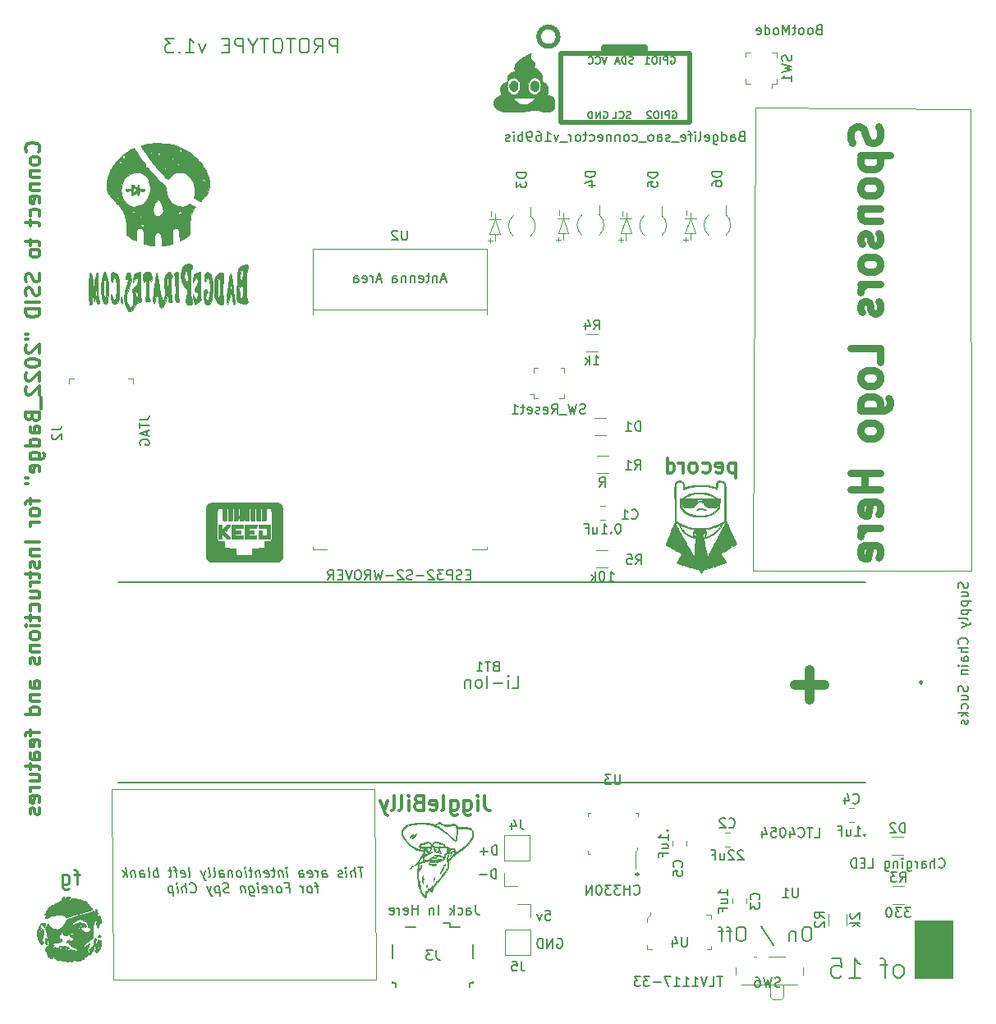
<source format=gbr>
%TF.GenerationSoftware,KiCad,Pcbnew,(6.0.0)*%
%TF.CreationDate,2021-12-30T12:50:52-06:00*%
%TF.ProjectId,ProspectBoards,50726f73-7065-4637-9442-6f617264732e,1.3*%
%TF.SameCoordinates,Original*%
%TF.FileFunction,Legend,Bot*%
%TF.FilePolarity,Positive*%
%FSLAX46Y46*%
G04 Gerber Fmt 4.6, Leading zero omitted, Abs format (unit mm)*
G04 Created by KiCad (PCBNEW (6.0.0)) date 2021-12-30 12:50:52*
%MOMM*%
%LPD*%
G01*
G04 APERTURE LIST*
%ADD10C,0.150000*%
%ADD11C,0.120000*%
%ADD12C,1.000000*%
%ADD13C,0.100000*%
%ADD14C,0.300000*%
%ADD15C,0.750000*%
%ADD16C,0.250000*%
%ADD17C,0.010000*%
%ADD18C,0.500000*%
G04 APERTURE END LIST*
D10*
X108526815Y-133472380D02*
X107955386Y-133472380D01*
X108366101Y-134472380D02*
X108241101Y-133472380D01*
X107747053Y-134472380D02*
X107622053Y-133472380D01*
X107318482Y-134472380D02*
X107253005Y-133948571D01*
X107288720Y-133853333D01*
X107378005Y-133805714D01*
X107520863Y-133805714D01*
X107622053Y-133853333D01*
X107675625Y-133900952D01*
X106842291Y-134472380D02*
X106758958Y-133805714D01*
X106717291Y-133472380D02*
X106770863Y-133520000D01*
X106729196Y-133567619D01*
X106675625Y-133520000D01*
X106717291Y-133472380D01*
X106729196Y-133567619D01*
X106407767Y-134424761D02*
X106318482Y-134472380D01*
X106128005Y-134472380D01*
X106026815Y-134424761D01*
X105967291Y-134329523D01*
X105961339Y-134281904D01*
X105997053Y-134186666D01*
X106086339Y-134139047D01*
X106229196Y-134139047D01*
X106318482Y-134091428D01*
X106354196Y-133996190D01*
X106348244Y-133948571D01*
X106288720Y-133853333D01*
X106187529Y-133805714D01*
X106044672Y-133805714D01*
X105955386Y-133853333D01*
X104366101Y-134472380D02*
X104300625Y-133948571D01*
X104336339Y-133853333D01*
X104425625Y-133805714D01*
X104616101Y-133805714D01*
X104717291Y-133853333D01*
X104360148Y-134424761D02*
X104461339Y-134472380D01*
X104699434Y-134472380D01*
X104788720Y-134424761D01*
X104824434Y-134329523D01*
X104812529Y-134234285D01*
X104753005Y-134139047D01*
X104651815Y-134091428D01*
X104413720Y-134091428D01*
X104312529Y-134043809D01*
X103889910Y-134472380D02*
X103806577Y-133805714D01*
X103830386Y-133996190D02*
X103770863Y-133900952D01*
X103717291Y-133853333D01*
X103616101Y-133805714D01*
X103520863Y-133805714D01*
X102883958Y-134424761D02*
X102985148Y-134472380D01*
X103175625Y-134472380D01*
X103264910Y-134424761D01*
X103300625Y-134329523D01*
X103253005Y-133948571D01*
X103193482Y-133853333D01*
X103092291Y-133805714D01*
X102901815Y-133805714D01*
X102812529Y-133853333D01*
X102776815Y-133948571D01*
X102788720Y-134043809D01*
X103276815Y-134139047D01*
X101985148Y-134472380D02*
X101919672Y-133948571D01*
X101955386Y-133853333D01*
X102044672Y-133805714D01*
X102235148Y-133805714D01*
X102336339Y-133853333D01*
X101979196Y-134424761D02*
X102080386Y-134472380D01*
X102318482Y-134472380D01*
X102407767Y-134424761D01*
X102443482Y-134329523D01*
X102431577Y-134234285D01*
X102372053Y-134139047D01*
X102270863Y-134091428D01*
X102032767Y-134091428D01*
X101931577Y-134043809D01*
X100747053Y-134472380D02*
X100663720Y-133805714D01*
X100622053Y-133472380D02*
X100675625Y-133520000D01*
X100633958Y-133567619D01*
X100580386Y-133520000D01*
X100622053Y-133472380D01*
X100633958Y-133567619D01*
X100187529Y-133805714D02*
X100270863Y-134472380D01*
X100199434Y-133900952D02*
X100145863Y-133853333D01*
X100044672Y-133805714D01*
X99901815Y-133805714D01*
X99812529Y-133853333D01*
X99776815Y-133948571D01*
X99842291Y-134472380D01*
X99425625Y-133805714D02*
X99044672Y-133805714D01*
X99241101Y-133472380D02*
X99348244Y-134329523D01*
X99312529Y-134424761D01*
X99223244Y-134472380D01*
X99128005Y-134472380D01*
X98407767Y-134424761D02*
X98508958Y-134472380D01*
X98699434Y-134472380D01*
X98788720Y-134424761D01*
X98824434Y-134329523D01*
X98776815Y-133948571D01*
X98717291Y-133853333D01*
X98616101Y-133805714D01*
X98425625Y-133805714D01*
X98336339Y-133853333D01*
X98300625Y-133948571D01*
X98312529Y-134043809D01*
X98800625Y-134139047D01*
X97854196Y-133805714D02*
X97937529Y-134472380D01*
X97866101Y-133900952D02*
X97812529Y-133853333D01*
X97711339Y-133805714D01*
X97568482Y-133805714D01*
X97479196Y-133853333D01*
X97443482Y-133948571D01*
X97508958Y-134472380D01*
X97092291Y-133805714D02*
X96711339Y-133805714D01*
X96907767Y-133472380D02*
X97014910Y-134329523D01*
X96979196Y-134424761D01*
X96889910Y-134472380D01*
X96794672Y-134472380D01*
X96461339Y-134472380D02*
X96378005Y-133805714D01*
X96336339Y-133472380D02*
X96389910Y-133520000D01*
X96348244Y-133567619D01*
X96294672Y-133520000D01*
X96336339Y-133472380D01*
X96348244Y-133567619D01*
X95842291Y-134472380D02*
X95931577Y-134424761D01*
X95973244Y-134377142D01*
X96008958Y-134281904D01*
X95973244Y-133996190D01*
X95913720Y-133900952D01*
X95860148Y-133853333D01*
X95758958Y-133805714D01*
X95616101Y-133805714D01*
X95526815Y-133853333D01*
X95485148Y-133900952D01*
X95449434Y-133996190D01*
X95485148Y-134281904D01*
X95544672Y-134377142D01*
X95598244Y-134424761D01*
X95699434Y-134472380D01*
X95842291Y-134472380D01*
X94997053Y-133805714D02*
X95080386Y-134472380D01*
X95008958Y-133900952D02*
X94955386Y-133853333D01*
X94854196Y-133805714D01*
X94711339Y-133805714D01*
X94622053Y-133853333D01*
X94586339Y-133948571D01*
X94651815Y-134472380D01*
X93747053Y-134472380D02*
X93681577Y-133948571D01*
X93717291Y-133853333D01*
X93806577Y-133805714D01*
X93997053Y-133805714D01*
X94098244Y-133853333D01*
X93741101Y-134424761D02*
X93842291Y-134472380D01*
X94080386Y-134472380D01*
X94169672Y-134424761D01*
X94205386Y-134329523D01*
X94193482Y-134234285D01*
X94133958Y-134139047D01*
X94032767Y-134091428D01*
X93794672Y-134091428D01*
X93693482Y-134043809D01*
X93128005Y-134472380D02*
X93217291Y-134424761D01*
X93253005Y-134329523D01*
X93145863Y-133472380D01*
X92604196Y-134472380D02*
X92693482Y-134424761D01*
X92729196Y-134329523D01*
X92622053Y-133472380D01*
X92235148Y-133805714D02*
X92080386Y-134472380D01*
X91758958Y-133805714D02*
X92080386Y-134472380D01*
X92205386Y-134710476D01*
X92258958Y-134758095D01*
X92360148Y-134805714D01*
X90556577Y-134472380D02*
X90645863Y-134424761D01*
X90681577Y-134329523D01*
X90574434Y-133472380D01*
X89788720Y-134424761D02*
X89889910Y-134472380D01*
X90080386Y-134472380D01*
X90169672Y-134424761D01*
X90205386Y-134329523D01*
X90157767Y-133948571D01*
X90098244Y-133853333D01*
X89997053Y-133805714D01*
X89806577Y-133805714D01*
X89717291Y-133853333D01*
X89681577Y-133948571D01*
X89693482Y-134043809D01*
X90181577Y-134139047D01*
X89378005Y-133805714D02*
X88997053Y-133805714D01*
X89318482Y-134472380D02*
X89211339Y-133615238D01*
X89151815Y-133520000D01*
X89050625Y-133472380D01*
X88955386Y-133472380D01*
X88806577Y-133805714D02*
X88425625Y-133805714D01*
X88622053Y-133472380D02*
X88729196Y-134329523D01*
X88693482Y-134424761D01*
X88604196Y-134472380D01*
X88508958Y-134472380D01*
X87413720Y-134472380D02*
X87288720Y-133472380D01*
X87336339Y-133853333D02*
X87235148Y-133805714D01*
X87044672Y-133805714D01*
X86955386Y-133853333D01*
X86913720Y-133900952D01*
X86878005Y-133996190D01*
X86913720Y-134281904D01*
X86973244Y-134377142D01*
X87026815Y-134424761D01*
X87128005Y-134472380D01*
X87318482Y-134472380D01*
X87407767Y-134424761D01*
X86366101Y-134472380D02*
X86455386Y-134424761D01*
X86491101Y-134329523D01*
X86383958Y-133472380D01*
X85556577Y-134472380D02*
X85491101Y-133948571D01*
X85526815Y-133853333D01*
X85616101Y-133805714D01*
X85806577Y-133805714D01*
X85907767Y-133853333D01*
X85550625Y-134424761D02*
X85651815Y-134472380D01*
X85889910Y-134472380D01*
X85979196Y-134424761D01*
X86014910Y-134329523D01*
X86003005Y-134234285D01*
X85943482Y-134139047D01*
X85842291Y-134091428D01*
X85604196Y-134091428D01*
X85503005Y-134043809D01*
X84997053Y-133805714D02*
X85080386Y-134472380D01*
X85008958Y-133900952D02*
X84955386Y-133853333D01*
X84854196Y-133805714D01*
X84711339Y-133805714D01*
X84622053Y-133853333D01*
X84586339Y-133948571D01*
X84651815Y-134472380D01*
X84175625Y-134472380D02*
X84050625Y-133472380D01*
X84032767Y-134091428D02*
X83794672Y-134472380D01*
X83711339Y-133805714D02*
X84139910Y-134186666D01*
X103901815Y-135415714D02*
X103520863Y-135415714D01*
X103842291Y-136082380D02*
X103735148Y-135225238D01*
X103675625Y-135130000D01*
X103574434Y-135082380D01*
X103479196Y-135082380D01*
X103128005Y-136082380D02*
X103217291Y-136034761D01*
X103258958Y-135987142D01*
X103294672Y-135891904D01*
X103258958Y-135606190D01*
X103199434Y-135510952D01*
X103145863Y-135463333D01*
X103044672Y-135415714D01*
X102901815Y-135415714D01*
X102812529Y-135463333D01*
X102770863Y-135510952D01*
X102735148Y-135606190D01*
X102770863Y-135891904D01*
X102830386Y-135987142D01*
X102883958Y-136034761D01*
X102985148Y-136082380D01*
X103128005Y-136082380D01*
X102366101Y-136082380D02*
X102282767Y-135415714D01*
X102306577Y-135606190D02*
X102247053Y-135510952D01*
X102193482Y-135463333D01*
X102092291Y-135415714D01*
X101997053Y-135415714D01*
X100586339Y-135558571D02*
X100919672Y-135558571D01*
X100985148Y-136082380D02*
X100860148Y-135082380D01*
X100383958Y-135082380D01*
X99985148Y-136082380D02*
X100074434Y-136034761D01*
X100116101Y-135987142D01*
X100151815Y-135891904D01*
X100116101Y-135606190D01*
X100056577Y-135510952D01*
X100003005Y-135463333D01*
X99901815Y-135415714D01*
X99758958Y-135415714D01*
X99669672Y-135463333D01*
X99628005Y-135510952D01*
X99592291Y-135606190D01*
X99628005Y-135891904D01*
X99687529Y-135987142D01*
X99741101Y-136034761D01*
X99842291Y-136082380D01*
X99985148Y-136082380D01*
X99223244Y-136082380D02*
X99139910Y-135415714D01*
X99163720Y-135606190D02*
X99104196Y-135510952D01*
X99050625Y-135463333D01*
X98949434Y-135415714D01*
X98854196Y-135415714D01*
X98217291Y-136034761D02*
X98318482Y-136082380D01*
X98508958Y-136082380D01*
X98598244Y-136034761D01*
X98633958Y-135939523D01*
X98586339Y-135558571D01*
X98526815Y-135463333D01*
X98425625Y-135415714D01*
X98235148Y-135415714D01*
X98145863Y-135463333D01*
X98110148Y-135558571D01*
X98122053Y-135653809D01*
X98610148Y-135749047D01*
X97747053Y-136082380D02*
X97663720Y-135415714D01*
X97622053Y-135082380D02*
X97675625Y-135130000D01*
X97633958Y-135177619D01*
X97580386Y-135130000D01*
X97622053Y-135082380D01*
X97633958Y-135177619D01*
X96758958Y-135415714D02*
X96860148Y-136225238D01*
X96919672Y-136320476D01*
X96973244Y-136368095D01*
X97074434Y-136415714D01*
X97217291Y-136415714D01*
X97306577Y-136368095D01*
X96836339Y-136034761D02*
X96937529Y-136082380D01*
X97128005Y-136082380D01*
X97217291Y-136034761D01*
X97258958Y-135987142D01*
X97294672Y-135891904D01*
X97258958Y-135606190D01*
X97199434Y-135510952D01*
X97145863Y-135463333D01*
X97044672Y-135415714D01*
X96854196Y-135415714D01*
X96764910Y-135463333D01*
X96282767Y-135415714D02*
X96366101Y-136082380D01*
X96294672Y-135510952D02*
X96241101Y-135463333D01*
X96139910Y-135415714D01*
X95997053Y-135415714D01*
X95907767Y-135463333D01*
X95872053Y-135558571D01*
X95937529Y-136082380D01*
X94741101Y-136034761D02*
X94604196Y-136082380D01*
X94366101Y-136082380D01*
X94264910Y-136034761D01*
X94211339Y-135987142D01*
X94151815Y-135891904D01*
X94139910Y-135796666D01*
X94175625Y-135701428D01*
X94217291Y-135653809D01*
X94306577Y-135606190D01*
X94491101Y-135558571D01*
X94580386Y-135510952D01*
X94622053Y-135463333D01*
X94657767Y-135368095D01*
X94645863Y-135272857D01*
X94586339Y-135177619D01*
X94532767Y-135130000D01*
X94431577Y-135082380D01*
X94193482Y-135082380D01*
X94056577Y-135130000D01*
X93663720Y-135415714D02*
X93788720Y-136415714D01*
X93669672Y-135463333D02*
X93568482Y-135415714D01*
X93378005Y-135415714D01*
X93288720Y-135463333D01*
X93247053Y-135510952D01*
X93211339Y-135606190D01*
X93247053Y-135891904D01*
X93306577Y-135987142D01*
X93360148Y-136034761D01*
X93461339Y-136082380D01*
X93651815Y-136082380D01*
X93741101Y-136034761D01*
X92854196Y-135415714D02*
X92699434Y-136082380D01*
X92378005Y-135415714D02*
X92699434Y-136082380D01*
X92824434Y-136320476D01*
X92878005Y-136368095D01*
X92979196Y-136415714D01*
X90735148Y-135987142D02*
X90788720Y-136034761D01*
X90937529Y-136082380D01*
X91032767Y-136082380D01*
X91169672Y-136034761D01*
X91253005Y-135939523D01*
X91288720Y-135844285D01*
X91312529Y-135653809D01*
X91294672Y-135510952D01*
X91223244Y-135320476D01*
X91163720Y-135225238D01*
X91056577Y-135130000D01*
X90907767Y-135082380D01*
X90812529Y-135082380D01*
X90675625Y-135130000D01*
X90633958Y-135177619D01*
X90318482Y-136082380D02*
X90193482Y-135082380D01*
X89889910Y-136082380D02*
X89824434Y-135558571D01*
X89860148Y-135463333D01*
X89949434Y-135415714D01*
X90092291Y-135415714D01*
X90193482Y-135463333D01*
X90247053Y-135510952D01*
X89413720Y-136082380D02*
X89330386Y-135415714D01*
X89288720Y-135082380D02*
X89342291Y-135130000D01*
X89300625Y-135177619D01*
X89247053Y-135130000D01*
X89288720Y-135082380D01*
X89300625Y-135177619D01*
X88854196Y-135415714D02*
X88979196Y-136415714D01*
X88860148Y-135463333D02*
X88758958Y-135415714D01*
X88568482Y-135415714D01*
X88479196Y-135463333D01*
X88437529Y-135510952D01*
X88401815Y-135606190D01*
X88437529Y-135891904D01*
X88497053Y-135987142D01*
X88550625Y-136034761D01*
X88651815Y-136082380D01*
X88842291Y-136082380D01*
X88931577Y-136034761D01*
D11*
X82750000Y-145050000D02*
X83425000Y-145050000D01*
X82625000Y-125350000D02*
X82750000Y-145050000D01*
X109725000Y-125350000D02*
X82625000Y-125350000D01*
X109825000Y-145050000D02*
X109725000Y-125350000D01*
X83400000Y-145050000D02*
X109825000Y-145050000D01*
D10*
X136789160Y-134035348D02*
X136646302Y-134178205D01*
X136789160Y-134321062D01*
X136932017Y-134178205D01*
X136789160Y-134035348D01*
X136789160Y-134321062D01*
X155498809Y-47053571D02*
X155355952Y-47101190D01*
X155308333Y-47148809D01*
X155260714Y-47244047D01*
X155260714Y-47386904D01*
X155308333Y-47482142D01*
X155355952Y-47529761D01*
X155451190Y-47577380D01*
X155832142Y-47577380D01*
X155832142Y-46577380D01*
X155498809Y-46577380D01*
X155403571Y-46625000D01*
X155355952Y-46672619D01*
X155308333Y-46767857D01*
X155308333Y-46863095D01*
X155355952Y-46958333D01*
X155403571Y-47005952D01*
X155498809Y-47053571D01*
X155832142Y-47053571D01*
X154689285Y-47577380D02*
X154784523Y-47529761D01*
X154832142Y-47482142D01*
X154879761Y-47386904D01*
X154879761Y-47101190D01*
X154832142Y-47005952D01*
X154784523Y-46958333D01*
X154689285Y-46910714D01*
X154546428Y-46910714D01*
X154451190Y-46958333D01*
X154403571Y-47005952D01*
X154355952Y-47101190D01*
X154355952Y-47386904D01*
X154403571Y-47482142D01*
X154451190Y-47529761D01*
X154546428Y-47577380D01*
X154689285Y-47577380D01*
X153784523Y-47577380D02*
X153879761Y-47529761D01*
X153927380Y-47482142D01*
X153975000Y-47386904D01*
X153975000Y-47101190D01*
X153927380Y-47005952D01*
X153879761Y-46958333D01*
X153784523Y-46910714D01*
X153641666Y-46910714D01*
X153546428Y-46958333D01*
X153498809Y-47005952D01*
X153451190Y-47101190D01*
X153451190Y-47386904D01*
X153498809Y-47482142D01*
X153546428Y-47529761D01*
X153641666Y-47577380D01*
X153784523Y-47577380D01*
X153165476Y-46910714D02*
X152784523Y-46910714D01*
X153022619Y-46577380D02*
X153022619Y-47434523D01*
X152975000Y-47529761D01*
X152879761Y-47577380D01*
X152784523Y-47577380D01*
X152451190Y-47577380D02*
X152451190Y-46577380D01*
X152117857Y-47291666D01*
X151784523Y-46577380D01*
X151784523Y-47577380D01*
X151165476Y-47577380D02*
X151260714Y-47529761D01*
X151308333Y-47482142D01*
X151355952Y-47386904D01*
X151355952Y-47101190D01*
X151308333Y-47005952D01*
X151260714Y-46958333D01*
X151165476Y-46910714D01*
X151022619Y-46910714D01*
X150927380Y-46958333D01*
X150879761Y-47005952D01*
X150832142Y-47101190D01*
X150832142Y-47386904D01*
X150879761Y-47482142D01*
X150927380Y-47529761D01*
X151022619Y-47577380D01*
X151165476Y-47577380D01*
X149975000Y-47577380D02*
X149975000Y-46577380D01*
X149975000Y-47529761D02*
X150070238Y-47577380D01*
X150260714Y-47577380D01*
X150355952Y-47529761D01*
X150403571Y-47482142D01*
X150451190Y-47386904D01*
X150451190Y-47101190D01*
X150403571Y-47005952D01*
X150355952Y-46958333D01*
X150260714Y-46910714D01*
X150070238Y-46910714D01*
X149975000Y-46958333D01*
X149117857Y-47529761D02*
X149213095Y-47577380D01*
X149403571Y-47577380D01*
X149498809Y-47529761D01*
X149546428Y-47434523D01*
X149546428Y-47053571D01*
X149498809Y-46958333D01*
X149403571Y-46910714D01*
X149213095Y-46910714D01*
X149117857Y-46958333D01*
X149070238Y-47053571D01*
X149070238Y-47148809D01*
X149546428Y-47244047D01*
X127310497Y-137895080D02*
X127786687Y-137895080D01*
X127834306Y-138371271D01*
X127786687Y-138323652D01*
X127691449Y-138276033D01*
X127453354Y-138276033D01*
X127358116Y-138323652D01*
X127310497Y-138371271D01*
X127262878Y-138466509D01*
X127262878Y-138704604D01*
X127310497Y-138799842D01*
X127358116Y-138847461D01*
X127453354Y-138895080D01*
X127691449Y-138895080D01*
X127786687Y-138847461D01*
X127834306Y-138799842D01*
X126929544Y-138228414D02*
X126691449Y-138895080D01*
X126453354Y-138228414D01*
X128546764Y-140830680D02*
X128642002Y-140783060D01*
X128784860Y-140783060D01*
X128927717Y-140830680D01*
X129022955Y-140925918D01*
X129070574Y-141021156D01*
X129118193Y-141211632D01*
X129118193Y-141354489D01*
X129070574Y-141544965D01*
X129022955Y-141640203D01*
X128927717Y-141735441D01*
X128784860Y-141783060D01*
X128689621Y-141783060D01*
X128546764Y-141735441D01*
X128499145Y-141687822D01*
X128499145Y-141354489D01*
X128689621Y-141354489D01*
X128070574Y-141783060D02*
X128070574Y-140783060D01*
X127499145Y-141783060D01*
X127499145Y-140783060D01*
X127022955Y-141783060D02*
X127022955Y-140783060D01*
X126784860Y-140783060D01*
X126642002Y-140830680D01*
X126546764Y-140925918D01*
X126499145Y-141021156D01*
X126451526Y-141211632D01*
X126451526Y-141354489D01*
X126499145Y-141544965D01*
X126546764Y-141640203D01*
X126642002Y-141735441D01*
X126784860Y-141783060D01*
X127022955Y-141783060D01*
X122338672Y-132176780D02*
X122338672Y-131176780D01*
X122100577Y-131176780D01*
X121957720Y-131224400D01*
X121862481Y-131319638D01*
X121814862Y-131414876D01*
X121767243Y-131605352D01*
X121767243Y-131748209D01*
X121814862Y-131938685D01*
X121862481Y-132033923D01*
X121957720Y-132129161D01*
X122100577Y-132176780D01*
X122338672Y-132176780D01*
X121338672Y-131795828D02*
X120576767Y-131795828D01*
X120957720Y-132176780D02*
X120957720Y-131414876D01*
X122254852Y-134615180D02*
X122254852Y-133615180D01*
X122016757Y-133615180D01*
X121873900Y-133662800D01*
X121778661Y-133758038D01*
X121731042Y-133853276D01*
X121683423Y-134043752D01*
X121683423Y-134186609D01*
X121731042Y-134377085D01*
X121778661Y-134472323D01*
X121873900Y-134567561D01*
X122016757Y-134615180D01*
X122254852Y-134615180D01*
X121254852Y-134234228D02*
X120492947Y-134234228D01*
D12*
X156057409Y-114656834D02*
X153009790Y-114656834D01*
X154533600Y-116180643D02*
X154533600Y-113133024D01*
D10*
X163880952Y-144829761D02*
X164071428Y-144734523D01*
X164166666Y-144639285D01*
X164261904Y-144448809D01*
X164261904Y-143877380D01*
X164166666Y-143686904D01*
X164071428Y-143591666D01*
X163880952Y-143496428D01*
X163595238Y-143496428D01*
X163404761Y-143591666D01*
X163309523Y-143686904D01*
X163214285Y-143877380D01*
X163214285Y-144448809D01*
X163309523Y-144639285D01*
X163404761Y-144734523D01*
X163595238Y-144829761D01*
X163880952Y-144829761D01*
X162642857Y-143496428D02*
X161880952Y-143496428D01*
X162357142Y-144829761D02*
X162357142Y-143115476D01*
X162261904Y-142925000D01*
X162071428Y-142829761D01*
X161880952Y-142829761D01*
X158642857Y-144829761D02*
X159785714Y-144829761D01*
X159214285Y-144829761D02*
X159214285Y-142829761D01*
X159404761Y-143115476D01*
X159595238Y-143305952D01*
X159785714Y-143401190D01*
X156833333Y-142829761D02*
X157785714Y-142829761D01*
X157880952Y-143782142D01*
X157785714Y-143686904D01*
X157595238Y-143591666D01*
X157119047Y-143591666D01*
X156928571Y-143686904D01*
X156833333Y-143782142D01*
X156738095Y-143972619D01*
X156738095Y-144448809D01*
X156833333Y-144639285D01*
X156928571Y-144734523D01*
X157119047Y-144829761D01*
X157595238Y-144829761D01*
X157785714Y-144734523D01*
X157880952Y-144639285D01*
D13*
X169325000Y-144875000D02*
X165400000Y-144875000D01*
X165400000Y-144875000D02*
X165400000Y-138975000D01*
X165400000Y-138975000D02*
X169275000Y-138975000D01*
X169275000Y-138975000D02*
X169325000Y-144875000D01*
G36*
X169325000Y-144875000D02*
G01*
X165400000Y-144875000D01*
X165400000Y-138975000D01*
X169275000Y-138975000D01*
X169325000Y-144875000D01*
G37*
X169325000Y-144875000D02*
X165400000Y-144875000D01*
X165400000Y-138975000D01*
X169275000Y-138975000D01*
X169325000Y-144875000D01*
D10*
X105880062Y-49474511D02*
X105880062Y-47974511D01*
X105308634Y-47974511D01*
X105165777Y-48045940D01*
X105094348Y-48117368D01*
X105022920Y-48260225D01*
X105022920Y-48474511D01*
X105094348Y-48617368D01*
X105165777Y-48688797D01*
X105308634Y-48760225D01*
X105880062Y-48760225D01*
X103522920Y-49474511D02*
X104022920Y-48760225D01*
X104380062Y-49474511D02*
X104380062Y-47974511D01*
X103808634Y-47974511D01*
X103665777Y-48045940D01*
X103594348Y-48117368D01*
X103522920Y-48260225D01*
X103522920Y-48474511D01*
X103594348Y-48617368D01*
X103665777Y-48688797D01*
X103808634Y-48760225D01*
X104380062Y-48760225D01*
X102594348Y-47974511D02*
X102308634Y-47974511D01*
X102165777Y-48045940D01*
X102022920Y-48188797D01*
X101951491Y-48474511D01*
X101951491Y-48974511D01*
X102022920Y-49260225D01*
X102165777Y-49403082D01*
X102308634Y-49474511D01*
X102594348Y-49474511D01*
X102737205Y-49403082D01*
X102880062Y-49260225D01*
X102951491Y-48974511D01*
X102951491Y-48474511D01*
X102880062Y-48188797D01*
X102737205Y-48045940D01*
X102594348Y-47974511D01*
X101522920Y-47974511D02*
X100665777Y-47974511D01*
X101094348Y-49474511D02*
X101094348Y-47974511D01*
X99880062Y-47974511D02*
X99594348Y-47974511D01*
X99451491Y-48045940D01*
X99308634Y-48188797D01*
X99237205Y-48474511D01*
X99237205Y-48974511D01*
X99308634Y-49260225D01*
X99451491Y-49403082D01*
X99594348Y-49474511D01*
X99880062Y-49474511D01*
X100022920Y-49403082D01*
X100165777Y-49260225D01*
X100237205Y-48974511D01*
X100237205Y-48474511D01*
X100165777Y-48188797D01*
X100022920Y-48045940D01*
X99880062Y-47974511D01*
X98808634Y-47974511D02*
X97951491Y-47974511D01*
X98380062Y-49474511D02*
X98380062Y-47974511D01*
X97165777Y-48760225D02*
X97165777Y-49474511D01*
X97665777Y-47974511D02*
X97165777Y-48760225D01*
X96665777Y-47974511D01*
X96165777Y-49474511D02*
X96165777Y-47974511D01*
X95594348Y-47974511D01*
X95451491Y-48045940D01*
X95380062Y-48117368D01*
X95308634Y-48260225D01*
X95308634Y-48474511D01*
X95380062Y-48617368D01*
X95451491Y-48688797D01*
X95594348Y-48760225D01*
X96165777Y-48760225D01*
X94665777Y-48688797D02*
X94165777Y-48688797D01*
X93951491Y-49474511D02*
X94665777Y-49474511D01*
X94665777Y-47974511D01*
X93951491Y-47974511D01*
X92308634Y-48474511D02*
X91951491Y-49474511D01*
X91594348Y-48474511D01*
X90237205Y-49474511D02*
X91094348Y-49474511D01*
X90665777Y-49474511D02*
X90665777Y-47974511D01*
X90808634Y-48188797D01*
X90951491Y-48331654D01*
X91094348Y-48403082D01*
X89594348Y-49331654D02*
X89522920Y-49403082D01*
X89594348Y-49474511D01*
X89665777Y-49403082D01*
X89594348Y-49331654D01*
X89594348Y-49474511D01*
X89022920Y-47974511D02*
X88094348Y-47974511D01*
X88594348Y-48545940D01*
X88380062Y-48545940D01*
X88237205Y-48617368D01*
X88165777Y-48688797D01*
X88094348Y-48831654D01*
X88094348Y-49188797D01*
X88165777Y-49331654D01*
X88237205Y-49403082D01*
X88380062Y-49474511D01*
X88808634Y-49474511D01*
X88951491Y-49403082D01*
X89022920Y-49331654D01*
X154417857Y-139578571D02*
X154132142Y-139578571D01*
X153989285Y-139650000D01*
X153846428Y-139792857D01*
X153775000Y-140078571D01*
X153775000Y-140578571D01*
X153846428Y-140864285D01*
X153989285Y-141007142D01*
X154132142Y-141078571D01*
X154417857Y-141078571D01*
X154560714Y-141007142D01*
X154703571Y-140864285D01*
X154775000Y-140578571D01*
X154775000Y-140078571D01*
X154703571Y-139792857D01*
X154560714Y-139650000D01*
X154417857Y-139578571D01*
X153132142Y-140078571D02*
X153132142Y-141078571D01*
X153132142Y-140221428D02*
X153060714Y-140150000D01*
X152917857Y-140078571D01*
X152703571Y-140078571D01*
X152560714Y-140150000D01*
X152489285Y-140292857D01*
X152489285Y-141078571D01*
X149560714Y-139507142D02*
X150846428Y-141435714D01*
X147632142Y-139578571D02*
X147346428Y-139578571D01*
X147203571Y-139650000D01*
X147060714Y-139792857D01*
X146989285Y-140078571D01*
X146989285Y-140578571D01*
X147060714Y-140864285D01*
X147203571Y-141007142D01*
X147346428Y-141078571D01*
X147632142Y-141078571D01*
X147775000Y-141007142D01*
X147917857Y-140864285D01*
X147989285Y-140578571D01*
X147989285Y-140078571D01*
X147917857Y-139792857D01*
X147775000Y-139650000D01*
X147632142Y-139578571D01*
X146560714Y-140078571D02*
X145989285Y-140078571D01*
X146346428Y-141078571D02*
X146346428Y-139792857D01*
X146275000Y-139650000D01*
X146132142Y-139578571D01*
X145989285Y-139578571D01*
X145703571Y-140078571D02*
X145132142Y-140078571D01*
X145489285Y-141078571D02*
X145489285Y-139792857D01*
X145417857Y-139650000D01*
X145275000Y-139578571D01*
X145132142Y-139578571D01*
X170831141Y-104087256D02*
X170878760Y-104230113D01*
X170878760Y-104468208D01*
X170831141Y-104563446D01*
X170783522Y-104611065D01*
X170688284Y-104658684D01*
X170593046Y-104658684D01*
X170497808Y-104611065D01*
X170450189Y-104563446D01*
X170402570Y-104468208D01*
X170354951Y-104277732D01*
X170307332Y-104182494D01*
X170259713Y-104134875D01*
X170164475Y-104087256D01*
X170069237Y-104087256D01*
X169973999Y-104134875D01*
X169926380Y-104182494D01*
X169878760Y-104277732D01*
X169878760Y-104515827D01*
X169926380Y-104658684D01*
X170212094Y-105515827D02*
X170878760Y-105515827D01*
X170212094Y-105087256D02*
X170735903Y-105087256D01*
X170831141Y-105134875D01*
X170878760Y-105230113D01*
X170878760Y-105372970D01*
X170831141Y-105468208D01*
X170783522Y-105515827D01*
X170212094Y-105992018D02*
X171212094Y-105992018D01*
X170259713Y-105992018D02*
X170212094Y-106087256D01*
X170212094Y-106277732D01*
X170259713Y-106372970D01*
X170307332Y-106420589D01*
X170402570Y-106468208D01*
X170688284Y-106468208D01*
X170783522Y-106420589D01*
X170831141Y-106372970D01*
X170878760Y-106277732D01*
X170878760Y-106087256D01*
X170831141Y-105992018D01*
X170212094Y-106896780D02*
X171212094Y-106896780D01*
X170259713Y-106896780D02*
X170212094Y-106992018D01*
X170212094Y-107182494D01*
X170259713Y-107277732D01*
X170307332Y-107325351D01*
X170402570Y-107372970D01*
X170688284Y-107372970D01*
X170783522Y-107325351D01*
X170831141Y-107277732D01*
X170878760Y-107182494D01*
X170878760Y-106992018D01*
X170831141Y-106896780D01*
X170878760Y-107944399D02*
X170831141Y-107849160D01*
X170735903Y-107801541D01*
X169878760Y-107801541D01*
X170212094Y-108230113D02*
X170878760Y-108468208D01*
X170212094Y-108706303D02*
X170878760Y-108468208D01*
X171116856Y-108372970D01*
X171164475Y-108325351D01*
X171212094Y-108230113D01*
X170783522Y-110420589D02*
X170831141Y-110372970D01*
X170878760Y-110230113D01*
X170878760Y-110134875D01*
X170831141Y-109992018D01*
X170735903Y-109896780D01*
X170640665Y-109849160D01*
X170450189Y-109801541D01*
X170307332Y-109801541D01*
X170116856Y-109849160D01*
X170021618Y-109896780D01*
X169926380Y-109992018D01*
X169878760Y-110134875D01*
X169878760Y-110230113D01*
X169926380Y-110372970D01*
X169973999Y-110420589D01*
X170878760Y-110849160D02*
X169878760Y-110849160D01*
X170878760Y-111277732D02*
X170354951Y-111277732D01*
X170259713Y-111230113D01*
X170212094Y-111134875D01*
X170212094Y-110992018D01*
X170259713Y-110896780D01*
X170307332Y-110849160D01*
X170878760Y-112182494D02*
X170354951Y-112182494D01*
X170259713Y-112134875D01*
X170212094Y-112039637D01*
X170212094Y-111849160D01*
X170259713Y-111753922D01*
X170831141Y-112182494D02*
X170878760Y-112087256D01*
X170878760Y-111849160D01*
X170831141Y-111753922D01*
X170735903Y-111706303D01*
X170640665Y-111706303D01*
X170545427Y-111753922D01*
X170497808Y-111849160D01*
X170497808Y-112087256D01*
X170450189Y-112182494D01*
X170878760Y-112658684D02*
X170212094Y-112658684D01*
X169878760Y-112658684D02*
X169926380Y-112611065D01*
X169973999Y-112658684D01*
X169926380Y-112706303D01*
X169878760Y-112658684D01*
X169973999Y-112658684D01*
X170212094Y-113134875D02*
X170878760Y-113134875D01*
X170307332Y-113134875D02*
X170259713Y-113182494D01*
X170212094Y-113277732D01*
X170212094Y-113420589D01*
X170259713Y-113515827D01*
X170354951Y-113563446D01*
X170878760Y-113563446D01*
X170831141Y-114753922D02*
X170878760Y-114896780D01*
X170878760Y-115134875D01*
X170831141Y-115230113D01*
X170783522Y-115277732D01*
X170688284Y-115325351D01*
X170593046Y-115325351D01*
X170497808Y-115277732D01*
X170450189Y-115230113D01*
X170402570Y-115134875D01*
X170354951Y-114944399D01*
X170307332Y-114849160D01*
X170259713Y-114801541D01*
X170164475Y-114753922D01*
X170069237Y-114753922D01*
X169973999Y-114801541D01*
X169926380Y-114849160D01*
X169878760Y-114944399D01*
X169878760Y-115182494D01*
X169926380Y-115325351D01*
X170212094Y-116182494D02*
X170878760Y-116182494D01*
X170212094Y-115753922D02*
X170735903Y-115753922D01*
X170831141Y-115801541D01*
X170878760Y-115896780D01*
X170878760Y-116039637D01*
X170831141Y-116134875D01*
X170783522Y-116182494D01*
X170831141Y-117087256D02*
X170878760Y-116992018D01*
X170878760Y-116801541D01*
X170831141Y-116706303D01*
X170783522Y-116658684D01*
X170688284Y-116611065D01*
X170402570Y-116611065D01*
X170307332Y-116658684D01*
X170259713Y-116706303D01*
X170212094Y-116801541D01*
X170212094Y-116992018D01*
X170259713Y-117087256D01*
X170878760Y-117515827D02*
X169878760Y-117515827D01*
X170497808Y-117611065D02*
X170878760Y-117896780D01*
X170212094Y-117896780D02*
X170593046Y-117515827D01*
X170831141Y-118277732D02*
X170878760Y-118372970D01*
X170878760Y-118563446D01*
X170831141Y-118658684D01*
X170735903Y-118706303D01*
X170688284Y-118706303D01*
X170593046Y-118658684D01*
X170545427Y-118563446D01*
X170545427Y-118420589D01*
X170497808Y-118325351D01*
X170402570Y-118277732D01*
X170354951Y-118277732D01*
X170259713Y-118325351D01*
X170212094Y-118420589D01*
X170212094Y-118563446D01*
X170259713Y-118658684D01*
X120110714Y-137302380D02*
X120110714Y-138016666D01*
X120158333Y-138159523D01*
X120253571Y-138254761D01*
X120396428Y-138302380D01*
X120491666Y-138302380D01*
X119205952Y-138302380D02*
X119205952Y-137778571D01*
X119253571Y-137683333D01*
X119348809Y-137635714D01*
X119539285Y-137635714D01*
X119634523Y-137683333D01*
X119205952Y-138254761D02*
X119301190Y-138302380D01*
X119539285Y-138302380D01*
X119634523Y-138254761D01*
X119682142Y-138159523D01*
X119682142Y-138064285D01*
X119634523Y-137969047D01*
X119539285Y-137921428D01*
X119301190Y-137921428D01*
X119205952Y-137873809D01*
X118301190Y-138254761D02*
X118396428Y-138302380D01*
X118586904Y-138302380D01*
X118682142Y-138254761D01*
X118729761Y-138207142D01*
X118777380Y-138111904D01*
X118777380Y-137826190D01*
X118729761Y-137730952D01*
X118682142Y-137683333D01*
X118586904Y-137635714D01*
X118396428Y-137635714D01*
X118301190Y-137683333D01*
X117872619Y-138302380D02*
X117872619Y-137302380D01*
X117777380Y-137921428D02*
X117491666Y-138302380D01*
X117491666Y-137635714D02*
X117872619Y-138016666D01*
X116301190Y-138302380D02*
X116301190Y-137302380D01*
X115825000Y-137635714D02*
X115825000Y-138302380D01*
X115825000Y-137730952D02*
X115777380Y-137683333D01*
X115682142Y-137635714D01*
X115539285Y-137635714D01*
X115444047Y-137683333D01*
X115396428Y-137778571D01*
X115396428Y-138302380D01*
X114158333Y-138302380D02*
X114158333Y-137302380D01*
X114158333Y-137778571D02*
X113586904Y-137778571D01*
X113586904Y-138302380D02*
X113586904Y-137302380D01*
X112729761Y-138254761D02*
X112825000Y-138302380D01*
X113015476Y-138302380D01*
X113110714Y-138254761D01*
X113158333Y-138159523D01*
X113158333Y-137778571D01*
X113110714Y-137683333D01*
X113015476Y-137635714D01*
X112825000Y-137635714D01*
X112729761Y-137683333D01*
X112682142Y-137778571D01*
X112682142Y-137873809D01*
X113158333Y-137969047D01*
X112253571Y-138302380D02*
X112253571Y-137635714D01*
X112253571Y-137826190D02*
X112205952Y-137730952D01*
X112158333Y-137683333D01*
X112063095Y-137635714D01*
X111967857Y-137635714D01*
X111253571Y-138254761D02*
X111348809Y-138302380D01*
X111539285Y-138302380D01*
X111634523Y-138254761D01*
X111682142Y-138159523D01*
X111682142Y-137778571D01*
X111634523Y-137683333D01*
X111539285Y-137635714D01*
X111348809Y-137635714D01*
X111253571Y-137683333D01*
X111205952Y-137778571D01*
X111205952Y-137873809D01*
X111682142Y-137969047D01*
D14*
X75035714Y-59660714D02*
X75107142Y-59589285D01*
X75178571Y-59375000D01*
X75178571Y-59232142D01*
X75107142Y-59017857D01*
X74964285Y-58875000D01*
X74821428Y-58803571D01*
X74535714Y-58732142D01*
X74321428Y-58732142D01*
X74035714Y-58803571D01*
X73892857Y-58875000D01*
X73750000Y-59017857D01*
X73678571Y-59232142D01*
X73678571Y-59375000D01*
X73750000Y-59589285D01*
X73821428Y-59660714D01*
X75178571Y-60517857D02*
X75107142Y-60375000D01*
X75035714Y-60303571D01*
X74892857Y-60232142D01*
X74464285Y-60232142D01*
X74321428Y-60303571D01*
X74250000Y-60375000D01*
X74178571Y-60517857D01*
X74178571Y-60732142D01*
X74250000Y-60875000D01*
X74321428Y-60946428D01*
X74464285Y-61017857D01*
X74892857Y-61017857D01*
X75035714Y-60946428D01*
X75107142Y-60875000D01*
X75178571Y-60732142D01*
X75178571Y-60517857D01*
X74178571Y-61660714D02*
X75178571Y-61660714D01*
X74321428Y-61660714D02*
X74250000Y-61732142D01*
X74178571Y-61875000D01*
X74178571Y-62089285D01*
X74250000Y-62232142D01*
X74392857Y-62303571D01*
X75178571Y-62303571D01*
X74178571Y-63017857D02*
X75178571Y-63017857D01*
X74321428Y-63017857D02*
X74250000Y-63089285D01*
X74178571Y-63232142D01*
X74178571Y-63446428D01*
X74250000Y-63589285D01*
X74392857Y-63660714D01*
X75178571Y-63660714D01*
X75107142Y-64946428D02*
X75178571Y-64803571D01*
X75178571Y-64517857D01*
X75107142Y-64375000D01*
X74964285Y-64303571D01*
X74392857Y-64303571D01*
X74250000Y-64375000D01*
X74178571Y-64517857D01*
X74178571Y-64803571D01*
X74250000Y-64946428D01*
X74392857Y-65017857D01*
X74535714Y-65017857D01*
X74678571Y-64303571D01*
X75107142Y-66303571D02*
X75178571Y-66160714D01*
X75178571Y-65875000D01*
X75107142Y-65732142D01*
X75035714Y-65660714D01*
X74892857Y-65589285D01*
X74464285Y-65589285D01*
X74321428Y-65660714D01*
X74250000Y-65732142D01*
X74178571Y-65875000D01*
X74178571Y-66160714D01*
X74250000Y-66303571D01*
X74178571Y-66732142D02*
X74178571Y-67303571D01*
X73678571Y-66946428D02*
X74964285Y-66946428D01*
X75107142Y-67017857D01*
X75178571Y-67160714D01*
X75178571Y-67303571D01*
X74178571Y-68732142D02*
X74178571Y-69303571D01*
X73678571Y-68946428D02*
X74964285Y-68946428D01*
X75107142Y-69017857D01*
X75178571Y-69160714D01*
X75178571Y-69303571D01*
X75178571Y-70017857D02*
X75107142Y-69875000D01*
X75035714Y-69803571D01*
X74892857Y-69732142D01*
X74464285Y-69732142D01*
X74321428Y-69803571D01*
X74250000Y-69875000D01*
X74178571Y-70017857D01*
X74178571Y-70232142D01*
X74250000Y-70375000D01*
X74321428Y-70446428D01*
X74464285Y-70517857D01*
X74892857Y-70517857D01*
X75035714Y-70446428D01*
X75107142Y-70375000D01*
X75178571Y-70232142D01*
X75178571Y-70017857D01*
X75107142Y-72232142D02*
X75178571Y-72446428D01*
X75178571Y-72803571D01*
X75107142Y-72946428D01*
X75035714Y-73017857D01*
X74892857Y-73089285D01*
X74750000Y-73089285D01*
X74607142Y-73017857D01*
X74535714Y-72946428D01*
X74464285Y-72803571D01*
X74392857Y-72517857D01*
X74321428Y-72375000D01*
X74250000Y-72303571D01*
X74107142Y-72232142D01*
X73964285Y-72232142D01*
X73821428Y-72303571D01*
X73750000Y-72375000D01*
X73678571Y-72517857D01*
X73678571Y-72875000D01*
X73750000Y-73089285D01*
X75107142Y-73660714D02*
X75178571Y-73875000D01*
X75178571Y-74232142D01*
X75107142Y-74375000D01*
X75035714Y-74446428D01*
X74892857Y-74517857D01*
X74750000Y-74517857D01*
X74607142Y-74446428D01*
X74535714Y-74375000D01*
X74464285Y-74232142D01*
X74392857Y-73946428D01*
X74321428Y-73803571D01*
X74250000Y-73732142D01*
X74107142Y-73660714D01*
X73964285Y-73660714D01*
X73821428Y-73732142D01*
X73750000Y-73803571D01*
X73678571Y-73946428D01*
X73678571Y-74303571D01*
X73750000Y-74517857D01*
X75178571Y-75160714D02*
X73678571Y-75160714D01*
X75178571Y-75875000D02*
X73678571Y-75875000D01*
X73678571Y-76232142D01*
X73750000Y-76446428D01*
X73892857Y-76589285D01*
X74035714Y-76660714D01*
X74321428Y-76732142D01*
X74535714Y-76732142D01*
X74821428Y-76660714D01*
X74964285Y-76589285D01*
X75107142Y-76446428D01*
X75178571Y-76232142D01*
X75178571Y-75875000D01*
X73678571Y-78446428D02*
X73964285Y-78446428D01*
X73678571Y-79017857D02*
X73964285Y-79017857D01*
X73821428Y-79589285D02*
X73750000Y-79660714D01*
X73678571Y-79803571D01*
X73678571Y-80160714D01*
X73750000Y-80303571D01*
X73821428Y-80375000D01*
X73964285Y-80446428D01*
X74107142Y-80446428D01*
X74321428Y-80375000D01*
X75178571Y-79517857D01*
X75178571Y-80446428D01*
X73678571Y-81375000D02*
X73678571Y-81517857D01*
X73750000Y-81660714D01*
X73821428Y-81732142D01*
X73964285Y-81803571D01*
X74250000Y-81875000D01*
X74607142Y-81875000D01*
X74892857Y-81803571D01*
X75035714Y-81732142D01*
X75107142Y-81660714D01*
X75178571Y-81517857D01*
X75178571Y-81375000D01*
X75107142Y-81232142D01*
X75035714Y-81160714D01*
X74892857Y-81089285D01*
X74607142Y-81017857D01*
X74250000Y-81017857D01*
X73964285Y-81089285D01*
X73821428Y-81160714D01*
X73750000Y-81232142D01*
X73678571Y-81375000D01*
X73821428Y-82446428D02*
X73750000Y-82517857D01*
X73678571Y-82660714D01*
X73678571Y-83017857D01*
X73750000Y-83160714D01*
X73821428Y-83232142D01*
X73964285Y-83303571D01*
X74107142Y-83303571D01*
X74321428Y-83232142D01*
X75178571Y-82375000D01*
X75178571Y-83303571D01*
X73821428Y-83874999D02*
X73750000Y-83946428D01*
X73678571Y-84089285D01*
X73678571Y-84446428D01*
X73750000Y-84589285D01*
X73821428Y-84660714D01*
X73964285Y-84732142D01*
X74107142Y-84732142D01*
X74321428Y-84660714D01*
X75178571Y-83803571D01*
X75178571Y-84732142D01*
X75321428Y-85017857D02*
X75321428Y-86160714D01*
X74392857Y-87017857D02*
X74464285Y-87232142D01*
X74535714Y-87303571D01*
X74678571Y-87374999D01*
X74892857Y-87374999D01*
X75035714Y-87303571D01*
X75107142Y-87232142D01*
X75178571Y-87089285D01*
X75178571Y-86517857D01*
X73678571Y-86517857D01*
X73678571Y-87017857D01*
X73750000Y-87160714D01*
X73821428Y-87232142D01*
X73964285Y-87303571D01*
X74107142Y-87303571D01*
X74250000Y-87232142D01*
X74321428Y-87160714D01*
X74392857Y-87017857D01*
X74392857Y-86517857D01*
X75178571Y-88660714D02*
X74392857Y-88660714D01*
X74250000Y-88589285D01*
X74178571Y-88446428D01*
X74178571Y-88160714D01*
X74250000Y-88017857D01*
X75107142Y-88660714D02*
X75178571Y-88517857D01*
X75178571Y-88160714D01*
X75107142Y-88017857D01*
X74964285Y-87946428D01*
X74821428Y-87946428D01*
X74678571Y-88017857D01*
X74607142Y-88160714D01*
X74607142Y-88517857D01*
X74535714Y-88660714D01*
X75178571Y-90017857D02*
X73678571Y-90017857D01*
X75107142Y-90017857D02*
X75178571Y-89874999D01*
X75178571Y-89589285D01*
X75107142Y-89446428D01*
X75035714Y-89374999D01*
X74892857Y-89303571D01*
X74464285Y-89303571D01*
X74321428Y-89374999D01*
X74250000Y-89446428D01*
X74178571Y-89589285D01*
X74178571Y-89874999D01*
X74250000Y-90017857D01*
X74178571Y-91374999D02*
X75392857Y-91374999D01*
X75535714Y-91303571D01*
X75607142Y-91232142D01*
X75678571Y-91089285D01*
X75678571Y-90874999D01*
X75607142Y-90732142D01*
X75107142Y-91374999D02*
X75178571Y-91232142D01*
X75178571Y-90946428D01*
X75107142Y-90803571D01*
X75035714Y-90732142D01*
X74892857Y-90660714D01*
X74464285Y-90660714D01*
X74321428Y-90732142D01*
X74250000Y-90803571D01*
X74178571Y-90946428D01*
X74178571Y-91232142D01*
X74250000Y-91374999D01*
X75107142Y-92660714D02*
X75178571Y-92517857D01*
X75178571Y-92232142D01*
X75107142Y-92089285D01*
X74964285Y-92017857D01*
X74392857Y-92017857D01*
X74250000Y-92089285D01*
X74178571Y-92232142D01*
X74178571Y-92517857D01*
X74250000Y-92660714D01*
X74392857Y-92732142D01*
X74535714Y-92732142D01*
X74678571Y-92017857D01*
X73678571Y-93303571D02*
X73964285Y-93303571D01*
X73678571Y-93874999D02*
X73964285Y-93874999D01*
X74178571Y-95446428D02*
X74178571Y-96017857D01*
X75178571Y-95660714D02*
X73892857Y-95660714D01*
X73750000Y-95732142D01*
X73678571Y-95874999D01*
X73678571Y-96017857D01*
X75178571Y-96732142D02*
X75107142Y-96589285D01*
X75035714Y-96517857D01*
X74892857Y-96446428D01*
X74464285Y-96446428D01*
X74321428Y-96517857D01*
X74250000Y-96589285D01*
X74178571Y-96732142D01*
X74178571Y-96946428D01*
X74250000Y-97089285D01*
X74321428Y-97160714D01*
X74464285Y-97232142D01*
X74892857Y-97232142D01*
X75035714Y-97160714D01*
X75107142Y-97089285D01*
X75178571Y-96946428D01*
X75178571Y-96732142D01*
X75178571Y-97874999D02*
X74178571Y-97874999D01*
X74464285Y-97874999D02*
X74321428Y-97946428D01*
X74250000Y-98017857D01*
X74178571Y-98160714D01*
X74178571Y-98303571D01*
X75178571Y-99946428D02*
X73678571Y-99946428D01*
X74178571Y-100660714D02*
X75178571Y-100660714D01*
X74321428Y-100660714D02*
X74250000Y-100732142D01*
X74178571Y-100874999D01*
X74178571Y-101089285D01*
X74250000Y-101232142D01*
X74392857Y-101303571D01*
X75178571Y-101303571D01*
X75107142Y-101946428D02*
X75178571Y-102089285D01*
X75178571Y-102374999D01*
X75107142Y-102517857D01*
X74964285Y-102589285D01*
X74892857Y-102589285D01*
X74750000Y-102517857D01*
X74678571Y-102374999D01*
X74678571Y-102160714D01*
X74607142Y-102017857D01*
X74464285Y-101946428D01*
X74392857Y-101946428D01*
X74250000Y-102017857D01*
X74178571Y-102160714D01*
X74178571Y-102374999D01*
X74250000Y-102517857D01*
X74178571Y-103017857D02*
X74178571Y-103589285D01*
X73678571Y-103232142D02*
X74964285Y-103232142D01*
X75107142Y-103303571D01*
X75178571Y-103446428D01*
X75178571Y-103589285D01*
X75178571Y-104089285D02*
X74178571Y-104089285D01*
X74464285Y-104089285D02*
X74321428Y-104160714D01*
X74250000Y-104232142D01*
X74178571Y-104374999D01*
X74178571Y-104517857D01*
X74178571Y-105660714D02*
X75178571Y-105660714D01*
X74178571Y-105017857D02*
X74964285Y-105017857D01*
X75107142Y-105089285D01*
X75178571Y-105232142D01*
X75178571Y-105446428D01*
X75107142Y-105589285D01*
X75035714Y-105660714D01*
X75107142Y-107017857D02*
X75178571Y-106874999D01*
X75178571Y-106589285D01*
X75107142Y-106446428D01*
X75035714Y-106374999D01*
X74892857Y-106303571D01*
X74464285Y-106303571D01*
X74321428Y-106374999D01*
X74250000Y-106446428D01*
X74178571Y-106589285D01*
X74178571Y-106874999D01*
X74250000Y-107017857D01*
X74178571Y-107446428D02*
X74178571Y-108017857D01*
X73678571Y-107660714D02*
X74964285Y-107660714D01*
X75107142Y-107732142D01*
X75178571Y-107874999D01*
X75178571Y-108017857D01*
X75178571Y-108517857D02*
X74178571Y-108517857D01*
X73678571Y-108517857D02*
X73750000Y-108446428D01*
X73821428Y-108517857D01*
X73750000Y-108589285D01*
X73678571Y-108517857D01*
X73821428Y-108517857D01*
X75178571Y-109446428D02*
X75107142Y-109303571D01*
X75035714Y-109232142D01*
X74892857Y-109160714D01*
X74464285Y-109160714D01*
X74321428Y-109232142D01*
X74250000Y-109303571D01*
X74178571Y-109446428D01*
X74178571Y-109660714D01*
X74250000Y-109803571D01*
X74321428Y-109874999D01*
X74464285Y-109946428D01*
X74892857Y-109946428D01*
X75035714Y-109874999D01*
X75107142Y-109803571D01*
X75178571Y-109660714D01*
X75178571Y-109446428D01*
X74178571Y-110589285D02*
X75178571Y-110589285D01*
X74321428Y-110589285D02*
X74250000Y-110660714D01*
X74178571Y-110803571D01*
X74178571Y-111017857D01*
X74250000Y-111160714D01*
X74392857Y-111232142D01*
X75178571Y-111232142D01*
X75107142Y-111874999D02*
X75178571Y-112017857D01*
X75178571Y-112303571D01*
X75107142Y-112446428D01*
X74964285Y-112517857D01*
X74892857Y-112517857D01*
X74750000Y-112446428D01*
X74678571Y-112303571D01*
X74678571Y-112089285D01*
X74607142Y-111946428D01*
X74464285Y-111874999D01*
X74392857Y-111874999D01*
X74250000Y-111946428D01*
X74178571Y-112089285D01*
X74178571Y-112303571D01*
X74250000Y-112446428D01*
X75178571Y-114946428D02*
X74392857Y-114946428D01*
X74250000Y-114874999D01*
X74178571Y-114732142D01*
X74178571Y-114446428D01*
X74250000Y-114303571D01*
X75107142Y-114946428D02*
X75178571Y-114803571D01*
X75178571Y-114446428D01*
X75107142Y-114303571D01*
X74964285Y-114232142D01*
X74821428Y-114232142D01*
X74678571Y-114303571D01*
X74607142Y-114446428D01*
X74607142Y-114803571D01*
X74535714Y-114946428D01*
X74178571Y-115660714D02*
X75178571Y-115660714D01*
X74321428Y-115660714D02*
X74250000Y-115732142D01*
X74178571Y-115874999D01*
X74178571Y-116089285D01*
X74250000Y-116232142D01*
X74392857Y-116303571D01*
X75178571Y-116303571D01*
X75178571Y-117660714D02*
X73678571Y-117660714D01*
X75107142Y-117660714D02*
X75178571Y-117517857D01*
X75178571Y-117232142D01*
X75107142Y-117089285D01*
X75035714Y-117017857D01*
X74892857Y-116946428D01*
X74464285Y-116946428D01*
X74321428Y-117017857D01*
X74250000Y-117089285D01*
X74178571Y-117232142D01*
X74178571Y-117517857D01*
X74250000Y-117660714D01*
X74178571Y-119303571D02*
X74178571Y-119874999D01*
X75178571Y-119517857D02*
X73892857Y-119517857D01*
X73750000Y-119589285D01*
X73678571Y-119732142D01*
X73678571Y-119874999D01*
X75107142Y-120946428D02*
X75178571Y-120803571D01*
X75178571Y-120517857D01*
X75107142Y-120374999D01*
X74964285Y-120303571D01*
X74392857Y-120303571D01*
X74250000Y-120374999D01*
X74178571Y-120517857D01*
X74178571Y-120803571D01*
X74250000Y-120946428D01*
X74392857Y-121017857D01*
X74535714Y-121017857D01*
X74678571Y-120303571D01*
X75178571Y-122303571D02*
X74392857Y-122303571D01*
X74250000Y-122232142D01*
X74178571Y-122089285D01*
X74178571Y-121803571D01*
X74250000Y-121660714D01*
X75107142Y-122303571D02*
X75178571Y-122160714D01*
X75178571Y-121803571D01*
X75107142Y-121660714D01*
X74964285Y-121589285D01*
X74821428Y-121589285D01*
X74678571Y-121660714D01*
X74607142Y-121803571D01*
X74607142Y-122160714D01*
X74535714Y-122303571D01*
X74178571Y-122803571D02*
X74178571Y-123374999D01*
X73678571Y-123017857D02*
X74964285Y-123017857D01*
X75107142Y-123089285D01*
X75178571Y-123232142D01*
X75178571Y-123374999D01*
X74178571Y-124517857D02*
X75178571Y-124517857D01*
X74178571Y-123874999D02*
X74964285Y-123874999D01*
X75107142Y-123946428D01*
X75178571Y-124089285D01*
X75178571Y-124303571D01*
X75107142Y-124446428D01*
X75035714Y-124517857D01*
X75178571Y-125232142D02*
X74178571Y-125232142D01*
X74464285Y-125232142D02*
X74321428Y-125303571D01*
X74250000Y-125374999D01*
X74178571Y-125517857D01*
X74178571Y-125660714D01*
X75107142Y-126732142D02*
X75178571Y-126589285D01*
X75178571Y-126303571D01*
X75107142Y-126160714D01*
X74964285Y-126089285D01*
X74392857Y-126089285D01*
X74250000Y-126160714D01*
X74178571Y-126303571D01*
X74178571Y-126589285D01*
X74250000Y-126732142D01*
X74392857Y-126803571D01*
X74535714Y-126803571D01*
X74678571Y-126089285D01*
X75107142Y-127374999D02*
X75178571Y-127517857D01*
X75178571Y-127803571D01*
X75107142Y-127946428D01*
X74964285Y-128017857D01*
X74892857Y-128017857D01*
X74750000Y-127946428D01*
X74678571Y-127803571D01*
X74678571Y-127589285D01*
X74607142Y-127446428D01*
X74464285Y-127374999D01*
X74392857Y-127374999D01*
X74250000Y-127446428D01*
X74178571Y-127589285D01*
X74178571Y-127803571D01*
X74250000Y-127946428D01*
D11*
X148975000Y-55100000D02*
X148725000Y-102875000D01*
X171125000Y-55275000D02*
X148975000Y-55100000D01*
X171275000Y-102850000D02*
X171125000Y-55275000D01*
X148700000Y-102875000D02*
X171275000Y-102850000D01*
D15*
X161689285Y-57064285D02*
X161832142Y-57492857D01*
X161832142Y-58207142D01*
X161689285Y-58492857D01*
X161546428Y-58635714D01*
X161260714Y-58778571D01*
X160975000Y-58778571D01*
X160689285Y-58635714D01*
X160546428Y-58492857D01*
X160403571Y-58207142D01*
X160260714Y-57635714D01*
X160117857Y-57350000D01*
X159975000Y-57207142D01*
X159689285Y-57064285D01*
X159403571Y-57064285D01*
X159117857Y-57207142D01*
X158975000Y-57350000D01*
X158832142Y-57635714D01*
X158832142Y-58350000D01*
X158975000Y-58778571D01*
X159832142Y-60064285D02*
X162832142Y-60064285D01*
X159975000Y-60064285D02*
X159832142Y-60350000D01*
X159832142Y-60921428D01*
X159975000Y-61207142D01*
X160117857Y-61350000D01*
X160403571Y-61492857D01*
X161260714Y-61492857D01*
X161546428Y-61350000D01*
X161689285Y-61207142D01*
X161832142Y-60921428D01*
X161832142Y-60350000D01*
X161689285Y-60064285D01*
X161832142Y-63207142D02*
X161689285Y-62921428D01*
X161546428Y-62778571D01*
X161260714Y-62635714D01*
X160403571Y-62635714D01*
X160117857Y-62778571D01*
X159975000Y-62921428D01*
X159832142Y-63207142D01*
X159832142Y-63635714D01*
X159975000Y-63921428D01*
X160117857Y-64064285D01*
X160403571Y-64207142D01*
X161260714Y-64207142D01*
X161546428Y-64064285D01*
X161689285Y-63921428D01*
X161832142Y-63635714D01*
X161832142Y-63207142D01*
X159832142Y-65492857D02*
X161832142Y-65492857D01*
X160117857Y-65492857D02*
X159975000Y-65635714D01*
X159832142Y-65921428D01*
X159832142Y-66350000D01*
X159975000Y-66635714D01*
X160260714Y-66778571D01*
X161832142Y-66778571D01*
X161689285Y-68064285D02*
X161832142Y-68350000D01*
X161832142Y-68921428D01*
X161689285Y-69207142D01*
X161403571Y-69350000D01*
X161260714Y-69350000D01*
X160975000Y-69207142D01*
X160832142Y-68921428D01*
X160832142Y-68492857D01*
X160689285Y-68207142D01*
X160403571Y-68064285D01*
X160260714Y-68064285D01*
X159975000Y-68207142D01*
X159832142Y-68492857D01*
X159832142Y-68921428D01*
X159975000Y-69207142D01*
X161832142Y-71064285D02*
X161689285Y-70778571D01*
X161546428Y-70635714D01*
X161260714Y-70492857D01*
X160403571Y-70492857D01*
X160117857Y-70635714D01*
X159975000Y-70778571D01*
X159832142Y-71064285D01*
X159832142Y-71492857D01*
X159975000Y-71778571D01*
X160117857Y-71921428D01*
X160403571Y-72064285D01*
X161260714Y-72064285D01*
X161546428Y-71921428D01*
X161689285Y-71778571D01*
X161832142Y-71492857D01*
X161832142Y-71064285D01*
X161832142Y-73350000D02*
X159832142Y-73350000D01*
X160403571Y-73350000D02*
X160117857Y-73492857D01*
X159975000Y-73635714D01*
X159832142Y-73921428D01*
X159832142Y-74207142D01*
X161689285Y-75064285D02*
X161832142Y-75350000D01*
X161832142Y-75921428D01*
X161689285Y-76207142D01*
X161403571Y-76350000D01*
X161260714Y-76350000D01*
X160975000Y-76207142D01*
X160832142Y-75921428D01*
X160832142Y-75492857D01*
X160689285Y-75207142D01*
X160403571Y-75064285D01*
X160260714Y-75064285D01*
X159975000Y-75207142D01*
X159832142Y-75492857D01*
X159832142Y-75921428D01*
X159975000Y-76207142D01*
X161832142Y-81350000D02*
X161832142Y-79921428D01*
X158832142Y-79921428D01*
X161832142Y-82778571D02*
X161689285Y-82492857D01*
X161546428Y-82350000D01*
X161260714Y-82207142D01*
X160403571Y-82207142D01*
X160117857Y-82350000D01*
X159975000Y-82492857D01*
X159832142Y-82778571D01*
X159832142Y-83207142D01*
X159975000Y-83492857D01*
X160117857Y-83635714D01*
X160403571Y-83778571D01*
X161260714Y-83778571D01*
X161546428Y-83635714D01*
X161689285Y-83492857D01*
X161832142Y-83207142D01*
X161832142Y-82778571D01*
X159832142Y-86350000D02*
X162260714Y-86350000D01*
X162546428Y-86207142D01*
X162689285Y-86064285D01*
X162832142Y-85778571D01*
X162832142Y-85350000D01*
X162689285Y-85064285D01*
X161689285Y-86350000D02*
X161832142Y-86064285D01*
X161832142Y-85492857D01*
X161689285Y-85207142D01*
X161546428Y-85064285D01*
X161260714Y-84921428D01*
X160403571Y-84921428D01*
X160117857Y-85064285D01*
X159975000Y-85207142D01*
X159832142Y-85492857D01*
X159832142Y-86064285D01*
X159975000Y-86350000D01*
X161832142Y-88207142D02*
X161689285Y-87921428D01*
X161546428Y-87778571D01*
X161260714Y-87635714D01*
X160403571Y-87635714D01*
X160117857Y-87778571D01*
X159975000Y-87921428D01*
X159832142Y-88207142D01*
X159832142Y-88635714D01*
X159975000Y-88921428D01*
X160117857Y-89064285D01*
X160403571Y-89207142D01*
X161260714Y-89207142D01*
X161546428Y-89064285D01*
X161689285Y-88921428D01*
X161832142Y-88635714D01*
X161832142Y-88207142D01*
X161832142Y-92778571D02*
X158832142Y-92778571D01*
X160260714Y-92778571D02*
X160260714Y-94492857D01*
X161832142Y-94492857D02*
X158832142Y-94492857D01*
X161689285Y-97064285D02*
X161832142Y-96778571D01*
X161832142Y-96207142D01*
X161689285Y-95921428D01*
X161403571Y-95778571D01*
X160260714Y-95778571D01*
X159975000Y-95921428D01*
X159832142Y-96207142D01*
X159832142Y-96778571D01*
X159975000Y-97064285D01*
X160260714Y-97207142D01*
X160546428Y-97207142D01*
X160832142Y-95778571D01*
X161832142Y-98492857D02*
X159832142Y-98492857D01*
X160403571Y-98492857D02*
X160117857Y-98635714D01*
X159975000Y-98778571D01*
X159832142Y-99064285D01*
X159832142Y-99350000D01*
X161689285Y-101492857D02*
X161832142Y-101207142D01*
X161832142Y-100635714D01*
X161689285Y-100350000D01*
X161403571Y-100207142D01*
X160260714Y-100207142D01*
X159975000Y-100350000D01*
X159832142Y-100635714D01*
X159832142Y-101207142D01*
X159975000Y-101492857D01*
X160260714Y-101635714D01*
X160546428Y-101635714D01*
X160832142Y-100207142D01*
D10*
%TO.C,SW_Reset1*%
X131436904Y-86629761D02*
X131294047Y-86677380D01*
X131055952Y-86677380D01*
X130960714Y-86629761D01*
X130913095Y-86582142D01*
X130865476Y-86486904D01*
X130865476Y-86391666D01*
X130913095Y-86296428D01*
X130960714Y-86248809D01*
X131055952Y-86201190D01*
X131246428Y-86153571D01*
X131341666Y-86105952D01*
X131389285Y-86058333D01*
X131436904Y-85963095D01*
X131436904Y-85867857D01*
X131389285Y-85772619D01*
X131341666Y-85725000D01*
X131246428Y-85677380D01*
X131008333Y-85677380D01*
X130865476Y-85725000D01*
X130532142Y-85677380D02*
X130294047Y-86677380D01*
X130103571Y-85963095D01*
X129913095Y-86677380D01*
X129675000Y-85677380D01*
X129532142Y-86772619D02*
X128770238Y-86772619D01*
X127960714Y-86677380D02*
X128294047Y-86201190D01*
X128532142Y-86677380D02*
X128532142Y-85677380D01*
X128151190Y-85677380D01*
X128055952Y-85725000D01*
X128008333Y-85772619D01*
X127960714Y-85867857D01*
X127960714Y-86010714D01*
X128008333Y-86105952D01*
X128055952Y-86153571D01*
X128151190Y-86201190D01*
X128532142Y-86201190D01*
X127151190Y-86629761D02*
X127246428Y-86677380D01*
X127436904Y-86677380D01*
X127532142Y-86629761D01*
X127579761Y-86534523D01*
X127579761Y-86153571D01*
X127532142Y-86058333D01*
X127436904Y-86010714D01*
X127246428Y-86010714D01*
X127151190Y-86058333D01*
X127103571Y-86153571D01*
X127103571Y-86248809D01*
X127579761Y-86344047D01*
X126722619Y-86629761D02*
X126627380Y-86677380D01*
X126436904Y-86677380D01*
X126341666Y-86629761D01*
X126294047Y-86534523D01*
X126294047Y-86486904D01*
X126341666Y-86391666D01*
X126436904Y-86344047D01*
X126579761Y-86344047D01*
X126675000Y-86296428D01*
X126722619Y-86201190D01*
X126722619Y-86153571D01*
X126675000Y-86058333D01*
X126579761Y-86010714D01*
X126436904Y-86010714D01*
X126341666Y-86058333D01*
X125484523Y-86629761D02*
X125579761Y-86677380D01*
X125770238Y-86677380D01*
X125865476Y-86629761D01*
X125913095Y-86534523D01*
X125913095Y-86153571D01*
X125865476Y-86058333D01*
X125770238Y-86010714D01*
X125579761Y-86010714D01*
X125484523Y-86058333D01*
X125436904Y-86153571D01*
X125436904Y-86248809D01*
X125913095Y-86344047D01*
X125151190Y-86010714D02*
X124770238Y-86010714D01*
X125008333Y-85677380D02*
X125008333Y-86534523D01*
X124960714Y-86629761D01*
X124865476Y-86677380D01*
X124770238Y-86677380D01*
X123913095Y-86677380D02*
X124484523Y-86677380D01*
X124198809Y-86677380D02*
X124198809Y-85677380D01*
X124294047Y-85820238D01*
X124389285Y-85915476D01*
X124484523Y-85963095D01*
%TO.C,SW1*%
X152679761Y-49716666D02*
X152727380Y-49859523D01*
X152727380Y-50097619D01*
X152679761Y-50192857D01*
X152632142Y-50240476D01*
X152536904Y-50288095D01*
X152441666Y-50288095D01*
X152346428Y-50240476D01*
X152298809Y-50192857D01*
X152251190Y-50097619D01*
X152203571Y-49907142D01*
X152155952Y-49811904D01*
X152108333Y-49764285D01*
X152013095Y-49716666D01*
X151917857Y-49716666D01*
X151822619Y-49764285D01*
X151775000Y-49811904D01*
X151727380Y-49907142D01*
X151727380Y-50145238D01*
X151775000Y-50288095D01*
X151727380Y-50621428D02*
X152727380Y-50859523D01*
X152013095Y-51050000D01*
X152727380Y-51240476D01*
X151727380Y-51478571D01*
X152727380Y-52383333D02*
X152727380Y-51811904D01*
X152727380Y-52097619D02*
X151727380Y-52097619D01*
X151870238Y-52002380D01*
X151965476Y-51907142D01*
X152013095Y-51811904D01*
D14*
%TO.C,G\u002A\u002A\u002A*%
X146920400Y-91745800D02*
X146920400Y-93285800D01*
X146920400Y-91819133D02*
X146773733Y-91745800D01*
X146480400Y-91745800D01*
X146333733Y-91819133D01*
X146260400Y-91892466D01*
X146187066Y-92039133D01*
X146187066Y-92479133D01*
X146260400Y-92625800D01*
X146333733Y-92699133D01*
X146480400Y-92772466D01*
X146773733Y-92772466D01*
X146920400Y-92699133D01*
X144940400Y-92699133D02*
X145087066Y-92772466D01*
X145380400Y-92772466D01*
X145527066Y-92699133D01*
X145600400Y-92552466D01*
X145600400Y-91965800D01*
X145527066Y-91819133D01*
X145380400Y-91745800D01*
X145087066Y-91745800D01*
X144940400Y-91819133D01*
X144867066Y-91965800D01*
X144867066Y-92112466D01*
X145600400Y-92259133D01*
X143547066Y-92699133D02*
X143693733Y-92772466D01*
X143987066Y-92772466D01*
X144133733Y-92699133D01*
X144207066Y-92625800D01*
X144280400Y-92479133D01*
X144280400Y-92039133D01*
X144207066Y-91892466D01*
X144133733Y-91819133D01*
X143987066Y-91745800D01*
X143693733Y-91745800D01*
X143547066Y-91819133D01*
X142667066Y-92772466D02*
X142813733Y-92699133D01*
X142887066Y-92625800D01*
X142960400Y-92479133D01*
X142960400Y-92039133D01*
X142887066Y-91892466D01*
X142813733Y-91819133D01*
X142667066Y-91745800D01*
X142447066Y-91745800D01*
X142300400Y-91819133D01*
X142227066Y-91892466D01*
X142153733Y-92039133D01*
X142153733Y-92479133D01*
X142227066Y-92625800D01*
X142300400Y-92699133D01*
X142447066Y-92772466D01*
X142667066Y-92772466D01*
X141493733Y-92772466D02*
X141493733Y-91745800D01*
X141493733Y-92039133D02*
X141420400Y-91892466D01*
X141347066Y-91819133D01*
X141200400Y-91745800D01*
X141053733Y-91745800D01*
X139880400Y-92772466D02*
X139880400Y-91232466D01*
X139880400Y-92699133D02*
X140027066Y-92772466D01*
X140320400Y-92772466D01*
X140467066Y-92699133D01*
X140540400Y-92625800D01*
X140613733Y-92479133D01*
X140613733Y-92039133D01*
X140540400Y-91892466D01*
X140467066Y-91819133D01*
X140320400Y-91745800D01*
X140027066Y-91745800D01*
X139880400Y-91819133D01*
X121053400Y-126035028D02*
X121053400Y-127123600D01*
X121125971Y-127341314D01*
X121271114Y-127486457D01*
X121488828Y-127559028D01*
X121633971Y-127559028D01*
X120327685Y-127559028D02*
X120327685Y-126543028D01*
X120327685Y-126035028D02*
X120400257Y-126107600D01*
X120327685Y-126180171D01*
X120255114Y-126107600D01*
X120327685Y-126035028D01*
X120327685Y-126180171D01*
X118948828Y-126543028D02*
X118948828Y-127776742D01*
X119021400Y-127921885D01*
X119093971Y-127994457D01*
X119239114Y-128067028D01*
X119456828Y-128067028D01*
X119601971Y-127994457D01*
X118948828Y-127486457D02*
X119093971Y-127559028D01*
X119384257Y-127559028D01*
X119529400Y-127486457D01*
X119601971Y-127413885D01*
X119674542Y-127268742D01*
X119674542Y-126833314D01*
X119601971Y-126688171D01*
X119529400Y-126615600D01*
X119384257Y-126543028D01*
X119093971Y-126543028D01*
X118948828Y-126615600D01*
X117569971Y-126543028D02*
X117569971Y-127776742D01*
X117642542Y-127921885D01*
X117715114Y-127994457D01*
X117860257Y-128067028D01*
X118077971Y-128067028D01*
X118223114Y-127994457D01*
X117569971Y-127486457D02*
X117715114Y-127559028D01*
X118005400Y-127559028D01*
X118150542Y-127486457D01*
X118223114Y-127413885D01*
X118295685Y-127268742D01*
X118295685Y-126833314D01*
X118223114Y-126688171D01*
X118150542Y-126615600D01*
X118005400Y-126543028D01*
X117715114Y-126543028D01*
X117569971Y-126615600D01*
X116626542Y-127559028D02*
X116771685Y-127486457D01*
X116844257Y-127341314D01*
X116844257Y-126035028D01*
X115465400Y-127486457D02*
X115610542Y-127559028D01*
X115900828Y-127559028D01*
X116045971Y-127486457D01*
X116118542Y-127341314D01*
X116118542Y-126760742D01*
X116045971Y-126615600D01*
X115900828Y-126543028D01*
X115610542Y-126543028D01*
X115465400Y-126615600D01*
X115392828Y-126760742D01*
X115392828Y-126905885D01*
X116118542Y-127051028D01*
X114231685Y-126760742D02*
X114013971Y-126833314D01*
X113941400Y-126905885D01*
X113868828Y-127051028D01*
X113868828Y-127268742D01*
X113941400Y-127413885D01*
X114013971Y-127486457D01*
X114159114Y-127559028D01*
X114739685Y-127559028D01*
X114739685Y-126035028D01*
X114231685Y-126035028D01*
X114086542Y-126107600D01*
X114013971Y-126180171D01*
X113941400Y-126325314D01*
X113941400Y-126470457D01*
X114013971Y-126615600D01*
X114086542Y-126688171D01*
X114231685Y-126760742D01*
X114739685Y-126760742D01*
X113215685Y-127559028D02*
X113215685Y-126543028D01*
X113215685Y-126035028D02*
X113288257Y-126107600D01*
X113215685Y-126180171D01*
X113143114Y-126107600D01*
X113215685Y-126035028D01*
X113215685Y-126180171D01*
X112272257Y-127559028D02*
X112417400Y-127486457D01*
X112489971Y-127341314D01*
X112489971Y-126035028D01*
X111473971Y-127559028D02*
X111619114Y-127486457D01*
X111691685Y-127341314D01*
X111691685Y-126035028D01*
X111038542Y-126543028D02*
X110675685Y-127559028D01*
X110312828Y-126543028D02*
X110675685Y-127559028D01*
X110820828Y-127921885D01*
X110893400Y-127994457D01*
X111038542Y-128067028D01*
D10*
%TO.C,U3*%
X135036904Y-123907380D02*
X135036904Y-124716904D01*
X134989285Y-124812142D01*
X134941666Y-124859761D01*
X134846428Y-124907380D01*
X134655952Y-124907380D01*
X134560714Y-124859761D01*
X134513095Y-124812142D01*
X134465476Y-124716904D01*
X134465476Y-123907380D01*
X134084523Y-123907380D02*
X133465476Y-123907380D01*
X133798809Y-124288333D01*
X133655952Y-124288333D01*
X133560714Y-124335952D01*
X133513095Y-124383571D01*
X133465476Y-124478809D01*
X133465476Y-124716904D01*
X133513095Y-124812142D01*
X133560714Y-124859761D01*
X133655952Y-124907380D01*
X133941666Y-124907380D01*
X134036904Y-124859761D01*
X134084523Y-124812142D01*
X136441666Y-136182142D02*
X136489285Y-136229761D01*
X136632142Y-136277380D01*
X136727380Y-136277380D01*
X136870238Y-136229761D01*
X136965476Y-136134523D01*
X137013095Y-136039285D01*
X137060714Y-135848809D01*
X137060714Y-135705952D01*
X137013095Y-135515476D01*
X136965476Y-135420238D01*
X136870238Y-135325000D01*
X136727380Y-135277380D01*
X136632142Y-135277380D01*
X136489285Y-135325000D01*
X136441666Y-135372619D01*
X136013095Y-136277380D02*
X136013095Y-135277380D01*
X136013095Y-135753571D02*
X135441666Y-135753571D01*
X135441666Y-136277380D02*
X135441666Y-135277380D01*
X135060714Y-135277380D02*
X134441666Y-135277380D01*
X134775000Y-135658333D01*
X134632142Y-135658333D01*
X134536904Y-135705952D01*
X134489285Y-135753571D01*
X134441666Y-135848809D01*
X134441666Y-136086904D01*
X134489285Y-136182142D01*
X134536904Y-136229761D01*
X134632142Y-136277380D01*
X134917857Y-136277380D01*
X135013095Y-136229761D01*
X135060714Y-136182142D01*
X134108333Y-135277380D02*
X133489285Y-135277380D01*
X133822619Y-135658333D01*
X133679761Y-135658333D01*
X133584523Y-135705952D01*
X133536904Y-135753571D01*
X133489285Y-135848809D01*
X133489285Y-136086904D01*
X133536904Y-136182142D01*
X133584523Y-136229761D01*
X133679761Y-136277380D01*
X133965476Y-136277380D01*
X134060714Y-136229761D01*
X134108333Y-136182142D01*
X132870238Y-135277380D02*
X132775000Y-135277380D01*
X132679761Y-135325000D01*
X132632142Y-135372619D01*
X132584523Y-135467857D01*
X132536904Y-135658333D01*
X132536904Y-135896428D01*
X132584523Y-136086904D01*
X132632142Y-136182142D01*
X132679761Y-136229761D01*
X132775000Y-136277380D01*
X132870238Y-136277380D01*
X132965476Y-136229761D01*
X133013095Y-136182142D01*
X133060714Y-136086904D01*
X133108333Y-135896428D01*
X133108333Y-135658333D01*
X133060714Y-135467857D01*
X133013095Y-135372619D01*
X132965476Y-135325000D01*
X132870238Y-135277380D01*
X132108333Y-136277380D02*
X132108333Y-135277380D01*
X131536904Y-136277380D01*
X131536904Y-135277380D01*
%TO.C,J5*%
X124828893Y-143137640D02*
X124828893Y-143851926D01*
X124876512Y-143994783D01*
X124971750Y-144090021D01*
X125114607Y-144137640D01*
X125209845Y-144137640D01*
X123876512Y-143137640D02*
X124352702Y-143137640D01*
X124400321Y-143613831D01*
X124352702Y-143566212D01*
X124257464Y-143518593D01*
X124019369Y-143518593D01*
X123924131Y-143566212D01*
X123876512Y-143613831D01*
X123828893Y-143709069D01*
X123828893Y-143947164D01*
X123876512Y-144042402D01*
X123924131Y-144090021D01*
X124019369Y-144137640D01*
X124257464Y-144137640D01*
X124352702Y-144090021D01*
X124400321Y-144042402D01*
%TO.C,J4*%
X124747613Y-128540260D02*
X124747613Y-129254546D01*
X124795232Y-129397403D01*
X124890470Y-129492641D01*
X125033327Y-129540260D01*
X125128565Y-129540260D01*
X123842851Y-128873594D02*
X123842851Y-129540260D01*
X124080946Y-128492641D02*
X124319041Y-129206927D01*
X123699994Y-129206927D01*
D16*
%TO.C,G\u002A\u002A\u002A*%
X79255020Y-134208720D02*
X78668353Y-134208720D01*
X79035020Y-135235386D02*
X79035020Y-133915386D01*
X78961686Y-133768720D01*
X78815020Y-133695386D01*
X78668353Y-133695386D01*
X77495020Y-134208720D02*
X77495020Y-135455386D01*
X77568353Y-135602053D01*
X77641686Y-135675386D01*
X77788353Y-135748720D01*
X78008353Y-135748720D01*
X78155020Y-135675386D01*
X77495020Y-135162053D02*
X77641686Y-135235386D01*
X77935020Y-135235386D01*
X78081686Y-135162053D01*
X78155020Y-135088720D01*
X78228353Y-134942053D01*
X78228353Y-134502053D01*
X78155020Y-134355386D01*
X78081686Y-134282053D01*
X77935020Y-134208720D01*
X77641686Y-134208720D01*
X77495020Y-134282053D01*
D10*
%TO.C,J3*%
X116048113Y-141987020D02*
X116048113Y-142701306D01*
X116095732Y-142844163D01*
X116190970Y-142939401D01*
X116333827Y-142987020D01*
X116429065Y-142987020D01*
X115667160Y-141987020D02*
X115048113Y-141987020D01*
X115381446Y-142367973D01*
X115238589Y-142367973D01*
X115143351Y-142415592D01*
X115095732Y-142463211D01*
X115048113Y-142558449D01*
X115048113Y-142796544D01*
X115095732Y-142891782D01*
X115143351Y-142939401D01*
X115238589Y-142987020D01*
X115524303Y-142987020D01*
X115619541Y-142939401D01*
X115667160Y-142891782D01*
%TO.C,C4*%
X159041666Y-126782142D02*
X159089285Y-126829761D01*
X159232142Y-126877380D01*
X159327380Y-126877380D01*
X159470238Y-126829761D01*
X159565476Y-126734523D01*
X159613095Y-126639285D01*
X159660714Y-126448809D01*
X159660714Y-126305952D01*
X159613095Y-126115476D01*
X159565476Y-126020238D01*
X159470238Y-125925000D01*
X159327380Y-125877380D01*
X159232142Y-125877380D01*
X159089285Y-125925000D01*
X159041666Y-125972619D01*
X158184523Y-126210714D02*
X158184523Y-126877380D01*
X158422619Y-125829761D02*
X158660714Y-126544047D01*
X158041666Y-126544047D01*
X160232142Y-130082142D02*
X160184523Y-130129761D01*
X160232142Y-130177380D01*
X160279761Y-130129761D01*
X160232142Y-130082142D01*
X160232142Y-130177380D01*
X159232142Y-130177380D02*
X159803571Y-130177380D01*
X159517857Y-130177380D02*
X159517857Y-129177380D01*
X159613095Y-129320238D01*
X159708333Y-129415476D01*
X159803571Y-129463095D01*
X158375000Y-129510714D02*
X158375000Y-130177380D01*
X158803571Y-129510714D02*
X158803571Y-130034523D01*
X158755952Y-130129761D01*
X158660714Y-130177380D01*
X158517857Y-130177380D01*
X158422619Y-130129761D01*
X158375000Y-130082142D01*
X157565476Y-129653571D02*
X157898809Y-129653571D01*
X157898809Y-130177380D02*
X157898809Y-129177380D01*
X157422619Y-129177380D01*
%TO.C,X1*%
X147536390Y-58050971D02*
X147393533Y-58098590D01*
X147345914Y-58146209D01*
X147298295Y-58241447D01*
X147298295Y-58384304D01*
X147345914Y-58479542D01*
X147393533Y-58527161D01*
X147488771Y-58574780D01*
X147869723Y-58574780D01*
X147869723Y-57574780D01*
X147536390Y-57574780D01*
X147441152Y-57622400D01*
X147393533Y-57670019D01*
X147345914Y-57765257D01*
X147345914Y-57860495D01*
X147393533Y-57955733D01*
X147441152Y-58003352D01*
X147536390Y-58050971D01*
X147869723Y-58050971D01*
X146441152Y-58574780D02*
X146441152Y-58050971D01*
X146488771Y-57955733D01*
X146584009Y-57908114D01*
X146774485Y-57908114D01*
X146869723Y-57955733D01*
X146441152Y-58527161D02*
X146536390Y-58574780D01*
X146774485Y-58574780D01*
X146869723Y-58527161D01*
X146917342Y-58431923D01*
X146917342Y-58336685D01*
X146869723Y-58241447D01*
X146774485Y-58193828D01*
X146536390Y-58193828D01*
X146441152Y-58146209D01*
X145536390Y-58574780D02*
X145536390Y-57574780D01*
X145536390Y-58527161D02*
X145631628Y-58574780D01*
X145822104Y-58574780D01*
X145917342Y-58527161D01*
X145964961Y-58479542D01*
X146012580Y-58384304D01*
X146012580Y-58098590D01*
X145964961Y-58003352D01*
X145917342Y-57955733D01*
X145822104Y-57908114D01*
X145631628Y-57908114D01*
X145536390Y-57955733D01*
X144631628Y-57908114D02*
X144631628Y-58717638D01*
X144679247Y-58812876D01*
X144726866Y-58860495D01*
X144822104Y-58908114D01*
X144964961Y-58908114D01*
X145060200Y-58860495D01*
X144631628Y-58527161D02*
X144726866Y-58574780D01*
X144917342Y-58574780D01*
X145012580Y-58527161D01*
X145060200Y-58479542D01*
X145107819Y-58384304D01*
X145107819Y-58098590D01*
X145060200Y-58003352D01*
X145012580Y-57955733D01*
X144917342Y-57908114D01*
X144726866Y-57908114D01*
X144631628Y-57955733D01*
X143774485Y-58527161D02*
X143869723Y-58574780D01*
X144060200Y-58574780D01*
X144155438Y-58527161D01*
X144203057Y-58431923D01*
X144203057Y-58050971D01*
X144155438Y-57955733D01*
X144060200Y-57908114D01*
X143869723Y-57908114D01*
X143774485Y-57955733D01*
X143726866Y-58050971D01*
X143726866Y-58146209D01*
X144203057Y-58241447D01*
X143155438Y-58574780D02*
X143250676Y-58527161D01*
X143298295Y-58431923D01*
X143298295Y-57574780D01*
X142774485Y-58574780D02*
X142774485Y-57908114D01*
X142774485Y-57574780D02*
X142822104Y-57622400D01*
X142774485Y-57670019D01*
X142726866Y-57622400D01*
X142774485Y-57574780D01*
X142774485Y-57670019D01*
X142441152Y-57908114D02*
X142060200Y-57908114D01*
X142298295Y-58574780D02*
X142298295Y-57717638D01*
X142250676Y-57622400D01*
X142155438Y-57574780D01*
X142060200Y-57574780D01*
X141345914Y-58527161D02*
X141441152Y-58574780D01*
X141631628Y-58574780D01*
X141726866Y-58527161D01*
X141774485Y-58431923D01*
X141774485Y-58050971D01*
X141726866Y-57955733D01*
X141631628Y-57908114D01*
X141441152Y-57908114D01*
X141345914Y-57955733D01*
X141298295Y-58050971D01*
X141298295Y-58146209D01*
X141774485Y-58241447D01*
X141107819Y-58670019D02*
X140345914Y-58670019D01*
X140155438Y-58527161D02*
X140060200Y-58574780D01*
X139869723Y-58574780D01*
X139774485Y-58527161D01*
X139726866Y-58431923D01*
X139726866Y-58384304D01*
X139774485Y-58289066D01*
X139869723Y-58241447D01*
X140012580Y-58241447D01*
X140107819Y-58193828D01*
X140155438Y-58098590D01*
X140155438Y-58050971D01*
X140107819Y-57955733D01*
X140012580Y-57908114D01*
X139869723Y-57908114D01*
X139774485Y-57955733D01*
X138869723Y-58574780D02*
X138869723Y-58050971D01*
X138917342Y-57955733D01*
X139012580Y-57908114D01*
X139203057Y-57908114D01*
X139298295Y-57955733D01*
X138869723Y-58527161D02*
X138964961Y-58574780D01*
X139203057Y-58574780D01*
X139298295Y-58527161D01*
X139345914Y-58431923D01*
X139345914Y-58336685D01*
X139298295Y-58241447D01*
X139203057Y-58193828D01*
X138964961Y-58193828D01*
X138869723Y-58146209D01*
X138250676Y-58574780D02*
X138345914Y-58527161D01*
X138393533Y-58479542D01*
X138441152Y-58384304D01*
X138441152Y-58098590D01*
X138393533Y-58003352D01*
X138345914Y-57955733D01*
X138250676Y-57908114D01*
X138107819Y-57908114D01*
X138012580Y-57955733D01*
X137964961Y-58003352D01*
X137917342Y-58098590D01*
X137917342Y-58384304D01*
X137964961Y-58479542D01*
X138012580Y-58527161D01*
X138107819Y-58574780D01*
X138250676Y-58574780D01*
X137726866Y-58670019D02*
X136964961Y-58670019D01*
X136298295Y-58527161D02*
X136393533Y-58574780D01*
X136584009Y-58574780D01*
X136679247Y-58527161D01*
X136726866Y-58479542D01*
X136774485Y-58384304D01*
X136774485Y-58098590D01*
X136726866Y-58003352D01*
X136679247Y-57955733D01*
X136584009Y-57908114D01*
X136393533Y-57908114D01*
X136298295Y-57955733D01*
X135726866Y-58574780D02*
X135822104Y-58527161D01*
X135869723Y-58479542D01*
X135917342Y-58384304D01*
X135917342Y-58098590D01*
X135869723Y-58003352D01*
X135822104Y-57955733D01*
X135726866Y-57908114D01*
X135584009Y-57908114D01*
X135488771Y-57955733D01*
X135441152Y-58003352D01*
X135393533Y-58098590D01*
X135393533Y-58384304D01*
X135441152Y-58479542D01*
X135488771Y-58527161D01*
X135584009Y-58574780D01*
X135726866Y-58574780D01*
X134964961Y-57908114D02*
X134964961Y-58574780D01*
X134964961Y-58003352D02*
X134917342Y-57955733D01*
X134822104Y-57908114D01*
X134679247Y-57908114D01*
X134584009Y-57955733D01*
X134536390Y-58050971D01*
X134536390Y-58574780D01*
X134060200Y-57908114D02*
X134060200Y-58574780D01*
X134060200Y-58003352D02*
X134012580Y-57955733D01*
X133917342Y-57908114D01*
X133774485Y-57908114D01*
X133679247Y-57955733D01*
X133631628Y-58050971D01*
X133631628Y-58574780D01*
X132774485Y-58527161D02*
X132869723Y-58574780D01*
X133060200Y-58574780D01*
X133155438Y-58527161D01*
X133203057Y-58431923D01*
X133203057Y-58050971D01*
X133155438Y-57955733D01*
X133060200Y-57908114D01*
X132869723Y-57908114D01*
X132774485Y-57955733D01*
X132726866Y-58050971D01*
X132726866Y-58146209D01*
X133203057Y-58241447D01*
X131869723Y-58527161D02*
X131964961Y-58574780D01*
X132155438Y-58574780D01*
X132250676Y-58527161D01*
X132298295Y-58479542D01*
X132345914Y-58384304D01*
X132345914Y-58098590D01*
X132298295Y-58003352D01*
X132250676Y-57955733D01*
X132155438Y-57908114D01*
X131964961Y-57908114D01*
X131869723Y-57955733D01*
X131584009Y-57908114D02*
X131203057Y-57908114D01*
X131441152Y-57574780D02*
X131441152Y-58431923D01*
X131393533Y-58527161D01*
X131298295Y-58574780D01*
X131203057Y-58574780D01*
X130726866Y-58574780D02*
X130822104Y-58527161D01*
X130869723Y-58479542D01*
X130917342Y-58384304D01*
X130917342Y-58098590D01*
X130869723Y-58003352D01*
X130822104Y-57955733D01*
X130726866Y-57908114D01*
X130584009Y-57908114D01*
X130488771Y-57955733D01*
X130441152Y-58003352D01*
X130393533Y-58098590D01*
X130393533Y-58384304D01*
X130441152Y-58479542D01*
X130488771Y-58527161D01*
X130584009Y-58574780D01*
X130726866Y-58574780D01*
X129964961Y-58574780D02*
X129964961Y-57908114D01*
X129964961Y-58098590D02*
X129917342Y-58003352D01*
X129869723Y-57955733D01*
X129774485Y-57908114D01*
X129679247Y-57908114D01*
X129584009Y-58670019D02*
X128822104Y-58670019D01*
X128679247Y-57908114D02*
X128441152Y-58574780D01*
X128203057Y-57908114D01*
X127298295Y-58574780D02*
X127869723Y-58574780D01*
X127584009Y-58574780D02*
X127584009Y-57574780D01*
X127679247Y-57717638D01*
X127774485Y-57812876D01*
X127869723Y-57860495D01*
X126441152Y-57574780D02*
X126631628Y-57574780D01*
X126726866Y-57622400D01*
X126774485Y-57670019D01*
X126869723Y-57812876D01*
X126917342Y-58003352D01*
X126917342Y-58384304D01*
X126869723Y-58479542D01*
X126822104Y-58527161D01*
X126726866Y-58574780D01*
X126536390Y-58574780D01*
X126441152Y-58527161D01*
X126393533Y-58479542D01*
X126345914Y-58384304D01*
X126345914Y-58146209D01*
X126393533Y-58050971D01*
X126441152Y-58003352D01*
X126536390Y-57955733D01*
X126726866Y-57955733D01*
X126822104Y-58003352D01*
X126869723Y-58050971D01*
X126917342Y-58146209D01*
X125869723Y-58574780D02*
X125679247Y-58574780D01*
X125584009Y-58527161D01*
X125536390Y-58479542D01*
X125441152Y-58336685D01*
X125393533Y-58146209D01*
X125393533Y-57765257D01*
X125441152Y-57670019D01*
X125488771Y-57622400D01*
X125584009Y-57574780D01*
X125774485Y-57574780D01*
X125869723Y-57622400D01*
X125917342Y-57670019D01*
X125964961Y-57765257D01*
X125964961Y-58003352D01*
X125917342Y-58098590D01*
X125869723Y-58146209D01*
X125774485Y-58193828D01*
X125584009Y-58193828D01*
X125488771Y-58146209D01*
X125441152Y-58098590D01*
X125393533Y-58003352D01*
X124964961Y-58574780D02*
X124964961Y-57574780D01*
X124964961Y-57955733D02*
X124869723Y-57908114D01*
X124679247Y-57908114D01*
X124584009Y-57955733D01*
X124536390Y-58003352D01*
X124488771Y-58098590D01*
X124488771Y-58384304D01*
X124536390Y-58479542D01*
X124584009Y-58527161D01*
X124679247Y-58574780D01*
X124869723Y-58574780D01*
X124964961Y-58527161D01*
X124060200Y-58574780D02*
X124060200Y-57908114D01*
X124060200Y-57574780D02*
X124107819Y-57622400D01*
X124060200Y-57670019D01*
X124012580Y-57622400D01*
X124060200Y-57574780D01*
X124060200Y-57670019D01*
X123631628Y-58527161D02*
X123536390Y-58574780D01*
X123345914Y-58574780D01*
X123250676Y-58527161D01*
X123203057Y-58431923D01*
X123203057Y-58384304D01*
X123250676Y-58289066D01*
X123345914Y-58241447D01*
X123488771Y-58241447D01*
X123584009Y-58193828D01*
X123631628Y-58098590D01*
X123631628Y-58050971D01*
X123584009Y-57955733D01*
X123488771Y-57908114D01*
X123345914Y-57908114D01*
X123250676Y-57955733D01*
X133684600Y-49867485D02*
X133434600Y-50617485D01*
X133184600Y-49867485D01*
X132506028Y-50546057D02*
X132541742Y-50581771D01*
X132648885Y-50617485D01*
X132720314Y-50617485D01*
X132827457Y-50581771D01*
X132898885Y-50510342D01*
X132934600Y-50438914D01*
X132970314Y-50296057D01*
X132970314Y-50188914D01*
X132934600Y-50046057D01*
X132898885Y-49974628D01*
X132827457Y-49903200D01*
X132720314Y-49867485D01*
X132648885Y-49867485D01*
X132541742Y-49903200D01*
X132506028Y-49938914D01*
X131756028Y-50546057D02*
X131791742Y-50581771D01*
X131898885Y-50617485D01*
X131970314Y-50617485D01*
X132077457Y-50581771D01*
X132148885Y-50510342D01*
X132184600Y-50438914D01*
X132220314Y-50296057D01*
X132220314Y-50188914D01*
X132184600Y-50046057D01*
X132148885Y-49974628D01*
X132077457Y-49903200D01*
X131970314Y-49867485D01*
X131898885Y-49867485D01*
X131791742Y-49903200D01*
X131756028Y-49938914D01*
X133306828Y-55542000D02*
X133378257Y-55506285D01*
X133485400Y-55506285D01*
X133592542Y-55542000D01*
X133663971Y-55613428D01*
X133699685Y-55684857D01*
X133735400Y-55827714D01*
X133735400Y-55934857D01*
X133699685Y-56077714D01*
X133663971Y-56149142D01*
X133592542Y-56220571D01*
X133485400Y-56256285D01*
X133413971Y-56256285D01*
X133306828Y-56220571D01*
X133271114Y-56184857D01*
X133271114Y-55934857D01*
X133413971Y-55934857D01*
X132949685Y-56256285D02*
X132949685Y-55506285D01*
X132521114Y-56256285D01*
X132521114Y-55506285D01*
X132163971Y-56256285D02*
X132163971Y-55506285D01*
X131985400Y-55506285D01*
X131878257Y-55542000D01*
X131806828Y-55613428D01*
X131771114Y-55684857D01*
X131735400Y-55827714D01*
X131735400Y-55934857D01*
X131771114Y-56077714D01*
X131806828Y-56149142D01*
X131878257Y-56220571D01*
X131985400Y-56256285D01*
X132163971Y-56256285D01*
X136389314Y-50556371D02*
X136282171Y-50592085D01*
X136103600Y-50592085D01*
X136032171Y-50556371D01*
X135996457Y-50520657D01*
X135960742Y-50449228D01*
X135960742Y-50377800D01*
X135996457Y-50306371D01*
X136032171Y-50270657D01*
X136103600Y-50234942D01*
X136246457Y-50199228D01*
X136317885Y-50163514D01*
X136353600Y-50127800D01*
X136389314Y-50056371D01*
X136389314Y-49984942D01*
X136353600Y-49913514D01*
X136317885Y-49877800D01*
X136246457Y-49842085D01*
X136067885Y-49842085D01*
X135960742Y-49877800D01*
X135639314Y-50592085D02*
X135639314Y-49842085D01*
X135460742Y-49842085D01*
X135353600Y-49877800D01*
X135282171Y-49949228D01*
X135246457Y-50020657D01*
X135210742Y-50163514D01*
X135210742Y-50270657D01*
X135246457Y-50413514D01*
X135282171Y-50484942D01*
X135353600Y-50556371D01*
X135460742Y-50592085D01*
X135639314Y-50592085D01*
X134925028Y-50377800D02*
X134567885Y-50377800D01*
X134996457Y-50592085D02*
X134746457Y-49842085D01*
X134496457Y-50592085D01*
X136117457Y-56220571D02*
X136010314Y-56256285D01*
X135831742Y-56256285D01*
X135760314Y-56220571D01*
X135724600Y-56184857D01*
X135688885Y-56113428D01*
X135688885Y-56042000D01*
X135724600Y-55970571D01*
X135760314Y-55934857D01*
X135831742Y-55899142D01*
X135974600Y-55863428D01*
X136046028Y-55827714D01*
X136081742Y-55792000D01*
X136117457Y-55720571D01*
X136117457Y-55649142D01*
X136081742Y-55577714D01*
X136046028Y-55542000D01*
X135974600Y-55506285D01*
X135796028Y-55506285D01*
X135688885Y-55542000D01*
X134938885Y-56184857D02*
X134974600Y-56220571D01*
X135081742Y-56256285D01*
X135153171Y-56256285D01*
X135260314Y-56220571D01*
X135331742Y-56149142D01*
X135367457Y-56077714D01*
X135403171Y-55934857D01*
X135403171Y-55827714D01*
X135367457Y-55684857D01*
X135331742Y-55613428D01*
X135260314Y-55542000D01*
X135153171Y-55506285D01*
X135081742Y-55506285D01*
X134974600Y-55542000D01*
X134938885Y-55577714D01*
X134260314Y-56256285D02*
X134617457Y-56256285D01*
X134617457Y-55506285D01*
X140446542Y-55516600D02*
X140517971Y-55480885D01*
X140625114Y-55480885D01*
X140732257Y-55516600D01*
X140803685Y-55588028D01*
X140839400Y-55659457D01*
X140875114Y-55802314D01*
X140875114Y-55909457D01*
X140839400Y-56052314D01*
X140803685Y-56123742D01*
X140732257Y-56195171D01*
X140625114Y-56230885D01*
X140553685Y-56230885D01*
X140446542Y-56195171D01*
X140410828Y-56159457D01*
X140410828Y-55909457D01*
X140553685Y-55909457D01*
X140089400Y-56230885D02*
X140089400Y-55480885D01*
X139803685Y-55480885D01*
X139732257Y-55516600D01*
X139696542Y-55552314D01*
X139660828Y-55623742D01*
X139660828Y-55730885D01*
X139696542Y-55802314D01*
X139732257Y-55838028D01*
X139803685Y-55873742D01*
X140089400Y-55873742D01*
X139339400Y-56230885D02*
X139339400Y-55480885D01*
X138839400Y-55480885D02*
X138696542Y-55480885D01*
X138625114Y-55516600D01*
X138553685Y-55588028D01*
X138517971Y-55730885D01*
X138517971Y-55980885D01*
X138553685Y-56123742D01*
X138625114Y-56195171D01*
X138696542Y-56230885D01*
X138839400Y-56230885D01*
X138910828Y-56195171D01*
X138982257Y-56123742D01*
X139017971Y-55980885D01*
X139017971Y-55730885D01*
X138982257Y-55588028D01*
X138910828Y-55516600D01*
X138839400Y-55480885D01*
X138232257Y-55552314D02*
X138196542Y-55516600D01*
X138125114Y-55480885D01*
X137946542Y-55480885D01*
X137875114Y-55516600D01*
X137839400Y-55552314D01*
X137803685Y-55623742D01*
X137803685Y-55695171D01*
X137839400Y-55802314D01*
X138267971Y-56230885D01*
X137803685Y-56230885D01*
X140268742Y-49877800D02*
X140340171Y-49842085D01*
X140447314Y-49842085D01*
X140554457Y-49877800D01*
X140625885Y-49949228D01*
X140661600Y-50020657D01*
X140697314Y-50163514D01*
X140697314Y-50270657D01*
X140661600Y-50413514D01*
X140625885Y-50484942D01*
X140554457Y-50556371D01*
X140447314Y-50592085D01*
X140375885Y-50592085D01*
X140268742Y-50556371D01*
X140233028Y-50520657D01*
X140233028Y-50270657D01*
X140375885Y-50270657D01*
X139911600Y-50592085D02*
X139911600Y-49842085D01*
X139625885Y-49842085D01*
X139554457Y-49877800D01*
X139518742Y-49913514D01*
X139483028Y-49984942D01*
X139483028Y-50092085D01*
X139518742Y-50163514D01*
X139554457Y-50199228D01*
X139625885Y-50234942D01*
X139911600Y-50234942D01*
X139161600Y-50592085D02*
X139161600Y-49842085D01*
X138661600Y-49842085D02*
X138518742Y-49842085D01*
X138447314Y-49877800D01*
X138375885Y-49949228D01*
X138340171Y-50092085D01*
X138340171Y-50342085D01*
X138375885Y-50484942D01*
X138447314Y-50556371D01*
X138518742Y-50592085D01*
X138661600Y-50592085D01*
X138733028Y-50556371D01*
X138804457Y-50484942D01*
X138840171Y-50342085D01*
X138840171Y-50092085D01*
X138804457Y-49949228D01*
X138733028Y-49877800D01*
X138661600Y-49842085D01*
X137625885Y-50592085D02*
X138054457Y-50592085D01*
X137840171Y-50592085D02*
X137840171Y-49842085D01*
X137911600Y-49949228D01*
X137983028Y-50020657D01*
X138054457Y-50056371D01*
%TO.C,BT1*%
X122190871Y-112714731D02*
X122048014Y-112762350D01*
X122000395Y-112809969D01*
X121952776Y-112905207D01*
X121952776Y-113048064D01*
X122000395Y-113143302D01*
X122048014Y-113190921D01*
X122143252Y-113238540D01*
X122524204Y-113238540D01*
X122524204Y-112238540D01*
X122190871Y-112238540D01*
X122095633Y-112286160D01*
X122048014Y-112333779D01*
X122000395Y-112429017D01*
X122000395Y-112524255D01*
X122048014Y-112619493D01*
X122095633Y-112667112D01*
X122190871Y-112714731D01*
X122524204Y-112714731D01*
X121667061Y-112238540D02*
X121095633Y-112238540D01*
X121381347Y-113238540D02*
X121381347Y-112238540D01*
X120238490Y-113238540D02*
X120809919Y-113238540D01*
X120524204Y-113238540D02*
X120524204Y-112238540D01*
X120619442Y-112381398D01*
X120714680Y-112476636D01*
X120809919Y-112524255D01*
X123921904Y-114949523D02*
X124526666Y-114949523D01*
X124526666Y-113679523D01*
X123498571Y-114949523D02*
X123498571Y-114102857D01*
X123498571Y-113679523D02*
X123559047Y-113740000D01*
X123498571Y-113800476D01*
X123438095Y-113740000D01*
X123498571Y-113679523D01*
X123498571Y-113800476D01*
X122893809Y-114465714D02*
X121926190Y-114465714D01*
X121321428Y-114949523D02*
X121321428Y-113679523D01*
X120535238Y-114949523D02*
X120656190Y-114889047D01*
X120716666Y-114828571D01*
X120777142Y-114707619D01*
X120777142Y-114344761D01*
X120716666Y-114223809D01*
X120656190Y-114163333D01*
X120535238Y-114102857D01*
X120353809Y-114102857D01*
X120232857Y-114163333D01*
X120172380Y-114223809D01*
X120111904Y-114344761D01*
X120111904Y-114707619D01*
X120172380Y-114828571D01*
X120232857Y-114889047D01*
X120353809Y-114949523D01*
X120535238Y-114949523D01*
X119567619Y-114102857D02*
X119567619Y-114949523D01*
X119567619Y-114223809D02*
X119507142Y-114163333D01*
X119386190Y-114102857D01*
X119204761Y-114102857D01*
X119083809Y-114163333D01*
X119023333Y-114284285D01*
X119023333Y-114949523D01*
%TO.C,U4*%
X141936904Y-140627380D02*
X141936904Y-141436904D01*
X141889285Y-141532142D01*
X141841666Y-141579761D01*
X141746428Y-141627380D01*
X141555952Y-141627380D01*
X141460714Y-141579761D01*
X141413095Y-141532142D01*
X141365476Y-141436904D01*
X141365476Y-140627380D01*
X140460714Y-140960714D02*
X140460714Y-141627380D01*
X140698809Y-140579761D02*
X140936904Y-141294047D01*
X140317857Y-141294047D01*
X145588098Y-144699740D02*
X145016669Y-144699740D01*
X145302383Y-145699740D02*
X145302383Y-144699740D01*
X144207145Y-145699740D02*
X144683336Y-145699740D01*
X144683336Y-144699740D01*
X144016669Y-144699740D02*
X143683336Y-145699740D01*
X143350002Y-144699740D01*
X142492860Y-145699740D02*
X143064288Y-145699740D01*
X142778574Y-145699740D02*
X142778574Y-144699740D01*
X142873812Y-144842598D01*
X142969050Y-144937836D01*
X143064288Y-144985455D01*
X141540479Y-145699740D02*
X142111907Y-145699740D01*
X141826193Y-145699740D02*
X141826193Y-144699740D01*
X141921431Y-144842598D01*
X142016669Y-144937836D01*
X142111907Y-144985455D01*
X140588098Y-145699740D02*
X141159526Y-145699740D01*
X140873812Y-145699740D02*
X140873812Y-144699740D01*
X140969050Y-144842598D01*
X141064288Y-144937836D01*
X141159526Y-144985455D01*
X140254764Y-144699740D02*
X139588098Y-144699740D01*
X140016669Y-145699740D01*
X139207145Y-145318788D02*
X138445240Y-145318788D01*
X138064288Y-144699740D02*
X137445240Y-144699740D01*
X137778574Y-145080693D01*
X137635717Y-145080693D01*
X137540479Y-145128312D01*
X137492860Y-145175931D01*
X137445240Y-145271169D01*
X137445240Y-145509264D01*
X137492860Y-145604502D01*
X137540479Y-145652121D01*
X137635717Y-145699740D01*
X137921431Y-145699740D01*
X138016669Y-145652121D01*
X138064288Y-145604502D01*
X137111907Y-144699740D02*
X136492860Y-144699740D01*
X136826193Y-145080693D01*
X136683336Y-145080693D01*
X136588098Y-145128312D01*
X136540479Y-145175931D01*
X136492860Y-145271169D01*
X136492860Y-145509264D01*
X136540479Y-145604502D01*
X136588098Y-145652121D01*
X136683336Y-145699740D01*
X136969050Y-145699740D01*
X137064288Y-145652121D01*
X137111907Y-145604502D01*
%TO.C,C5*%
X141373962Y-133396933D02*
X141421581Y-133349314D01*
X141469200Y-133206457D01*
X141469200Y-133111219D01*
X141421581Y-132968361D01*
X141326343Y-132873123D01*
X141231105Y-132825504D01*
X141040629Y-132777885D01*
X140897772Y-132777885D01*
X140707296Y-132825504D01*
X140612058Y-132873123D01*
X140516820Y-132968361D01*
X140469200Y-133111219D01*
X140469200Y-133206457D01*
X140516820Y-133349314D01*
X140564439Y-133396933D01*
X140469200Y-134301695D02*
X140469200Y-133825504D01*
X140945391Y-133777885D01*
X140897772Y-133825504D01*
X140850153Y-133920742D01*
X140850153Y-134158838D01*
X140897772Y-134254076D01*
X140945391Y-134301695D01*
X141040629Y-134349314D01*
X141278724Y-134349314D01*
X141373962Y-134301695D01*
X141421581Y-134254076D01*
X141469200Y-134158838D01*
X141469200Y-133920742D01*
X141421581Y-133825504D01*
X141373962Y-133777885D01*
X139867642Y-129643357D02*
X139915261Y-129690976D01*
X139962880Y-129643357D01*
X139915261Y-129595738D01*
X139867642Y-129643357D01*
X139962880Y-129643357D01*
X139962880Y-130643357D02*
X139962880Y-130071928D01*
X139962880Y-130357642D02*
X138962880Y-130357642D01*
X139105738Y-130262404D01*
X139200976Y-130167166D01*
X139248595Y-130071928D01*
X139296214Y-131500500D02*
X139962880Y-131500500D01*
X139296214Y-131071928D02*
X139820023Y-131071928D01*
X139915261Y-131119547D01*
X139962880Y-131214785D01*
X139962880Y-131357642D01*
X139915261Y-131452880D01*
X139867642Y-131500500D01*
X139439071Y-132310023D02*
X139439071Y-131976690D01*
X139962880Y-131976690D02*
X138962880Y-131976690D01*
X138962880Y-132452880D01*
%TO.C,D4*%
X132427380Y-61737104D02*
X131427380Y-61737104D01*
X131427380Y-61975200D01*
X131475000Y-62118057D01*
X131570238Y-62213295D01*
X131665476Y-62260914D01*
X131855952Y-62308533D01*
X131998809Y-62308533D01*
X132189285Y-62260914D01*
X132284523Y-62213295D01*
X132379761Y-62118057D01*
X132427380Y-61975200D01*
X132427380Y-61737104D01*
X131760714Y-63165676D02*
X132427380Y-63165676D01*
X131379761Y-62927580D02*
X132094047Y-62689485D01*
X132094047Y-63308533D01*
%TO.C,U2*%
X113061904Y-67777380D02*
X113061904Y-68586904D01*
X113014285Y-68682142D01*
X112966666Y-68729761D01*
X112871428Y-68777380D01*
X112680952Y-68777380D01*
X112585714Y-68729761D01*
X112538095Y-68682142D01*
X112490476Y-68586904D01*
X112490476Y-67777380D01*
X112061904Y-67872619D02*
X112014285Y-67825000D01*
X111919047Y-67777380D01*
X111680952Y-67777380D01*
X111585714Y-67825000D01*
X111538095Y-67872619D01*
X111490476Y-67967857D01*
X111490476Y-68063095D01*
X111538095Y-68205952D01*
X112109523Y-68777380D01*
X111490476Y-68777380D01*
X119554663Y-103276091D02*
X119221330Y-103276091D01*
X119078473Y-103799900D02*
X119554663Y-103799900D01*
X119554663Y-102799900D01*
X119078473Y-102799900D01*
X118697520Y-103752281D02*
X118554663Y-103799900D01*
X118316568Y-103799900D01*
X118221330Y-103752281D01*
X118173711Y-103704662D01*
X118126092Y-103609424D01*
X118126092Y-103514186D01*
X118173711Y-103418948D01*
X118221330Y-103371329D01*
X118316568Y-103323710D01*
X118507044Y-103276091D01*
X118602282Y-103228472D01*
X118649901Y-103180853D01*
X118697520Y-103085615D01*
X118697520Y-102990377D01*
X118649901Y-102895139D01*
X118602282Y-102847520D01*
X118507044Y-102799900D01*
X118268949Y-102799900D01*
X118126092Y-102847520D01*
X117697520Y-103799900D02*
X117697520Y-102799900D01*
X117316568Y-102799900D01*
X117221330Y-102847520D01*
X117173711Y-102895139D01*
X117126092Y-102990377D01*
X117126092Y-103133234D01*
X117173711Y-103228472D01*
X117221330Y-103276091D01*
X117316568Y-103323710D01*
X117697520Y-103323710D01*
X116792759Y-102799900D02*
X116173711Y-102799900D01*
X116507044Y-103180853D01*
X116364187Y-103180853D01*
X116268949Y-103228472D01*
X116221330Y-103276091D01*
X116173711Y-103371329D01*
X116173711Y-103609424D01*
X116221330Y-103704662D01*
X116268949Y-103752281D01*
X116364187Y-103799900D01*
X116649901Y-103799900D01*
X116745140Y-103752281D01*
X116792759Y-103704662D01*
X115792759Y-102895139D02*
X115745140Y-102847520D01*
X115649901Y-102799900D01*
X115411806Y-102799900D01*
X115316568Y-102847520D01*
X115268949Y-102895139D01*
X115221330Y-102990377D01*
X115221330Y-103085615D01*
X115268949Y-103228472D01*
X115840378Y-103799900D01*
X115221330Y-103799900D01*
X114792759Y-103418948D02*
X114030854Y-103418948D01*
X113602282Y-103752281D02*
X113459425Y-103799900D01*
X113221330Y-103799900D01*
X113126092Y-103752281D01*
X113078473Y-103704662D01*
X113030854Y-103609424D01*
X113030854Y-103514186D01*
X113078473Y-103418948D01*
X113126092Y-103371329D01*
X113221330Y-103323710D01*
X113411806Y-103276091D01*
X113507044Y-103228472D01*
X113554663Y-103180853D01*
X113602282Y-103085615D01*
X113602282Y-102990377D01*
X113554663Y-102895139D01*
X113507044Y-102847520D01*
X113411806Y-102799900D01*
X113173711Y-102799900D01*
X113030854Y-102847520D01*
X112649901Y-102895139D02*
X112602282Y-102847520D01*
X112507044Y-102799900D01*
X112268949Y-102799900D01*
X112173711Y-102847520D01*
X112126092Y-102895139D01*
X112078473Y-102990377D01*
X112078473Y-103085615D01*
X112126092Y-103228472D01*
X112697520Y-103799900D01*
X112078473Y-103799900D01*
X111649901Y-103418948D02*
X110887997Y-103418948D01*
X110507044Y-102799900D02*
X110268949Y-103799900D01*
X110078473Y-103085615D01*
X109887997Y-103799900D01*
X109649901Y-102799900D01*
X108697520Y-103799900D02*
X109030854Y-103323710D01*
X109268949Y-103799900D02*
X109268949Y-102799900D01*
X108887997Y-102799900D01*
X108792759Y-102847520D01*
X108745140Y-102895139D01*
X108697520Y-102990377D01*
X108697520Y-103133234D01*
X108745140Y-103228472D01*
X108792759Y-103276091D01*
X108887997Y-103323710D01*
X109268949Y-103323710D01*
X108078473Y-102799900D02*
X107887997Y-102799900D01*
X107792759Y-102847520D01*
X107697520Y-102942758D01*
X107649901Y-103133234D01*
X107649901Y-103466567D01*
X107697520Y-103657043D01*
X107792759Y-103752281D01*
X107887997Y-103799900D01*
X108078473Y-103799900D01*
X108173711Y-103752281D01*
X108268949Y-103657043D01*
X108316568Y-103466567D01*
X108316568Y-103133234D01*
X108268949Y-102942758D01*
X108173711Y-102847520D01*
X108078473Y-102799900D01*
X107364187Y-102799900D02*
X107030854Y-103799900D01*
X106697520Y-102799900D01*
X106364187Y-103276091D02*
X106030854Y-103276091D01*
X105887997Y-103799900D02*
X106364187Y-103799900D01*
X106364187Y-102799900D01*
X105887997Y-102799900D01*
X104887997Y-103799900D02*
X105221330Y-103323710D01*
X105459425Y-103799900D02*
X105459425Y-102799900D01*
X105078473Y-102799900D01*
X104983235Y-102847520D01*
X104935616Y-102895139D01*
X104887997Y-102990377D01*
X104887997Y-103133234D01*
X104935616Y-103228472D01*
X104983235Y-103276091D01*
X105078473Y-103323710D01*
X105459425Y-103323710D01*
X117061904Y-72841666D02*
X116585714Y-72841666D01*
X117157142Y-73127380D02*
X116823809Y-72127380D01*
X116490476Y-73127380D01*
X116157142Y-72460714D02*
X116157142Y-73127380D01*
X116157142Y-72555952D02*
X116109523Y-72508333D01*
X116014285Y-72460714D01*
X115871428Y-72460714D01*
X115776190Y-72508333D01*
X115728571Y-72603571D01*
X115728571Y-73127380D01*
X115395238Y-72460714D02*
X115014285Y-72460714D01*
X115252380Y-72127380D02*
X115252380Y-72984523D01*
X115204761Y-73079761D01*
X115109523Y-73127380D01*
X115014285Y-73127380D01*
X114300000Y-73079761D02*
X114395238Y-73127380D01*
X114585714Y-73127380D01*
X114680952Y-73079761D01*
X114728571Y-72984523D01*
X114728571Y-72603571D01*
X114680952Y-72508333D01*
X114585714Y-72460714D01*
X114395238Y-72460714D01*
X114300000Y-72508333D01*
X114252380Y-72603571D01*
X114252380Y-72698809D01*
X114728571Y-72794047D01*
X113823809Y-72460714D02*
X113823809Y-73127380D01*
X113823809Y-72555952D02*
X113776190Y-72508333D01*
X113680952Y-72460714D01*
X113538095Y-72460714D01*
X113442857Y-72508333D01*
X113395238Y-72603571D01*
X113395238Y-73127380D01*
X112919047Y-72460714D02*
X112919047Y-73127380D01*
X112919047Y-72555952D02*
X112871428Y-72508333D01*
X112776190Y-72460714D01*
X112633333Y-72460714D01*
X112538095Y-72508333D01*
X112490476Y-72603571D01*
X112490476Y-73127380D01*
X111585714Y-73127380D02*
X111585714Y-72603571D01*
X111633333Y-72508333D01*
X111728571Y-72460714D01*
X111919047Y-72460714D01*
X112014285Y-72508333D01*
X111585714Y-73079761D02*
X111680952Y-73127380D01*
X111919047Y-73127380D01*
X112014285Y-73079761D01*
X112061904Y-72984523D01*
X112061904Y-72889285D01*
X112014285Y-72794047D01*
X111919047Y-72746428D01*
X111680952Y-72746428D01*
X111585714Y-72698809D01*
X110395238Y-72841666D02*
X109919047Y-72841666D01*
X110490476Y-73127380D02*
X110157142Y-72127380D01*
X109823809Y-73127380D01*
X109490476Y-73127380D02*
X109490476Y-72460714D01*
X109490476Y-72651190D02*
X109442857Y-72555952D01*
X109395238Y-72508333D01*
X109300000Y-72460714D01*
X109204761Y-72460714D01*
X108490476Y-73079761D02*
X108585714Y-73127380D01*
X108776190Y-73127380D01*
X108871428Y-73079761D01*
X108919047Y-72984523D01*
X108919047Y-72603571D01*
X108871428Y-72508333D01*
X108776190Y-72460714D01*
X108585714Y-72460714D01*
X108490476Y-72508333D01*
X108442857Y-72603571D01*
X108442857Y-72698809D01*
X108919047Y-72794047D01*
X107585714Y-73127380D02*
X107585714Y-72603571D01*
X107633333Y-72508333D01*
X107728571Y-72460714D01*
X107919047Y-72460714D01*
X108014285Y-72508333D01*
X107585714Y-73079761D02*
X107680952Y-73127380D01*
X107919047Y-73127380D01*
X108014285Y-73079761D01*
X108061904Y-72984523D01*
X108061904Y-72889285D01*
X108014285Y-72794047D01*
X107919047Y-72746428D01*
X107680952Y-72746428D01*
X107585714Y-72698809D01*
%TO.C,U1*%
X153361904Y-135552380D02*
X153361904Y-136361904D01*
X153314285Y-136457142D01*
X153266666Y-136504761D01*
X153171428Y-136552380D01*
X152980952Y-136552380D01*
X152885714Y-136504761D01*
X152838095Y-136457142D01*
X152790476Y-136361904D01*
X152790476Y-135552380D01*
X151790476Y-136552380D02*
X152361904Y-136552380D01*
X152076190Y-136552380D02*
X152076190Y-135552380D01*
X152171428Y-135695238D01*
X152266666Y-135790476D01*
X152361904Y-135838095D01*
X155076190Y-130352380D02*
X155552380Y-130352380D01*
X155552380Y-129352380D01*
X154885714Y-129352380D02*
X154314285Y-129352380D01*
X154600000Y-130352380D02*
X154600000Y-129352380D01*
X153409523Y-130257142D02*
X153457142Y-130304761D01*
X153600000Y-130352380D01*
X153695238Y-130352380D01*
X153838095Y-130304761D01*
X153933333Y-130209523D01*
X153980952Y-130114285D01*
X154028571Y-129923809D01*
X154028571Y-129780952D01*
X153980952Y-129590476D01*
X153933333Y-129495238D01*
X153838095Y-129400000D01*
X153695238Y-129352380D01*
X153600000Y-129352380D01*
X153457142Y-129400000D01*
X153409523Y-129447619D01*
X152552380Y-129685714D02*
X152552380Y-130352380D01*
X152790476Y-129304761D02*
X153028571Y-130019047D01*
X152409523Y-130019047D01*
X151838095Y-129352380D02*
X151742857Y-129352380D01*
X151647619Y-129400000D01*
X151600000Y-129447619D01*
X151552380Y-129542857D01*
X151504761Y-129733333D01*
X151504761Y-129971428D01*
X151552380Y-130161904D01*
X151600000Y-130257142D01*
X151647619Y-130304761D01*
X151742857Y-130352380D01*
X151838095Y-130352380D01*
X151933333Y-130304761D01*
X151980952Y-130257142D01*
X152028571Y-130161904D01*
X152076190Y-129971428D01*
X152076190Y-129733333D01*
X152028571Y-129542857D01*
X151980952Y-129447619D01*
X151933333Y-129400000D01*
X151838095Y-129352380D01*
X150600000Y-129352380D02*
X151076190Y-129352380D01*
X151123809Y-129828571D01*
X151076190Y-129780952D01*
X150980952Y-129733333D01*
X150742857Y-129733333D01*
X150647619Y-129780952D01*
X150600000Y-129828571D01*
X150552380Y-129923809D01*
X150552380Y-130161904D01*
X150600000Y-130257142D01*
X150647619Y-130304761D01*
X150742857Y-130352380D01*
X150980952Y-130352380D01*
X151076190Y-130304761D01*
X151123809Y-130257142D01*
X149695238Y-129685714D02*
X149695238Y-130352380D01*
X149933333Y-129304761D02*
X150171428Y-130019047D01*
X149552380Y-130019047D01*
%TO.C,SW6*%
X151558333Y-145729761D02*
X151415476Y-145777380D01*
X151177380Y-145777380D01*
X151082142Y-145729761D01*
X151034523Y-145682142D01*
X150986904Y-145586904D01*
X150986904Y-145491666D01*
X151034523Y-145396428D01*
X151082142Y-145348809D01*
X151177380Y-145301190D01*
X151367857Y-145253571D01*
X151463095Y-145205952D01*
X151510714Y-145158333D01*
X151558333Y-145063095D01*
X151558333Y-144967857D01*
X151510714Y-144872619D01*
X151463095Y-144825000D01*
X151367857Y-144777380D01*
X151129761Y-144777380D01*
X150986904Y-144825000D01*
X150653571Y-144777380D02*
X150415476Y-145777380D01*
X150225000Y-145063095D01*
X150034523Y-145777380D01*
X149796428Y-144777380D01*
X148986904Y-144777380D02*
X149177380Y-144777380D01*
X149272619Y-144825000D01*
X149320238Y-144872619D01*
X149415476Y-145015476D01*
X149463095Y-145205952D01*
X149463095Y-145586904D01*
X149415476Y-145682142D01*
X149367857Y-145729761D01*
X149272619Y-145777380D01*
X149082142Y-145777380D01*
X148986904Y-145729761D01*
X148939285Y-145682142D01*
X148891666Y-145586904D01*
X148891666Y-145348809D01*
X148939285Y-145253571D01*
X148986904Y-145205952D01*
X149082142Y-145158333D01*
X149272619Y-145158333D01*
X149367857Y-145205952D01*
X149415476Y-145253571D01*
X149463095Y-145348809D01*
%TO.C,R5*%
X136656106Y-102217480D02*
X136989440Y-101741290D01*
X137227535Y-102217480D02*
X137227535Y-101217480D01*
X136846582Y-101217480D01*
X136751344Y-101265100D01*
X136703725Y-101312719D01*
X136656106Y-101407957D01*
X136656106Y-101550814D01*
X136703725Y-101646052D01*
X136751344Y-101693671D01*
X136846582Y-101741290D01*
X137227535Y-101741290D01*
X135751344Y-101217480D02*
X136227535Y-101217480D01*
X136275154Y-101693671D01*
X136227535Y-101646052D01*
X136132297Y-101598433D01*
X135894201Y-101598433D01*
X135798963Y-101646052D01*
X135751344Y-101693671D01*
X135703725Y-101788909D01*
X135703725Y-102027004D01*
X135751344Y-102122242D01*
X135798963Y-102169861D01*
X135894201Y-102217480D01*
X136132297Y-102217480D01*
X136227535Y-102169861D01*
X136275154Y-102122242D01*
X133810618Y-103934520D02*
X134382046Y-103934520D01*
X134096332Y-103934520D02*
X134096332Y-102934520D01*
X134191570Y-103077378D01*
X134286808Y-103172616D01*
X134382046Y-103220235D01*
X133191570Y-102934520D02*
X133096332Y-102934520D01*
X133001094Y-102982140D01*
X132953475Y-103029759D01*
X132905856Y-103124997D01*
X132858237Y-103315473D01*
X132858237Y-103553568D01*
X132905856Y-103744044D01*
X132953475Y-103839282D01*
X133001094Y-103886901D01*
X133096332Y-103934520D01*
X133191570Y-103934520D01*
X133286808Y-103886901D01*
X133334427Y-103839282D01*
X133382046Y-103744044D01*
X133429665Y-103553568D01*
X133429665Y-103315473D01*
X133382046Y-103124997D01*
X133334427Y-103029759D01*
X133286808Y-102982140D01*
X133191570Y-102934520D01*
X132429665Y-103934520D02*
X132429665Y-102934520D01*
X132334427Y-103553568D02*
X132048713Y-103934520D01*
X132048713Y-103267854D02*
X132429665Y-103648806D01*
%TO.C,R4*%
X132316666Y-78007380D02*
X132650000Y-77531190D01*
X132888095Y-78007380D02*
X132888095Y-77007380D01*
X132507142Y-77007380D01*
X132411904Y-77055000D01*
X132364285Y-77102619D01*
X132316666Y-77197857D01*
X132316666Y-77340714D01*
X132364285Y-77435952D01*
X132411904Y-77483571D01*
X132507142Y-77531190D01*
X132888095Y-77531190D01*
X131459523Y-77340714D02*
X131459523Y-78007380D01*
X131697619Y-76959761D02*
X131935714Y-77674047D01*
X131316666Y-77674047D01*
X132269047Y-81647380D02*
X132840476Y-81647380D01*
X132554761Y-81647380D02*
X132554761Y-80647380D01*
X132650000Y-80790238D01*
X132745238Y-80885476D01*
X132840476Y-80933095D01*
X131840476Y-81647380D02*
X131840476Y-80647380D01*
X131745238Y-81266428D02*
X131459523Y-81647380D01*
X131459523Y-80980714D02*
X131840476Y-81361666D01*
%TO.C,R3*%
X163866666Y-134957380D02*
X164200000Y-134481190D01*
X164438095Y-134957380D02*
X164438095Y-133957380D01*
X164057142Y-133957380D01*
X163961904Y-134005000D01*
X163914285Y-134052619D01*
X163866666Y-134147857D01*
X163866666Y-134290714D01*
X163914285Y-134385952D01*
X163961904Y-134433571D01*
X164057142Y-134481190D01*
X164438095Y-134481190D01*
X163533333Y-133957380D02*
X162914285Y-133957380D01*
X163247619Y-134338333D01*
X163104761Y-134338333D01*
X163009523Y-134385952D01*
X162961904Y-134433571D01*
X162914285Y-134528809D01*
X162914285Y-134766904D01*
X162961904Y-134862142D01*
X163009523Y-134909761D01*
X163104761Y-134957380D01*
X163390476Y-134957380D01*
X163485714Y-134909761D01*
X163533333Y-134862142D01*
X164985714Y-137597380D02*
X164366666Y-137597380D01*
X164700000Y-137978333D01*
X164557142Y-137978333D01*
X164461904Y-138025952D01*
X164414285Y-138073571D01*
X164366666Y-138168809D01*
X164366666Y-138406904D01*
X164414285Y-138502142D01*
X164461904Y-138549761D01*
X164557142Y-138597380D01*
X164842857Y-138597380D01*
X164938095Y-138549761D01*
X164985714Y-138502142D01*
X164033333Y-137597380D02*
X163414285Y-137597380D01*
X163747619Y-137978333D01*
X163604761Y-137978333D01*
X163509523Y-138025952D01*
X163461904Y-138073571D01*
X163414285Y-138168809D01*
X163414285Y-138406904D01*
X163461904Y-138502142D01*
X163509523Y-138549761D01*
X163604761Y-138597380D01*
X163890476Y-138597380D01*
X163985714Y-138549761D01*
X164033333Y-138502142D01*
X162795238Y-137597380D02*
X162700000Y-137597380D01*
X162604761Y-137645000D01*
X162557142Y-137692619D01*
X162509523Y-137787857D01*
X162461904Y-137978333D01*
X162461904Y-138216428D01*
X162509523Y-138406904D01*
X162557142Y-138502142D01*
X162604761Y-138549761D01*
X162700000Y-138597380D01*
X162795238Y-138597380D01*
X162890476Y-138549761D01*
X162938095Y-138502142D01*
X162985714Y-138406904D01*
X163033333Y-138216428D01*
X163033333Y-137978333D01*
X162985714Y-137787857D01*
X162938095Y-137692619D01*
X162890476Y-137645000D01*
X162795238Y-137597380D01*
%TO.C,R2*%
X156082380Y-138683333D02*
X155606190Y-138350000D01*
X156082380Y-138111904D02*
X155082380Y-138111904D01*
X155082380Y-138492857D01*
X155130000Y-138588095D01*
X155177619Y-138635714D01*
X155272857Y-138683333D01*
X155415714Y-138683333D01*
X155510952Y-138635714D01*
X155558571Y-138588095D01*
X155606190Y-138492857D01*
X155606190Y-138111904D01*
X155177619Y-139064285D02*
X155130000Y-139111904D01*
X155082380Y-139207142D01*
X155082380Y-139445238D01*
X155130000Y-139540476D01*
X155177619Y-139588095D01*
X155272857Y-139635714D01*
X155368095Y-139635714D01*
X155510952Y-139588095D01*
X156082380Y-139016666D01*
X156082380Y-139635714D01*
X158817619Y-138159523D02*
X158770000Y-138207142D01*
X158722380Y-138302380D01*
X158722380Y-138540476D01*
X158770000Y-138635714D01*
X158817619Y-138683333D01*
X158912857Y-138730952D01*
X159008095Y-138730952D01*
X159150952Y-138683333D01*
X159722380Y-138111904D01*
X159722380Y-138730952D01*
X159722380Y-139159523D02*
X158722380Y-139159523D01*
X159341428Y-139254761D02*
X159722380Y-139540476D01*
X159055714Y-139540476D02*
X159436666Y-139159523D01*
%TO.C,R1*%
X136549426Y-92435940D02*
X136882760Y-91959750D01*
X137120855Y-92435940D02*
X137120855Y-91435940D01*
X136739902Y-91435940D01*
X136644664Y-91483560D01*
X136597045Y-91531179D01*
X136549426Y-91626417D01*
X136549426Y-91769274D01*
X136597045Y-91864512D01*
X136644664Y-91912131D01*
X136739902Y-91959750D01*
X137120855Y-91959750D01*
X135597045Y-92435940D02*
X136168474Y-92435940D01*
X135882760Y-92435940D02*
X135882760Y-91435940D01*
X135977998Y-91578798D01*
X136073236Y-91674036D01*
X136168474Y-91721655D01*
X132872836Y-94224100D02*
X133206169Y-93747910D01*
X133444264Y-94224100D02*
X133444264Y-93224100D01*
X133063312Y-93224100D01*
X132968074Y-93271720D01*
X132920455Y-93319339D01*
X132872836Y-93414577D01*
X132872836Y-93557434D01*
X132920455Y-93652672D01*
X132968074Y-93700291D01*
X133063312Y-93747910D01*
X133444264Y-93747910D01*
%TO.C,J2*%
X76417380Y-88346666D02*
X77131666Y-88346666D01*
X77274523Y-88299047D01*
X77369761Y-88203809D01*
X77417380Y-88060952D01*
X77417380Y-87965714D01*
X76512619Y-88775238D02*
X76465000Y-88822857D01*
X76417380Y-88918095D01*
X76417380Y-89156190D01*
X76465000Y-89251428D01*
X76512619Y-89299047D01*
X76607857Y-89346666D01*
X76703095Y-89346666D01*
X76845952Y-89299047D01*
X77417380Y-88727619D01*
X77417380Y-89346666D01*
X85497380Y-87263333D02*
X86211666Y-87263333D01*
X86354523Y-87215714D01*
X86449761Y-87120476D01*
X86497380Y-86977619D01*
X86497380Y-86882380D01*
X85497380Y-87596666D02*
X85497380Y-88168095D01*
X86497380Y-87882380D02*
X85497380Y-87882380D01*
X86211666Y-88453809D02*
X86211666Y-88930000D01*
X86497380Y-88358571D02*
X85497380Y-88691904D01*
X86497380Y-89025238D01*
X85545000Y-89882380D02*
X85497380Y-89787142D01*
X85497380Y-89644285D01*
X85545000Y-89501428D01*
X85640238Y-89406190D01*
X85735476Y-89358571D01*
X85925952Y-89310952D01*
X86068809Y-89310952D01*
X86259285Y-89358571D01*
X86354523Y-89406190D01*
X86449761Y-89501428D01*
X86497380Y-89644285D01*
X86497380Y-89739523D01*
X86449761Y-89882380D01*
X86402142Y-89930000D01*
X86068809Y-89930000D01*
X86068809Y-89739523D01*
%TO.C,D6*%
X145502380Y-61737104D02*
X144502380Y-61737104D01*
X144502380Y-61975200D01*
X144550000Y-62118057D01*
X144645238Y-62213295D01*
X144740476Y-62260914D01*
X144930952Y-62308533D01*
X145073809Y-62308533D01*
X145264285Y-62260914D01*
X145359523Y-62213295D01*
X145454761Y-62118057D01*
X145502380Y-61975200D01*
X145502380Y-61737104D01*
X144502380Y-63165676D02*
X144502380Y-62975200D01*
X144550000Y-62879961D01*
X144597619Y-62832342D01*
X144740476Y-62737104D01*
X144930952Y-62689485D01*
X145311904Y-62689485D01*
X145407142Y-62737104D01*
X145454761Y-62784723D01*
X145502380Y-62879961D01*
X145502380Y-63070438D01*
X145454761Y-63165676D01*
X145407142Y-63213295D01*
X145311904Y-63260914D01*
X145073809Y-63260914D01*
X144978571Y-63213295D01*
X144930952Y-63165676D01*
X144883333Y-63070438D01*
X144883333Y-62879961D01*
X144930952Y-62784723D01*
X144978571Y-62737104D01*
X145073809Y-62689485D01*
%TO.C,D5*%
X138877380Y-61787104D02*
X137877380Y-61787104D01*
X137877380Y-62025200D01*
X137925000Y-62168057D01*
X138020238Y-62263295D01*
X138115476Y-62310914D01*
X138305952Y-62358533D01*
X138448809Y-62358533D01*
X138639285Y-62310914D01*
X138734523Y-62263295D01*
X138829761Y-62168057D01*
X138877380Y-62025200D01*
X138877380Y-61787104D01*
X137877380Y-63263295D02*
X137877380Y-62787104D01*
X138353571Y-62739485D01*
X138305952Y-62787104D01*
X138258333Y-62882342D01*
X138258333Y-63120438D01*
X138305952Y-63215676D01*
X138353571Y-63263295D01*
X138448809Y-63310914D01*
X138686904Y-63310914D01*
X138782142Y-63263295D01*
X138829761Y-63215676D01*
X138877380Y-63120438D01*
X138877380Y-62882342D01*
X138829761Y-62787104D01*
X138782142Y-62739485D01*
%TO.C,D3*%
X125352380Y-61837104D02*
X124352380Y-61837104D01*
X124352380Y-62075200D01*
X124400000Y-62218057D01*
X124495238Y-62313295D01*
X124590476Y-62360914D01*
X124780952Y-62408533D01*
X124923809Y-62408533D01*
X125114285Y-62360914D01*
X125209523Y-62313295D01*
X125304761Y-62218057D01*
X125352380Y-62075200D01*
X125352380Y-61837104D01*
X124352380Y-62741866D02*
X124352380Y-63360914D01*
X124733333Y-63027580D01*
X124733333Y-63170438D01*
X124780952Y-63265676D01*
X124828571Y-63313295D01*
X124923809Y-63360914D01*
X125161904Y-63360914D01*
X125257142Y-63313295D01*
X125304761Y-63265676D01*
X125352380Y-63170438D01*
X125352380Y-62884723D01*
X125304761Y-62789485D01*
X125257142Y-62741866D01*
%TO.C,D2*%
X164388095Y-129857380D02*
X164388095Y-128857380D01*
X164150000Y-128857380D01*
X164007142Y-128905000D01*
X163911904Y-129000238D01*
X163864285Y-129095476D01*
X163816666Y-129285952D01*
X163816666Y-129428809D01*
X163864285Y-129619285D01*
X163911904Y-129714523D01*
X164007142Y-129809761D01*
X164150000Y-129857380D01*
X164388095Y-129857380D01*
X163435714Y-128952619D02*
X163388095Y-128905000D01*
X163292857Y-128857380D01*
X163054761Y-128857380D01*
X162959523Y-128905000D01*
X162911904Y-128952619D01*
X162864285Y-129047857D01*
X162864285Y-129143095D01*
X162911904Y-129285952D01*
X163483333Y-129857380D01*
X162864285Y-129857380D01*
X167888095Y-133402142D02*
X167935714Y-133449761D01*
X168078571Y-133497380D01*
X168173809Y-133497380D01*
X168316666Y-133449761D01*
X168411904Y-133354523D01*
X168459523Y-133259285D01*
X168507142Y-133068809D01*
X168507142Y-132925952D01*
X168459523Y-132735476D01*
X168411904Y-132640238D01*
X168316666Y-132545000D01*
X168173809Y-132497380D01*
X168078571Y-132497380D01*
X167935714Y-132545000D01*
X167888095Y-132592619D01*
X167459523Y-133497380D02*
X167459523Y-132497380D01*
X167030952Y-133497380D02*
X167030952Y-132973571D01*
X167078571Y-132878333D01*
X167173809Y-132830714D01*
X167316666Y-132830714D01*
X167411904Y-132878333D01*
X167459523Y-132925952D01*
X166126190Y-133497380D02*
X166126190Y-132973571D01*
X166173809Y-132878333D01*
X166269047Y-132830714D01*
X166459523Y-132830714D01*
X166554761Y-132878333D01*
X166126190Y-133449761D02*
X166221428Y-133497380D01*
X166459523Y-133497380D01*
X166554761Y-133449761D01*
X166602380Y-133354523D01*
X166602380Y-133259285D01*
X166554761Y-133164047D01*
X166459523Y-133116428D01*
X166221428Y-133116428D01*
X166126190Y-133068809D01*
X165650000Y-133497380D02*
X165650000Y-132830714D01*
X165650000Y-133021190D02*
X165602380Y-132925952D01*
X165554761Y-132878333D01*
X165459523Y-132830714D01*
X165364285Y-132830714D01*
X164602380Y-132830714D02*
X164602380Y-133640238D01*
X164650000Y-133735476D01*
X164697619Y-133783095D01*
X164792857Y-133830714D01*
X164935714Y-133830714D01*
X165030952Y-133783095D01*
X164602380Y-133449761D02*
X164697619Y-133497380D01*
X164888095Y-133497380D01*
X164983333Y-133449761D01*
X165030952Y-133402142D01*
X165078571Y-133306904D01*
X165078571Y-133021190D01*
X165030952Y-132925952D01*
X164983333Y-132878333D01*
X164888095Y-132830714D01*
X164697619Y-132830714D01*
X164602380Y-132878333D01*
X164126190Y-133497380D02*
X164126190Y-132830714D01*
X164126190Y-132497380D02*
X164173809Y-132545000D01*
X164126190Y-132592619D01*
X164078571Y-132545000D01*
X164126190Y-132497380D01*
X164126190Y-132592619D01*
X163650000Y-132830714D02*
X163650000Y-133497380D01*
X163650000Y-132925952D02*
X163602380Y-132878333D01*
X163507142Y-132830714D01*
X163364285Y-132830714D01*
X163269047Y-132878333D01*
X163221428Y-132973571D01*
X163221428Y-133497380D01*
X162316666Y-132830714D02*
X162316666Y-133640238D01*
X162364285Y-133735476D01*
X162411904Y-133783095D01*
X162507142Y-133830714D01*
X162650000Y-133830714D01*
X162745238Y-133783095D01*
X162316666Y-133449761D02*
X162411904Y-133497380D01*
X162602380Y-133497380D01*
X162697619Y-133449761D01*
X162745238Y-133402142D01*
X162792857Y-133306904D01*
X162792857Y-133021190D01*
X162745238Y-132925952D01*
X162697619Y-132878333D01*
X162602380Y-132830714D01*
X162411904Y-132830714D01*
X162316666Y-132878333D01*
X160602380Y-133497380D02*
X161078571Y-133497380D01*
X161078571Y-132497380D01*
X160269047Y-132973571D02*
X159935714Y-132973571D01*
X159792857Y-133497380D02*
X160269047Y-133497380D01*
X160269047Y-132497380D01*
X159792857Y-132497380D01*
X159364285Y-133497380D02*
X159364285Y-132497380D01*
X159126190Y-132497380D01*
X158983333Y-132545000D01*
X158888095Y-132640238D01*
X158840476Y-132735476D01*
X158792857Y-132925952D01*
X158792857Y-133068809D01*
X158840476Y-133259285D01*
X158888095Y-133354523D01*
X158983333Y-133449761D01*
X159126190Y-133497380D01*
X159364285Y-133497380D01*
%TO.C,D1*%
X137113235Y-88455760D02*
X137113235Y-87455760D01*
X136875140Y-87455760D01*
X136732282Y-87503380D01*
X136637044Y-87598618D01*
X136589425Y-87693856D01*
X136541806Y-87884332D01*
X136541806Y-88027189D01*
X136589425Y-88217665D01*
X136637044Y-88312903D01*
X136732282Y-88408141D01*
X136875140Y-88455760D01*
X137113235Y-88455760D01*
X135589425Y-88455760D02*
X136160854Y-88455760D01*
X135875140Y-88455760D02*
X135875140Y-87455760D01*
X135970378Y-87598618D01*
X136065616Y-87693856D01*
X136160854Y-87741475D01*
%TO.C,C3*%
X149332142Y-136758333D02*
X149379761Y-136710714D01*
X149427380Y-136567857D01*
X149427380Y-136472619D01*
X149379761Y-136329761D01*
X149284523Y-136234523D01*
X149189285Y-136186904D01*
X148998809Y-136139285D01*
X148855952Y-136139285D01*
X148665476Y-136186904D01*
X148570238Y-136234523D01*
X148475000Y-136329761D01*
X148427380Y-136472619D01*
X148427380Y-136567857D01*
X148475000Y-136710714D01*
X148522619Y-136758333D01*
X148427380Y-137091666D02*
X148427380Y-137710714D01*
X148808333Y-137377380D01*
X148808333Y-137520238D01*
X148855952Y-137615476D01*
X148903571Y-137663095D01*
X148998809Y-137710714D01*
X149236904Y-137710714D01*
X149332142Y-137663095D01*
X149379761Y-137615476D01*
X149427380Y-137520238D01*
X149427380Y-137234523D01*
X149379761Y-137139285D01*
X149332142Y-137091666D01*
X146127380Y-136329761D02*
X146127380Y-135758333D01*
X146127380Y-136044047D02*
X145127380Y-136044047D01*
X145270238Y-135948809D01*
X145365476Y-135853571D01*
X145413095Y-135758333D01*
X145460714Y-137186904D02*
X146127380Y-137186904D01*
X145460714Y-136758333D02*
X145984523Y-136758333D01*
X146079761Y-136805952D01*
X146127380Y-136901190D01*
X146127380Y-137044047D01*
X146079761Y-137139285D01*
X146032142Y-137186904D01*
X145603571Y-137996428D02*
X145603571Y-137663095D01*
X146127380Y-137663095D02*
X145127380Y-137663095D01*
X145127380Y-138139285D01*
%TO.C,C2*%
X146241666Y-129282142D02*
X146289285Y-129329761D01*
X146432142Y-129377380D01*
X146527380Y-129377380D01*
X146670238Y-129329761D01*
X146765476Y-129234523D01*
X146813095Y-129139285D01*
X146860714Y-128948809D01*
X146860714Y-128805952D01*
X146813095Y-128615476D01*
X146765476Y-128520238D01*
X146670238Y-128425000D01*
X146527380Y-128377380D01*
X146432142Y-128377380D01*
X146289285Y-128425000D01*
X146241666Y-128472619D01*
X145860714Y-128472619D02*
X145813095Y-128425000D01*
X145717857Y-128377380D01*
X145479761Y-128377380D01*
X145384523Y-128425000D01*
X145336904Y-128472619D01*
X145289285Y-128567857D01*
X145289285Y-128663095D01*
X145336904Y-128805952D01*
X145908333Y-129377380D01*
X145289285Y-129377380D01*
X147717857Y-131772619D02*
X147670238Y-131725000D01*
X147575000Y-131677380D01*
X147336904Y-131677380D01*
X147241666Y-131725000D01*
X147194047Y-131772619D01*
X147146428Y-131867857D01*
X147146428Y-131963095D01*
X147194047Y-132105952D01*
X147765476Y-132677380D01*
X147146428Y-132677380D01*
X146765476Y-131772619D02*
X146717857Y-131725000D01*
X146622619Y-131677380D01*
X146384523Y-131677380D01*
X146289285Y-131725000D01*
X146241666Y-131772619D01*
X146194047Y-131867857D01*
X146194047Y-131963095D01*
X146241666Y-132105952D01*
X146813095Y-132677380D01*
X146194047Y-132677380D01*
X145336904Y-132010714D02*
X145336904Y-132677380D01*
X145765476Y-132010714D02*
X145765476Y-132534523D01*
X145717857Y-132629761D01*
X145622619Y-132677380D01*
X145479761Y-132677380D01*
X145384523Y-132629761D01*
X145336904Y-132582142D01*
X144527380Y-132153571D02*
X144860714Y-132153571D01*
X144860714Y-132677380D02*
X144860714Y-131677380D01*
X144384523Y-131677380D01*
%TO.C,C1*%
X136209066Y-97446102D02*
X136256685Y-97493721D01*
X136399542Y-97541340D01*
X136494780Y-97541340D01*
X136637638Y-97493721D01*
X136732876Y-97398483D01*
X136780495Y-97303245D01*
X136828114Y-97112769D01*
X136828114Y-96969912D01*
X136780495Y-96779436D01*
X136732876Y-96684198D01*
X136637638Y-96588960D01*
X136494780Y-96541340D01*
X136399542Y-96541340D01*
X136256685Y-96588960D01*
X136209066Y-96636579D01*
X135256685Y-97541340D02*
X135828114Y-97541340D01*
X135542400Y-97541340D02*
X135542400Y-96541340D01*
X135637638Y-96684198D01*
X135732876Y-96779436D01*
X135828114Y-96827055D01*
X134867857Y-98027380D02*
X134772619Y-98027380D01*
X134677380Y-98075000D01*
X134629761Y-98122619D01*
X134582142Y-98217857D01*
X134534523Y-98408333D01*
X134534523Y-98646428D01*
X134582142Y-98836904D01*
X134629761Y-98932142D01*
X134677380Y-98979761D01*
X134772619Y-99027380D01*
X134867857Y-99027380D01*
X134963095Y-98979761D01*
X135010714Y-98932142D01*
X135058333Y-98836904D01*
X135105952Y-98646428D01*
X135105952Y-98408333D01*
X135058333Y-98217857D01*
X135010714Y-98122619D01*
X134963095Y-98075000D01*
X134867857Y-98027380D01*
X134105952Y-98932142D02*
X134058333Y-98979761D01*
X134105952Y-99027380D01*
X134153571Y-98979761D01*
X134105952Y-98932142D01*
X134105952Y-99027380D01*
X133105952Y-99027380D02*
X133677380Y-99027380D01*
X133391666Y-99027380D02*
X133391666Y-98027380D01*
X133486904Y-98170238D01*
X133582142Y-98265476D01*
X133677380Y-98313095D01*
X132248809Y-98360714D02*
X132248809Y-99027380D01*
X132677380Y-98360714D02*
X132677380Y-98884523D01*
X132629761Y-98979761D01*
X132534523Y-99027380D01*
X132391666Y-99027380D01*
X132296428Y-98979761D01*
X132248809Y-98932142D01*
X131439285Y-98503571D02*
X131772619Y-98503571D01*
X131772619Y-99027380D02*
X131772619Y-98027380D01*
X131296428Y-98027380D01*
D13*
%TO.C,SW_Reset1*%
X126075000Y-85125000D02*
X126575000Y-85125000D01*
X126075000Y-84625000D02*
X125675000Y-84625000D01*
X126075000Y-85125000D02*
X126075000Y-84625000D01*
X129275000Y-85125000D02*
X128775000Y-85125000D01*
X129275000Y-85125000D02*
X129275000Y-84625000D01*
X129275000Y-81925000D02*
X129275000Y-82425000D01*
X129275000Y-81925000D02*
X128875000Y-81925000D01*
X126075000Y-81925000D02*
X126575000Y-81925000D01*
X126075000Y-81925000D02*
X126075000Y-82425000D01*
%TO.C,SW1*%
X151175000Y-52650000D02*
X151175000Y-52150000D01*
X150675000Y-52650000D02*
X150675000Y-53050000D01*
X151175000Y-52650000D02*
X150675000Y-52650000D01*
X151175000Y-49450000D02*
X151175000Y-49950000D01*
X151175000Y-49450000D02*
X150675000Y-49450000D01*
X147975000Y-49450000D02*
X148475000Y-49450000D01*
X147975000Y-49450000D02*
X147975000Y-49850000D01*
X147975000Y-52650000D02*
X147975000Y-52150000D01*
X147975000Y-52650000D02*
X148475000Y-52650000D01*
D17*
%TO.C,G\u002A\u002A\u002A*%
X141274527Y-93591671D02*
X141386847Y-93630295D01*
X141386847Y-93630295D02*
X141482844Y-93698581D01*
X141482844Y-93698581D02*
X141497075Y-93712291D01*
X141497075Y-93712291D02*
X141555889Y-93783939D01*
X141555889Y-93783939D02*
X141595369Y-93866192D01*
X141595369Y-93866192D02*
X141618212Y-93967835D01*
X141618212Y-93967835D02*
X141627115Y-94097655D01*
X141627115Y-94097655D02*
X141627480Y-94137118D01*
X141627480Y-94137118D02*
X141628587Y-94210277D01*
X141628587Y-94210277D02*
X141631519Y-94264511D01*
X141631519Y-94264511D02*
X141635687Y-94289925D01*
X141635687Y-94289925D02*
X141636591Y-94290679D01*
X141636591Y-94290679D02*
X141658869Y-94284978D01*
X141658869Y-94284978D02*
X141710097Y-94269816D01*
X141710097Y-94269816D02*
X141780513Y-94248106D01*
X141780513Y-94248106D02*
X141804231Y-94240654D01*
X141804231Y-94240654D02*
X142034297Y-94174106D01*
X142034297Y-94174106D02*
X142259872Y-94122150D01*
X142259872Y-94122150D02*
X142490942Y-94083238D01*
X142490942Y-94083238D02*
X142737495Y-94055821D01*
X142737495Y-94055821D02*
X143009519Y-94038351D01*
X143009519Y-94038351D02*
X143141320Y-94033371D01*
X143141320Y-94033371D02*
X143510318Y-94031024D01*
X143510318Y-94031024D02*
X143848749Y-94048101D01*
X143848749Y-94048101D02*
X144161932Y-94084952D01*
X144161932Y-94084952D02*
X144305410Y-94109874D01*
X144305410Y-94109874D02*
X144417746Y-94133483D01*
X144417746Y-94133483D02*
X144540854Y-94162519D01*
X144540854Y-94162519D02*
X144663185Y-94193966D01*
X144663185Y-94193966D02*
X144773193Y-94224807D01*
X144773193Y-94224807D02*
X144859328Y-94252027D01*
X144859328Y-94252027D02*
X144883760Y-94260934D01*
X144883760Y-94260934D02*
X144899411Y-94263752D01*
X144899411Y-94263752D02*
X144909690Y-94253370D01*
X144909690Y-94253370D02*
X144915728Y-94223274D01*
X144915728Y-94223274D02*
X144918655Y-94166954D01*
X144918655Y-94166954D02*
X144919601Y-94077896D01*
X144919601Y-94077896D02*
X144919654Y-94054094D01*
X144919654Y-94054094D02*
X144920908Y-93951060D01*
X144920908Y-93951060D02*
X144925343Y-93878364D01*
X144925343Y-93878364D02*
X144934521Y-93825736D01*
X144934521Y-93825736D02*
X144950003Y-93782908D01*
X144950003Y-93782908D02*
X144965385Y-93753332D01*
X144965385Y-93753332D02*
X145023094Y-93675178D01*
X145023094Y-93675178D02*
X145095827Y-93624404D01*
X145095827Y-93624404D02*
X145191095Y-93597410D01*
X145191095Y-93597410D02*
X145305400Y-93590489D01*
X145305400Y-93590489D02*
X145461437Y-93607773D01*
X145461437Y-93607773D02*
X145603272Y-93655586D01*
X145603272Y-93655586D02*
X145724679Y-93730555D01*
X145724679Y-93730555D02*
X145819432Y-93829311D01*
X145819432Y-93829311D02*
X145855900Y-93888550D01*
X145855900Y-93888550D02*
X145862471Y-93902545D01*
X145862471Y-93902545D02*
X145868255Y-93919079D01*
X145868255Y-93919079D02*
X145873302Y-93940683D01*
X145873302Y-93940683D02*
X145877663Y-93969889D01*
X145877663Y-93969889D02*
X145881389Y-94009230D01*
X145881389Y-94009230D02*
X145884527Y-94061237D01*
X145884527Y-94061237D02*
X145887130Y-94128442D01*
X145887130Y-94128442D02*
X145889247Y-94213378D01*
X145889247Y-94213378D02*
X145890927Y-94318575D01*
X145890927Y-94318575D02*
X145892221Y-94446566D01*
X145892221Y-94446566D02*
X145893179Y-94599884D01*
X145893179Y-94599884D02*
X145893851Y-94781059D01*
X145893851Y-94781059D02*
X145894287Y-94992624D01*
X145894287Y-94992624D02*
X145894537Y-95237110D01*
X145894537Y-95237110D02*
X145894651Y-95517051D01*
X145894651Y-95517051D02*
X145894679Y-95834976D01*
X145894679Y-95834976D02*
X145894680Y-95851361D01*
X145894680Y-95851361D02*
X145894680Y-97738781D01*
X145894680Y-97738781D02*
X145937482Y-97777490D01*
X145937482Y-97777490D02*
X145955693Y-97795607D01*
X145955693Y-97795607D02*
X145974028Y-97818668D01*
X145974028Y-97818668D02*
X145994648Y-97850929D01*
X145994648Y-97850929D02*
X146019710Y-97896643D01*
X146019710Y-97896643D02*
X146051374Y-97960068D01*
X146051374Y-97960068D02*
X146091798Y-98045458D01*
X146091798Y-98045458D02*
X146143140Y-98157069D01*
X146143140Y-98157069D02*
X146207561Y-98299156D01*
X146207561Y-98299156D02*
X146250918Y-98395320D01*
X146250918Y-98395320D02*
X146307731Y-98521402D01*
X146307731Y-98521402D02*
X146377299Y-98675676D01*
X146377299Y-98675676D02*
X146455635Y-98849304D01*
X146455635Y-98849304D02*
X146538749Y-99033448D01*
X146538749Y-99033448D02*
X146622654Y-99219270D01*
X146622654Y-99219270D02*
X146703360Y-99397932D01*
X146703360Y-99397932D02*
X146726609Y-99449383D01*
X146726609Y-99449383D02*
X146794082Y-99600008D01*
X146794082Y-99600008D02*
X146855382Y-99739405D01*
X146855382Y-99739405D02*
X146908646Y-99863140D01*
X146908646Y-99863140D02*
X146952014Y-99966779D01*
X146952014Y-99966779D02*
X146983623Y-100045888D01*
X146983623Y-100045888D02*
X147001613Y-100096034D01*
X147001613Y-100096034D02*
X147004955Y-100112298D01*
X147004955Y-100112298D02*
X146985113Y-100129745D01*
X146985113Y-100129745D02*
X146935336Y-100163813D01*
X146935336Y-100163813D02*
X146861039Y-100211076D01*
X146861039Y-100211076D02*
X146767638Y-100268109D01*
X146767638Y-100268109D02*
X146660551Y-100331488D01*
X146660551Y-100331488D02*
X146632901Y-100347560D01*
X146632901Y-100347560D02*
X146386821Y-100490193D01*
X146386821Y-100490193D02*
X146173933Y-100613821D01*
X146173933Y-100613821D02*
X145992178Y-100719666D01*
X145992178Y-100719666D02*
X145839500Y-100808950D01*
X145839500Y-100808950D02*
X145713839Y-100882895D01*
X145713839Y-100882895D02*
X145613140Y-100942721D01*
X145613140Y-100942721D02*
X145535342Y-100989652D01*
X145535342Y-100989652D02*
X145478390Y-101024908D01*
X145478390Y-101024908D02*
X145440226Y-101049711D01*
X145440226Y-101049711D02*
X145418791Y-101065284D01*
X145418791Y-101065284D02*
X145412125Y-101072342D01*
X145412125Y-101072342D02*
X145420287Y-101094259D01*
X145420287Y-101094259D02*
X145446498Y-101146299D01*
X145446498Y-101146299D02*
X145488104Y-101223612D01*
X145488104Y-101223612D02*
X145542450Y-101321349D01*
X145542450Y-101321349D02*
X145606885Y-101434661D01*
X145606885Y-101434661D02*
X145670881Y-101545218D01*
X145670881Y-101545218D02*
X145744966Y-101673961D01*
X145744966Y-101673961D02*
X145808518Y-101787910D01*
X145808518Y-101787910D02*
X145859341Y-101882875D01*
X145859341Y-101882875D02*
X145895240Y-101954665D01*
X145895240Y-101954665D02*
X145914020Y-101999089D01*
X145914020Y-101999089D02*
X145915424Y-102012017D01*
X145915424Y-102012017D02*
X145892941Y-102020432D01*
X145892941Y-102020432D02*
X145835211Y-102040315D01*
X145835211Y-102040315D02*
X145745626Y-102070542D01*
X145745626Y-102070542D02*
X145627576Y-102109986D01*
X145627576Y-102109986D02*
X145484453Y-102157520D01*
X145484453Y-102157520D02*
X145319649Y-102212018D01*
X145319649Y-102212018D02*
X145136556Y-102272354D01*
X145136556Y-102272354D02*
X144938565Y-102337402D01*
X144938565Y-102337402D02*
X144729067Y-102406035D01*
X144729067Y-102406035D02*
X144718365Y-102409536D01*
X144718365Y-102409536D02*
X143541757Y-102794416D01*
X143541757Y-102794416D02*
X143451661Y-102975845D01*
X143451661Y-102975845D02*
X143361564Y-103157275D01*
X143361564Y-103157275D02*
X143271603Y-102986097D01*
X143271603Y-102986097D02*
X143181641Y-102814920D01*
X143181641Y-102814920D02*
X142612840Y-102628445D01*
X142612840Y-102628445D02*
X142431260Y-102569126D01*
X142431260Y-102569126D02*
X142224058Y-102501789D01*
X142224058Y-102501789D02*
X142004360Y-102430677D01*
X142004360Y-102430677D02*
X141785291Y-102360032D01*
X141785291Y-102360032D02*
X141579975Y-102294096D01*
X141579975Y-102294096D02*
X141449927Y-102252525D01*
X141449927Y-102252525D02*
X141302562Y-102204986D01*
X141302562Y-102204986D02*
X141168496Y-102160685D01*
X141168496Y-102160685D02*
X141052425Y-102121255D01*
X141052425Y-102121255D02*
X140959043Y-102088333D01*
X140959043Y-102088333D02*
X140893043Y-102063552D01*
X140893043Y-102063552D02*
X140859122Y-102048549D01*
X140859122Y-102048549D02*
X140855567Y-102045510D01*
X140855567Y-102045510D02*
X140865023Y-102023680D01*
X140865023Y-102023680D02*
X140891772Y-101971353D01*
X140891772Y-101971353D02*
X140933173Y-101893446D01*
X140933173Y-101893446D02*
X140986587Y-101794879D01*
X140986587Y-101794879D02*
X141049376Y-101680572D01*
X141049376Y-101680572D02*
X141109319Y-101572602D01*
X141109319Y-101572602D02*
X141178104Y-101448644D01*
X141178104Y-101448644D02*
X141239819Y-101336180D01*
X141239819Y-101336180D02*
X141291821Y-101240127D01*
X141291821Y-101240127D02*
X141331471Y-101165401D01*
X141331471Y-101165401D02*
X141356124Y-101116918D01*
X141356124Y-101116918D02*
X141363319Y-101099928D01*
X141363319Y-101099928D02*
X141346543Y-101083161D01*
X141346543Y-101083161D02*
X141301924Y-101053820D01*
X141301924Y-101053820D02*
X141238032Y-101017386D01*
X141238032Y-101017386D02*
X141216000Y-101005690D01*
X141216000Y-101005690D02*
X141158906Y-100975571D01*
X141158906Y-100975571D02*
X141074769Y-100930762D01*
X141074769Y-100930762D02*
X140968572Y-100873950D01*
X140968572Y-100873950D02*
X140845298Y-100807823D01*
X140845298Y-100807823D02*
X140709931Y-100735069D01*
X140709931Y-100735069D02*
X140567455Y-100658375D01*
X140567455Y-100658375D02*
X140422853Y-100580429D01*
X140422853Y-100580429D02*
X140281110Y-100503917D01*
X140281110Y-100503917D02*
X140147209Y-100431529D01*
X140147209Y-100431529D02*
X140026134Y-100365950D01*
X140026134Y-100365950D02*
X139922868Y-100309870D01*
X139922868Y-100309870D02*
X139842396Y-100265975D01*
X139842396Y-100265975D02*
X139789700Y-100236953D01*
X139789700Y-100236953D02*
X139773280Y-100227675D01*
X139773280Y-100227675D02*
X139734528Y-100200863D01*
X139734528Y-100200863D02*
X139717440Y-100180771D01*
X139717440Y-100180771D02*
X139717400Y-100180179D01*
X139717400Y-100180179D02*
X139724907Y-100157412D01*
X139724907Y-100157412D02*
X139746329Y-100101135D01*
X139746329Y-100101135D02*
X139780018Y-100015379D01*
X139780018Y-100015379D02*
X139824324Y-99904175D01*
X139824324Y-99904175D02*
X139877598Y-99771554D01*
X139877598Y-99771554D02*
X139938193Y-99621547D01*
X139938193Y-99621547D02*
X140004457Y-99458186D01*
X140004457Y-99458186D02*
X140074744Y-99285502D01*
X140074744Y-99285502D02*
X140147404Y-99107525D01*
X140147404Y-99107525D02*
X140220787Y-98928288D01*
X140220787Y-98928288D02*
X140293246Y-98751820D01*
X140293246Y-98751820D02*
X140363130Y-98582154D01*
X140363130Y-98582154D02*
X140428792Y-98423321D01*
X140428792Y-98423321D02*
X140488583Y-98279352D01*
X140488583Y-98279352D02*
X140540853Y-98154277D01*
X140540853Y-98154277D02*
X140583953Y-98052128D01*
X140583953Y-98052128D02*
X140607400Y-97997514D01*
X140607400Y-97997514D02*
X140740979Y-97997514D01*
X140740979Y-97997514D02*
X140744485Y-98016597D01*
X140744485Y-98016597D02*
X140753124Y-98043138D01*
X140753124Y-98043138D02*
X140768011Y-98079283D01*
X140768011Y-98079283D02*
X140790259Y-98127181D01*
X140790259Y-98127181D02*
X140820982Y-98188980D01*
X140820982Y-98188980D02*
X140861294Y-98266829D01*
X140861294Y-98266829D02*
X140912308Y-98362876D01*
X140912308Y-98362876D02*
X140975139Y-98479269D01*
X140975139Y-98479269D02*
X141050899Y-98618156D01*
X141050899Y-98618156D02*
X141140703Y-98781686D01*
X141140703Y-98781686D02*
X141245665Y-98972007D01*
X141245665Y-98972007D02*
X141366897Y-99191267D01*
X141366897Y-99191267D02*
X141505515Y-99441615D01*
X141505515Y-99441615D02*
X141662631Y-99725198D01*
X141662631Y-99725198D02*
X141675387Y-99748218D01*
X141675387Y-99748218D02*
X141834577Y-100035400D01*
X141834577Y-100035400D02*
X141975299Y-100288954D01*
X141975299Y-100288954D02*
X142098702Y-100510847D01*
X142098702Y-100510847D02*
X142205931Y-100703044D01*
X142205931Y-100703044D02*
X142298134Y-100867511D01*
X142298134Y-100867511D02*
X142376458Y-101006213D01*
X142376458Y-101006213D02*
X142442051Y-101121117D01*
X142442051Y-101121117D02*
X142496058Y-101214188D01*
X142496058Y-101214188D02*
X142539628Y-101287392D01*
X142539628Y-101287392D02*
X142573908Y-101342694D01*
X142573908Y-101342694D02*
X142600044Y-101382062D01*
X142600044Y-101382062D02*
X142619184Y-101407460D01*
X142619184Y-101407460D02*
X142632475Y-101420854D01*
X142632475Y-101420854D02*
X142641064Y-101424210D01*
X142641064Y-101424210D02*
X142646098Y-101419493D01*
X142646098Y-101419493D02*
X142647702Y-101414458D01*
X142647702Y-101414458D02*
X142652464Y-101379990D01*
X142652464Y-101379990D02*
X142659552Y-101310066D01*
X142659552Y-101310066D02*
X142668540Y-101209778D01*
X142668540Y-101209778D02*
X142679002Y-101084218D01*
X142679002Y-101084218D02*
X142690511Y-100938477D01*
X142690511Y-100938477D02*
X142702642Y-100777647D01*
X142702642Y-100777647D02*
X142713292Y-100630520D01*
X142713292Y-100630520D02*
X142725836Y-100453536D01*
X142725836Y-100453536D02*
X142738034Y-100280917D01*
X142738034Y-100280917D02*
X142749441Y-100118985D01*
X142749441Y-100118985D02*
X142759613Y-99974061D01*
X142759613Y-99974061D02*
X142768108Y-99852465D01*
X142768108Y-99852465D02*
X142774480Y-99760520D01*
X142774480Y-99760520D02*
X142777512Y-99716120D01*
X142777512Y-99716120D02*
X142790523Y-99523080D01*
X142790523Y-99523080D02*
X142640801Y-99485310D01*
X142640801Y-99485310D02*
X142347565Y-99393861D01*
X142347565Y-99393861D02*
X142078655Y-99274343D01*
X142078655Y-99274343D02*
X141835982Y-99128358D01*
X141835982Y-99128358D02*
X141621459Y-98957509D01*
X141621459Y-98957509D02*
X141436999Y-98763398D01*
X141436999Y-98763398D02*
X141284514Y-98547627D01*
X141284514Y-98547627D02*
X141165918Y-98311799D01*
X141165918Y-98311799D02*
X141131338Y-98220725D01*
X141131338Y-98220725D02*
X141111700Y-98167449D01*
X141111700Y-98167449D02*
X141219994Y-98167449D01*
X141219994Y-98167449D02*
X141230376Y-98210991D01*
X141230376Y-98210991D02*
X141256217Y-98275553D01*
X141256217Y-98275553D02*
X141294212Y-98354586D01*
X141294212Y-98354586D02*
X141341052Y-98441537D01*
X141341052Y-98441537D02*
X141393431Y-98529856D01*
X141393431Y-98529856D02*
X141448043Y-98612992D01*
X141448043Y-98612992D02*
X141490251Y-98670265D01*
X141490251Y-98670265D02*
X141660332Y-98857529D01*
X141660332Y-98857529D02*
X141858478Y-99021125D01*
X141858478Y-99021125D02*
X142087293Y-99162849D01*
X142087293Y-99162849D02*
X142349376Y-99284496D01*
X142349376Y-99284496D02*
X142419960Y-99311816D01*
X142419960Y-99311816D02*
X142512970Y-99345382D01*
X142512970Y-99345382D02*
X142573614Y-99363710D01*
X142573614Y-99363710D02*
X142606946Y-99367410D01*
X142606946Y-99367410D02*
X142618021Y-99357096D01*
X142618021Y-99357096D02*
X142612635Y-99335120D01*
X142612635Y-99335120D02*
X142567968Y-99208835D01*
X142567968Y-99208835D02*
X142537773Y-99082372D01*
X142537773Y-99082372D02*
X142522902Y-98964063D01*
X142522902Y-98964063D02*
X142523974Y-98880476D01*
X142523974Y-98880476D02*
X142605921Y-98880476D01*
X142605921Y-98880476D02*
X142607807Y-98928732D01*
X142607807Y-98928732D02*
X142619970Y-98999745D01*
X142619970Y-98999745D02*
X142640559Y-99085815D01*
X142640559Y-99085815D02*
X142667722Y-99179239D01*
X142667722Y-99179239D02*
X142699608Y-99272317D01*
X142699608Y-99272317D02*
X142734367Y-99357347D01*
X142734367Y-99357347D02*
X142735813Y-99360520D01*
X142735813Y-99360520D02*
X142791635Y-99482440D01*
X142791635Y-99482440D02*
X142828748Y-99290571D01*
X142828748Y-99290571D02*
X142862383Y-99116680D01*
X142862383Y-99116680D02*
X143518553Y-99116680D01*
X143518553Y-99116680D02*
X143565773Y-99309720D01*
X143565773Y-99309720D02*
X143579143Y-99368662D01*
X143579143Y-99368662D02*
X143599139Y-99462683D01*
X143599139Y-99462683D02*
X143624786Y-99586937D01*
X143624786Y-99586937D02*
X143655110Y-99736581D01*
X143655110Y-99736581D02*
X143689134Y-99906768D01*
X143689134Y-99906768D02*
X143725886Y-100092656D01*
X143725886Y-100092656D02*
X143764389Y-100289398D01*
X143764389Y-100289398D02*
X143803671Y-100492150D01*
X143803671Y-100492150D02*
X143803876Y-100493217D01*
X143803876Y-100493217D02*
X143841679Y-100687850D01*
X143841679Y-100687850D02*
X143877590Y-100869821D01*
X143877590Y-100869821D02*
X143910818Y-101035331D01*
X143910818Y-101035331D02*
X143940575Y-101180587D01*
X143940575Y-101180587D02*
X143966072Y-101301791D01*
X143966072Y-101301791D02*
X143986520Y-101395149D01*
X143986520Y-101395149D02*
X144001130Y-101456865D01*
X144001130Y-101456865D02*
X144009113Y-101483143D01*
X144009113Y-101483143D02*
X144009796Y-101483817D01*
X144009796Y-101483817D02*
X144024561Y-101466858D01*
X144024561Y-101466858D02*
X144052575Y-101420945D01*
X144052575Y-101420945D02*
X144089397Y-101353709D01*
X144089397Y-101353709D02*
X144119062Y-101296000D01*
X144119062Y-101296000D02*
X144147073Y-101240864D01*
X144147073Y-101240864D02*
X144191630Y-101154093D01*
X144191630Y-101154093D02*
X144250452Y-101040067D01*
X144250452Y-101040067D02*
X144321261Y-100903169D01*
X144321261Y-100903169D02*
X144401777Y-100747781D01*
X144401777Y-100747781D02*
X144489720Y-100578282D01*
X144489720Y-100578282D02*
X144582812Y-100399056D01*
X144582812Y-100399056D02*
X144678773Y-100214484D01*
X144678773Y-100214484D02*
X144775323Y-100028947D01*
X144775323Y-100028947D02*
X144870183Y-99846827D01*
X144870183Y-99846827D02*
X144961074Y-99672505D01*
X144961074Y-99672505D02*
X145045716Y-99510364D01*
X145045716Y-99510364D02*
X145121830Y-99364784D01*
X145121830Y-99364784D02*
X145187137Y-99240147D01*
X145187137Y-99240147D02*
X145239357Y-99140836D01*
X145239357Y-99140836D02*
X145276210Y-99071230D01*
X145276210Y-99071230D02*
X145284507Y-99055720D01*
X145284507Y-99055720D02*
X145319046Y-98990663D01*
X145319046Y-98990663D02*
X145367426Y-98898475D01*
X145367426Y-98898475D02*
X145424939Y-98788185D01*
X145424939Y-98788185D02*
X145486875Y-98668819D01*
X145486875Y-98668819D02*
X145538926Y-98568040D01*
X145538926Y-98568040D02*
X145601125Y-98447769D01*
X145601125Y-98447769D02*
X145663079Y-98328752D01*
X145663079Y-98328752D02*
X145720020Y-98220091D01*
X145720020Y-98220091D02*
X145767182Y-98130888D01*
X145767182Y-98130888D02*
X145795642Y-98077858D01*
X145795642Y-98077858D02*
X145845568Y-97978909D01*
X145845568Y-97978909D02*
X145870548Y-97911359D01*
X145870548Y-97911359D02*
X145870740Y-97874649D01*
X145870740Y-97874649D02*
X145855800Y-97867000D01*
X145855800Y-97867000D02*
X145830380Y-97876401D01*
X145830380Y-97876401D02*
X145779753Y-97901313D01*
X145779753Y-97901313D02*
X145713833Y-97936794D01*
X145713833Y-97936794D02*
X145698320Y-97945494D01*
X145698320Y-97945494D02*
X145628740Y-97986902D01*
X145628740Y-97986902D02*
X145579627Y-98024382D01*
X145579627Y-98024382D02*
X145540311Y-98069132D01*
X145540311Y-98069132D02*
X145500127Y-98132354D01*
X145500127Y-98132354D02*
X145470918Y-98184254D01*
X145470918Y-98184254D02*
X145302805Y-98454893D01*
X145302805Y-98454893D02*
X145112562Y-98699927D01*
X145112562Y-98699927D02*
X144903121Y-98917085D01*
X144903121Y-98917085D02*
X144677419Y-99104094D01*
X144677419Y-99104094D02*
X144438390Y-99258683D01*
X144438390Y-99258683D02*
X144188968Y-99378578D01*
X144188968Y-99378578D02*
X143932089Y-99461507D01*
X143932089Y-99461507D02*
X143782590Y-99491501D01*
X143782590Y-99491501D02*
X143714769Y-99500968D01*
X143714769Y-99500968D02*
X143665084Y-99505813D01*
X143665084Y-99505813D02*
X143644901Y-99505114D01*
X143644901Y-99505114D02*
X143648830Y-99484534D01*
X143648830Y-99484534D02*
X143665176Y-99435498D01*
X143665176Y-99435498D02*
X143690814Y-99367101D01*
X143690814Y-99367101D02*
X143702322Y-99337977D01*
X143702322Y-99337977D02*
X143741066Y-99224562D01*
X143741066Y-99224562D02*
X143768106Y-99111919D01*
X143768106Y-99111919D02*
X143776988Y-99047708D01*
X143776988Y-99047708D02*
X143787434Y-98917777D01*
X143787434Y-98917777D02*
X143726276Y-98953904D01*
X143726276Y-98953904D02*
X143671711Y-98990582D01*
X143671711Y-98990582D02*
X143609795Y-99038262D01*
X143609795Y-99038262D02*
X143591835Y-99053355D01*
X143591835Y-99053355D02*
X143518553Y-99116680D01*
X143518553Y-99116680D02*
X142862383Y-99116680D01*
X142862383Y-99116680D02*
X142865861Y-99098703D01*
X142865861Y-99098703D02*
X142815044Y-99032078D01*
X142815044Y-99032078D02*
X142773872Y-98985359D01*
X142773872Y-98985359D02*
X142722331Y-98936323D01*
X142722331Y-98936323D02*
X142671006Y-98893987D01*
X142671006Y-98893987D02*
X142630483Y-98867366D01*
X142630483Y-98867366D02*
X142616161Y-98862680D01*
X142616161Y-98862680D02*
X142605921Y-98880476D01*
X142605921Y-98880476D02*
X142523974Y-98880476D01*
X142523974Y-98880476D02*
X142524208Y-98862242D01*
X142524208Y-98862242D02*
X142542544Y-98785243D01*
X142542544Y-98785243D02*
X142554197Y-98764165D01*
X142554197Y-98764165D02*
X142590699Y-98723779D01*
X142590699Y-98723779D02*
X142644272Y-98676827D01*
X142644272Y-98676827D02*
X142667369Y-98659230D01*
X142667369Y-98659230D02*
X142715991Y-98624008D01*
X142715991Y-98624008D02*
X143798164Y-98624008D01*
X143798164Y-98624008D02*
X143814155Y-98684352D01*
X143814155Y-98684352D02*
X143832270Y-98731457D01*
X143832270Y-98731457D02*
X143874260Y-98885488D01*
X143874260Y-98885488D02*
X143880610Y-99051846D01*
X143880610Y-99051846D02*
X143851171Y-99223058D01*
X143851171Y-99223058D02*
X143842622Y-99252029D01*
X143842622Y-99252029D02*
X143822122Y-99318204D01*
X143822122Y-99318204D02*
X143807500Y-99366892D01*
X143807500Y-99366892D02*
X143801982Y-99387289D01*
X143801982Y-99387289D02*
X143817864Y-99388007D01*
X143817864Y-99388007D02*
X143837280Y-99383418D01*
X143837280Y-99383418D02*
X143878247Y-99372157D01*
X143878247Y-99372157D02*
X143939138Y-99356063D01*
X143939138Y-99356063D02*
X143964280Y-99349547D01*
X143964280Y-99349547D02*
X144162670Y-99282061D01*
X144162670Y-99282061D02*
X144367856Y-99182237D01*
X144367856Y-99182237D02*
X144571574Y-99055483D01*
X144571574Y-99055483D02*
X144765562Y-98907209D01*
X144765562Y-98907209D02*
X144941556Y-98742825D01*
X144941556Y-98742825D02*
X145016308Y-98660841D01*
X145016308Y-98660841D02*
X145070182Y-98595038D01*
X145070182Y-98595038D02*
X145131443Y-98515013D01*
X145131443Y-98515013D02*
X145195295Y-98427687D01*
X145195295Y-98427687D02*
X145256945Y-98339978D01*
X145256945Y-98339978D02*
X145311596Y-98258808D01*
X145311596Y-98258808D02*
X145354455Y-98191095D01*
X145354455Y-98191095D02*
X145380726Y-98143761D01*
X145380726Y-98143761D02*
X145386680Y-98126324D01*
X145386680Y-98126324D02*
X145370526Y-98125540D01*
X145370526Y-98125540D02*
X145328927Y-98140639D01*
X145328927Y-98140639D02*
X145290160Y-98158813D01*
X145290160Y-98158813D02*
X145150507Y-98223039D01*
X145150507Y-98223039D02*
X144984832Y-98289207D01*
X144984832Y-98289207D02*
X144802184Y-98354525D01*
X144802184Y-98354525D02*
X144611615Y-98416197D01*
X144611615Y-98416197D02*
X144422173Y-98471430D01*
X144422173Y-98471430D02*
X144242908Y-98517431D01*
X144242908Y-98517431D02*
X144082872Y-98551404D01*
X144082872Y-98551404D02*
X143958972Y-98569783D01*
X143958972Y-98569783D02*
X143887339Y-98578747D01*
X143887339Y-98578747D02*
X143831168Y-98588744D01*
X143831168Y-98588744D02*
X143804356Y-98596890D01*
X143804356Y-98596890D02*
X143798164Y-98624008D01*
X143798164Y-98624008D02*
X142715991Y-98624008D01*
X142715991Y-98624008D02*
X142747904Y-98600891D01*
X142747904Y-98600891D02*
X142670292Y-98587847D01*
X142670292Y-98587847D02*
X142351556Y-98528189D01*
X142351556Y-98528189D02*
X142065939Y-98461353D01*
X142065939Y-98461353D02*
X141806239Y-98385280D01*
X141806239Y-98385280D02*
X141565258Y-98297914D01*
X141565258Y-98297914D02*
X141385858Y-98220696D01*
X141385858Y-98220696D02*
X141315529Y-98188667D01*
X141315529Y-98188667D02*
X141260870Y-98164497D01*
X141260870Y-98164497D02*
X141231086Y-98152233D01*
X141231086Y-98152233D02*
X141228378Y-98151480D01*
X141228378Y-98151480D02*
X141219994Y-98167449D01*
X141219994Y-98167449D02*
X141111700Y-98167449D01*
X141111700Y-98167449D02*
X141105038Y-98149378D01*
X141105038Y-98149378D02*
X141080094Y-98101193D01*
X141080094Y-98101193D02*
X141046641Y-98064293D01*
X141046641Y-98064293D02*
X140994811Y-98026799D01*
X140994811Y-98026799D02*
X140943481Y-97994560D01*
X140943481Y-97994560D02*
X140877438Y-97954496D01*
X140877438Y-97954496D02*
X140825419Y-97924272D01*
X140825419Y-97924272D02*
X140796401Y-97909062D01*
X140796401Y-97909062D02*
X140793661Y-97908200D01*
X140793661Y-97908200D02*
X140777041Y-97923401D01*
X140777041Y-97923401D02*
X140751612Y-97961000D01*
X140751612Y-97961000D02*
X140750128Y-97963520D01*
X140750128Y-97963520D02*
X140744915Y-97973123D01*
X140744915Y-97973123D02*
X140741494Y-97983738D01*
X140741494Y-97983738D02*
X140740979Y-97997514D01*
X140740979Y-97997514D02*
X140607400Y-97997514D01*
X140607400Y-97997514D02*
X140616235Y-97976937D01*
X140616235Y-97976937D02*
X140636050Y-97932734D01*
X140636050Y-97932734D02*
X140639653Y-97925484D01*
X140639653Y-97925484D02*
X140665371Y-97868468D01*
X140665371Y-97868468D02*
X140675433Y-97826608D01*
X140675433Y-97826608D02*
X140672411Y-97813724D01*
X140672411Y-97813724D02*
X140669727Y-97791244D01*
X140669727Y-97791244D02*
X140666860Y-97730989D01*
X140666860Y-97730989D02*
X140663857Y-97635824D01*
X140663857Y-97635824D02*
X140660768Y-97508613D01*
X140660768Y-97508613D02*
X140657640Y-97352220D01*
X140657640Y-97352220D02*
X140654521Y-97169510D01*
X140654521Y-97169510D02*
X140651461Y-96963348D01*
X140651461Y-96963348D02*
X140648507Y-96736597D01*
X140648507Y-96736597D02*
X140645707Y-96492123D01*
X140645707Y-96492123D02*
X140643111Y-96232789D01*
X140643111Y-96232789D02*
X140640766Y-95961460D01*
X140640766Y-95961460D02*
X140640410Y-95916280D01*
X140640410Y-95916280D02*
X140637794Y-95582877D01*
X140637794Y-95582877D02*
X140635528Y-95287617D01*
X140635528Y-95287617D02*
X140633772Y-95028004D01*
X140633772Y-95028004D02*
X140632685Y-94801539D01*
X140632685Y-94801539D02*
X140632426Y-94605728D01*
X140632426Y-94605728D02*
X140633155Y-94438072D01*
X140633155Y-94438072D02*
X140635030Y-94296075D01*
X140635030Y-94296075D02*
X140638211Y-94177241D01*
X140638211Y-94177241D02*
X140642857Y-94079072D01*
X140642857Y-94079072D02*
X140649126Y-93999073D01*
X140649126Y-93999073D02*
X140652243Y-93974171D01*
X140652243Y-93974171D02*
X140753719Y-93974171D01*
X140753719Y-93974171D02*
X140756313Y-95488785D01*
X140756313Y-95488785D02*
X140756918Y-95744930D01*
X140756918Y-95744930D02*
X140757831Y-95997911D01*
X140757831Y-95997911D02*
X140759017Y-96243443D01*
X140759017Y-96243443D02*
X140760443Y-96477245D01*
X140760443Y-96477245D02*
X140762073Y-96695034D01*
X140762073Y-96695034D02*
X140763874Y-96892528D01*
X140763874Y-96892528D02*
X140765810Y-97065445D01*
X140765810Y-97065445D02*
X140767847Y-97209501D01*
X140767847Y-97209501D02*
X140769951Y-97320415D01*
X140769951Y-97320415D02*
X140771553Y-97379320D01*
X140771553Y-97379320D02*
X140784200Y-97755240D01*
X140784200Y-97755240D02*
X140895960Y-97830375D01*
X140895960Y-97830375D02*
X140992904Y-97889810D01*
X140992904Y-97889810D02*
X141118177Y-97958062D01*
X141118177Y-97958062D02*
X141261820Y-98030313D01*
X141261820Y-98030313D02*
X141413877Y-98101747D01*
X141413877Y-98101747D02*
X141564390Y-98167548D01*
X141564390Y-98167548D02*
X141703402Y-98222900D01*
X141703402Y-98222900D02*
X141720590Y-98229253D01*
X141720590Y-98229253D02*
X142128964Y-98357448D01*
X142128964Y-98357448D02*
X142543154Y-98445452D01*
X142543154Y-98445452D02*
X142963374Y-98493288D01*
X142963374Y-98493288D02*
X143389833Y-98500982D01*
X143389833Y-98500982D02*
X143771240Y-98474482D01*
X143771240Y-98474482D02*
X144088921Y-98425914D01*
X144088921Y-98425914D02*
X144419750Y-98349692D01*
X144419750Y-98349692D02*
X144750600Y-98249163D01*
X144750600Y-98249163D02*
X144965320Y-98170044D01*
X144965320Y-98170044D02*
X145054585Y-98132522D01*
X145054585Y-98132522D02*
X145160274Y-98084748D01*
X145160274Y-98084748D02*
X145275282Y-98030302D01*
X145275282Y-98030302D02*
X145392504Y-97972762D01*
X145392504Y-97972762D02*
X145504834Y-97915709D01*
X145504834Y-97915709D02*
X145605168Y-97862721D01*
X145605168Y-97862721D02*
X145686401Y-97817377D01*
X145686401Y-97817377D02*
X145741427Y-97783257D01*
X145741427Y-97783257D02*
X145757470Y-97771007D01*
X145757470Y-97771007D02*
X145763644Y-97763876D01*
X145763644Y-97763876D02*
X145769064Y-97752715D01*
X145769064Y-97752715D02*
X145773772Y-97735054D01*
X145773772Y-97735054D02*
X145777806Y-97708419D01*
X145777806Y-97708419D02*
X145781207Y-97670340D01*
X145781207Y-97670340D02*
X145784014Y-97618345D01*
X145784014Y-97618345D02*
X145786268Y-97549962D01*
X145786268Y-97549962D02*
X145788008Y-97462721D01*
X145788008Y-97462721D02*
X145789274Y-97354148D01*
X145789274Y-97354148D02*
X145790106Y-97221774D01*
X145790106Y-97221774D02*
X145790544Y-97063125D01*
X145790544Y-97063125D02*
X145790628Y-96875731D01*
X145790628Y-96875731D02*
X145790397Y-96657120D01*
X145790397Y-96657120D02*
X145789892Y-96404821D01*
X145789892Y-96404821D02*
X145789152Y-96116361D01*
X145789152Y-96116361D02*
X145788406Y-95853681D01*
X145788406Y-95853681D02*
X145782920Y-93969318D01*
X145782920Y-93969318D02*
X145719793Y-93891330D01*
X145719793Y-93891330D02*
X145660876Y-93832886D01*
X145660876Y-93832886D02*
X145588809Y-93779811D01*
X145588809Y-93779811D02*
X145564242Y-93765779D01*
X145564242Y-93765779D02*
X145473780Y-93731268D01*
X145473780Y-93731268D02*
X145370368Y-93710187D01*
X145370368Y-93710187D02*
X145268787Y-93704153D01*
X145268787Y-93704153D02*
X145183815Y-93714787D01*
X145183815Y-93714787D02*
X145162908Y-93721824D01*
X145162908Y-93721824D02*
X145119560Y-93744728D01*
X145119560Y-93744728D02*
X145087680Y-93776315D01*
X145087680Y-93776315D02*
X145065595Y-93822574D01*
X145065595Y-93822574D02*
X145051632Y-93889499D01*
X145051632Y-93889499D02*
X145044118Y-93983081D01*
X145044118Y-93983081D02*
X145041380Y-94109313D01*
X145041380Y-94109313D02*
X145041240Y-94157590D01*
X145041240Y-94157590D02*
X145040084Y-94261951D01*
X145040084Y-94261951D02*
X145036903Y-94350151D01*
X145036903Y-94350151D02*
X145032129Y-94415058D01*
X145032129Y-94415058D02*
X145026192Y-94449541D01*
X145026192Y-94449541D02*
X145023375Y-94453239D01*
X145023375Y-94453239D02*
X144996467Y-94445370D01*
X144996467Y-94445370D02*
X144945229Y-94425000D01*
X144945229Y-94425000D02*
X144896375Y-94403564D01*
X144896375Y-94403564D02*
X144764332Y-94351761D01*
X144764332Y-94351761D02*
X144600550Y-94301032D01*
X144600550Y-94301032D02*
X144413908Y-94253805D01*
X144413908Y-94253805D02*
X144213284Y-94212506D01*
X144213284Y-94212506D02*
X144167480Y-94204340D01*
X144167480Y-94204340D02*
X144084659Y-94190856D01*
X144084659Y-94190856D02*
X144006005Y-94180359D01*
X144006005Y-94180359D02*
X143924662Y-94172477D01*
X143924662Y-94172477D02*
X143833776Y-94166842D01*
X143833776Y-94166842D02*
X143726494Y-94163085D01*
X143726494Y-94163085D02*
X143595960Y-94160838D01*
X143595960Y-94160838D02*
X143435321Y-94159730D01*
X143435321Y-94159730D02*
X143334360Y-94159476D01*
X143334360Y-94159476D02*
X143087374Y-94160951D01*
X143087374Y-94160951D02*
X142872619Y-94166944D01*
X142872619Y-94166944D02*
X142681825Y-94178595D01*
X142681825Y-94178595D02*
X142506722Y-94197048D01*
X142506722Y-94197048D02*
X142339041Y-94223445D01*
X142339041Y-94223445D02*
X142170513Y-94258928D01*
X142170513Y-94258928D02*
X141992867Y-94304640D01*
X141992867Y-94304640D02*
X141797835Y-94361722D01*
X141797835Y-94361722D02*
X141739240Y-94379819D01*
X141739240Y-94379819D02*
X141515720Y-94449481D01*
X141515720Y-94449481D02*
X141505560Y-94170969D01*
X141505560Y-94170969D02*
X141499251Y-94041116D01*
X141499251Y-94041116D02*
X141489699Y-93944734D01*
X141489699Y-93944734D02*
X141474658Y-93874666D01*
X141474658Y-93874666D02*
X141451884Y-93823754D01*
X141451884Y-93823754D02*
X141419130Y-93784842D01*
X141419130Y-93784842D02*
X141374153Y-93750773D01*
X141374153Y-93750773D02*
X141373655Y-93750446D01*
X141373655Y-93750446D02*
X141277609Y-93708605D01*
X141277609Y-93708605D02*
X141164393Y-93691337D01*
X141164393Y-93691337D02*
X141048581Y-93698654D01*
X141048581Y-93698654D02*
X140944749Y-93730569D01*
X140944749Y-93730569D02*
X140910104Y-93750047D01*
X140910104Y-93750047D02*
X140860941Y-93795255D01*
X140860941Y-93795255D02*
X140813915Y-93858091D01*
X140813915Y-93858091D02*
X140799439Y-93883669D01*
X140799439Y-93883669D02*
X140753719Y-93974171D01*
X140753719Y-93974171D02*
X140652243Y-93974171D01*
X140652243Y-93974171D02*
X140657179Y-93934745D01*
X140657179Y-93934745D02*
X140667174Y-93883593D01*
X140667174Y-93883593D02*
X140679271Y-93843120D01*
X140679271Y-93843120D02*
X140693628Y-93810829D01*
X140693628Y-93810829D02*
X140710404Y-93784223D01*
X140710404Y-93784223D02*
X140729760Y-93760805D01*
X140729760Y-93760805D02*
X140751853Y-93738080D01*
X140751853Y-93738080D02*
X140776844Y-93713549D01*
X140776844Y-93713549D02*
X140781083Y-93709329D01*
X140781083Y-93709329D02*
X140866780Y-93640608D01*
X140866780Y-93640608D02*
X140963640Y-93599146D01*
X140963640Y-93599146D02*
X141082195Y-93581108D01*
X141082195Y-93581108D02*
X141137442Y-93579593D01*
X141137442Y-93579593D02*
X141274527Y-93591671D01*
X141274527Y-93591671D02*
X141274527Y-93591671D01*
G36*
X140636050Y-97932734D02*
G01*
X140639653Y-97925484D01*
X140665371Y-97868468D01*
X140675433Y-97826608D01*
X140672411Y-97813724D01*
X140669727Y-97791244D01*
X140666860Y-97730989D01*
X140663857Y-97635824D01*
X140660768Y-97508613D01*
X140657640Y-97352220D01*
X140654521Y-97169510D01*
X140651461Y-96963348D01*
X140648507Y-96736597D01*
X140645707Y-96492123D01*
X140643111Y-96232789D01*
X140640766Y-95961460D01*
X140640410Y-95916280D01*
X140637794Y-95582877D01*
X140635528Y-95287617D01*
X140633772Y-95028004D01*
X140632685Y-94801539D01*
X140632426Y-94605728D01*
X140633155Y-94438072D01*
X140635030Y-94296075D01*
X140638211Y-94177241D01*
X140642857Y-94079072D01*
X140649126Y-93999073D01*
X140652243Y-93974171D01*
X140753719Y-93974171D01*
X140756313Y-95488785D01*
X140756918Y-95744930D01*
X140757831Y-95997911D01*
X140759017Y-96243443D01*
X140760443Y-96477245D01*
X140762073Y-96695034D01*
X140763874Y-96892528D01*
X140765810Y-97065445D01*
X140767847Y-97209501D01*
X140769951Y-97320415D01*
X140771553Y-97379320D01*
X140784200Y-97755240D01*
X140895960Y-97830375D01*
X140992904Y-97889810D01*
X141118177Y-97958062D01*
X141261820Y-98030313D01*
X141413877Y-98101747D01*
X141564390Y-98167548D01*
X141703402Y-98222900D01*
X141720590Y-98229253D01*
X142128964Y-98357448D01*
X142543154Y-98445452D01*
X142963374Y-98493288D01*
X143389833Y-98500982D01*
X143771240Y-98474482D01*
X144088921Y-98425914D01*
X144419750Y-98349692D01*
X144750600Y-98249163D01*
X144965320Y-98170044D01*
X145054585Y-98132522D01*
X145160274Y-98084748D01*
X145275282Y-98030302D01*
X145392504Y-97972762D01*
X145504834Y-97915709D01*
X145605168Y-97862721D01*
X145686401Y-97817377D01*
X145741427Y-97783257D01*
X145757470Y-97771007D01*
X145763644Y-97763876D01*
X145769064Y-97752715D01*
X145773772Y-97735054D01*
X145777806Y-97708419D01*
X145781207Y-97670340D01*
X145784014Y-97618345D01*
X145786268Y-97549962D01*
X145788008Y-97462721D01*
X145789274Y-97354148D01*
X145790106Y-97221774D01*
X145790544Y-97063125D01*
X145790628Y-96875731D01*
X145790397Y-96657120D01*
X145789892Y-96404821D01*
X145789152Y-96116361D01*
X145788406Y-95853681D01*
X145782920Y-93969318D01*
X145719793Y-93891330D01*
X145660876Y-93832886D01*
X145588809Y-93779811D01*
X145564242Y-93765779D01*
X145473780Y-93731268D01*
X145370368Y-93710187D01*
X145268787Y-93704153D01*
X145183815Y-93714787D01*
X145162908Y-93721824D01*
X145119560Y-93744728D01*
X145087680Y-93776315D01*
X145065595Y-93822574D01*
X145051632Y-93889499D01*
X145044118Y-93983081D01*
X145041380Y-94109313D01*
X145041240Y-94157590D01*
X145040084Y-94261951D01*
X145036903Y-94350151D01*
X145032129Y-94415058D01*
X145026192Y-94449541D01*
X145023375Y-94453239D01*
X144996467Y-94445370D01*
X144945229Y-94425000D01*
X144896375Y-94403564D01*
X144764332Y-94351761D01*
X144600550Y-94301032D01*
X144413908Y-94253805D01*
X144213284Y-94212506D01*
X144167480Y-94204340D01*
X144084659Y-94190856D01*
X144006005Y-94180359D01*
X143924662Y-94172477D01*
X143833776Y-94166842D01*
X143726494Y-94163085D01*
X143595960Y-94160838D01*
X143435321Y-94159730D01*
X143334360Y-94159476D01*
X143087374Y-94160951D01*
X142872619Y-94166944D01*
X142681825Y-94178595D01*
X142506722Y-94197048D01*
X142339041Y-94223445D01*
X142170513Y-94258928D01*
X141992867Y-94304640D01*
X141797835Y-94361722D01*
X141739240Y-94379819D01*
X141515720Y-94449481D01*
X141505560Y-94170969D01*
X141499251Y-94041116D01*
X141489699Y-93944734D01*
X141474658Y-93874666D01*
X141451884Y-93823754D01*
X141419130Y-93784842D01*
X141374153Y-93750773D01*
X141373655Y-93750446D01*
X141277609Y-93708605D01*
X141164393Y-93691337D01*
X141048581Y-93698654D01*
X140944749Y-93730569D01*
X140910104Y-93750047D01*
X140860941Y-93795255D01*
X140813915Y-93858091D01*
X140799439Y-93883669D01*
X140753719Y-93974171D01*
X140652243Y-93974171D01*
X140657179Y-93934745D01*
X140667174Y-93883593D01*
X140679271Y-93843120D01*
X140693628Y-93810829D01*
X140710404Y-93784223D01*
X140729760Y-93760805D01*
X140751853Y-93738080D01*
X140776844Y-93713549D01*
X140781083Y-93709329D01*
X140866780Y-93640608D01*
X140963640Y-93599146D01*
X141082195Y-93581108D01*
X141137442Y-93579593D01*
X141274527Y-93591671D01*
X141386847Y-93630295D01*
X141482844Y-93698581D01*
X141497075Y-93712291D01*
X141555889Y-93783939D01*
X141595369Y-93866192D01*
X141618212Y-93967835D01*
X141627115Y-94097655D01*
X141627480Y-94137118D01*
X141628587Y-94210277D01*
X141631519Y-94264511D01*
X141635687Y-94289925D01*
X141636591Y-94290679D01*
X141658869Y-94284978D01*
X141710097Y-94269816D01*
X141780513Y-94248106D01*
X141804231Y-94240654D01*
X142034297Y-94174106D01*
X142259872Y-94122150D01*
X142490942Y-94083238D01*
X142737495Y-94055821D01*
X143009519Y-94038351D01*
X143141320Y-94033371D01*
X143510318Y-94031024D01*
X143848749Y-94048101D01*
X144161932Y-94084952D01*
X144305410Y-94109874D01*
X144417746Y-94133483D01*
X144540854Y-94162519D01*
X144663185Y-94193966D01*
X144773193Y-94224807D01*
X144859328Y-94252027D01*
X144883760Y-94260934D01*
X144899411Y-94263752D01*
X144909690Y-94253370D01*
X144915728Y-94223274D01*
X144918655Y-94166954D01*
X144919601Y-94077896D01*
X144919654Y-94054094D01*
X144920908Y-93951060D01*
X144925343Y-93878364D01*
X144934521Y-93825736D01*
X144950003Y-93782908D01*
X144965385Y-93753332D01*
X145023094Y-93675178D01*
X145095827Y-93624404D01*
X145191095Y-93597410D01*
X145305400Y-93590489D01*
X145461437Y-93607773D01*
X145603272Y-93655586D01*
X145724679Y-93730555D01*
X145819432Y-93829311D01*
X145855900Y-93888550D01*
X145862471Y-93902545D01*
X145868255Y-93919079D01*
X145873302Y-93940683D01*
X145877663Y-93969889D01*
X145881389Y-94009230D01*
X145884527Y-94061237D01*
X145887130Y-94128442D01*
X145889247Y-94213378D01*
X145890927Y-94318575D01*
X145892221Y-94446566D01*
X145893179Y-94599884D01*
X145893851Y-94781059D01*
X145894287Y-94992624D01*
X145894537Y-95237110D01*
X145894651Y-95517051D01*
X145894679Y-95834976D01*
X145894680Y-95851361D01*
X145894680Y-97738781D01*
X145937482Y-97777490D01*
X145955693Y-97795607D01*
X145974028Y-97818668D01*
X145994648Y-97850929D01*
X146019710Y-97896643D01*
X146051374Y-97960068D01*
X146091798Y-98045458D01*
X146143140Y-98157069D01*
X146207561Y-98299156D01*
X146250918Y-98395320D01*
X146307731Y-98521402D01*
X146377299Y-98675676D01*
X146455635Y-98849304D01*
X146538749Y-99033448D01*
X146622654Y-99219270D01*
X146703360Y-99397932D01*
X146726609Y-99449383D01*
X146794082Y-99600008D01*
X146855382Y-99739405D01*
X146908646Y-99863140D01*
X146952014Y-99966779D01*
X146983623Y-100045888D01*
X147001613Y-100096034D01*
X147004955Y-100112298D01*
X146985113Y-100129745D01*
X146935336Y-100163813D01*
X146861039Y-100211076D01*
X146767638Y-100268109D01*
X146660551Y-100331488D01*
X146632901Y-100347560D01*
X146386821Y-100490193D01*
X146173933Y-100613821D01*
X145992178Y-100719666D01*
X145839500Y-100808950D01*
X145713839Y-100882895D01*
X145613140Y-100942721D01*
X145535342Y-100989652D01*
X145478390Y-101024908D01*
X145440226Y-101049711D01*
X145418791Y-101065284D01*
X145412125Y-101072342D01*
X145420287Y-101094259D01*
X145446498Y-101146299D01*
X145488104Y-101223612D01*
X145542450Y-101321349D01*
X145606885Y-101434661D01*
X145670881Y-101545218D01*
X145744966Y-101673961D01*
X145808518Y-101787910D01*
X145859341Y-101882875D01*
X145895240Y-101954665D01*
X145914020Y-101999089D01*
X145915424Y-102012017D01*
X145892941Y-102020432D01*
X145835211Y-102040315D01*
X145745626Y-102070542D01*
X145627576Y-102109986D01*
X145484453Y-102157520D01*
X145319649Y-102212018D01*
X145136556Y-102272354D01*
X144938565Y-102337402D01*
X144729067Y-102406035D01*
X144718365Y-102409536D01*
X143541757Y-102794416D01*
X143451661Y-102975845D01*
X143361564Y-103157275D01*
X143271603Y-102986097D01*
X143181641Y-102814920D01*
X142612840Y-102628445D01*
X142431260Y-102569126D01*
X142224058Y-102501789D01*
X142004360Y-102430677D01*
X141785291Y-102360032D01*
X141579975Y-102294096D01*
X141449927Y-102252525D01*
X141302562Y-102204986D01*
X141168496Y-102160685D01*
X141052425Y-102121255D01*
X140959043Y-102088333D01*
X140893043Y-102063552D01*
X140859122Y-102048549D01*
X140855567Y-102045510D01*
X140865023Y-102023680D01*
X140891772Y-101971353D01*
X140933173Y-101893446D01*
X140986587Y-101794879D01*
X141049376Y-101680572D01*
X141109319Y-101572602D01*
X141178104Y-101448644D01*
X141239819Y-101336180D01*
X141291821Y-101240127D01*
X141331471Y-101165401D01*
X141356124Y-101116918D01*
X141363319Y-101099928D01*
X141346543Y-101083161D01*
X141301924Y-101053820D01*
X141238032Y-101017386D01*
X141216000Y-101005690D01*
X141158906Y-100975571D01*
X141074769Y-100930762D01*
X140968572Y-100873950D01*
X140845298Y-100807823D01*
X140709931Y-100735069D01*
X140567455Y-100658375D01*
X140422853Y-100580429D01*
X140281110Y-100503917D01*
X140147209Y-100431529D01*
X140026134Y-100365950D01*
X139922868Y-100309870D01*
X139842396Y-100265975D01*
X139789700Y-100236953D01*
X139773280Y-100227675D01*
X139734528Y-100200863D01*
X139717440Y-100180771D01*
X139717400Y-100180179D01*
X139724907Y-100157412D01*
X139746329Y-100101135D01*
X139780018Y-100015379D01*
X139824324Y-99904175D01*
X139877598Y-99771554D01*
X139938193Y-99621547D01*
X140004457Y-99458186D01*
X140074744Y-99285502D01*
X140147404Y-99107525D01*
X140220787Y-98928288D01*
X140293246Y-98751820D01*
X140363130Y-98582154D01*
X140428792Y-98423321D01*
X140488583Y-98279352D01*
X140540853Y-98154277D01*
X140583953Y-98052128D01*
X140607400Y-97997514D01*
X140740979Y-97997514D01*
X140744485Y-98016597D01*
X140753124Y-98043138D01*
X140768011Y-98079283D01*
X140790259Y-98127181D01*
X140820982Y-98188980D01*
X140861294Y-98266829D01*
X140912308Y-98362876D01*
X140975139Y-98479269D01*
X141050899Y-98618156D01*
X141140703Y-98781686D01*
X141245665Y-98972007D01*
X141366897Y-99191267D01*
X141505515Y-99441615D01*
X141662631Y-99725198D01*
X141675387Y-99748218D01*
X141834577Y-100035400D01*
X141975299Y-100288954D01*
X142098702Y-100510847D01*
X142205931Y-100703044D01*
X142298134Y-100867511D01*
X142376458Y-101006213D01*
X142442051Y-101121117D01*
X142496058Y-101214188D01*
X142539628Y-101287392D01*
X142573908Y-101342694D01*
X142600044Y-101382062D01*
X142619184Y-101407460D01*
X142632475Y-101420854D01*
X142641064Y-101424210D01*
X142646098Y-101419493D01*
X142647702Y-101414458D01*
X142652464Y-101379990D01*
X142659552Y-101310066D01*
X142668540Y-101209778D01*
X142679002Y-101084218D01*
X142690511Y-100938477D01*
X142702642Y-100777647D01*
X142713292Y-100630520D01*
X142725836Y-100453536D01*
X142738034Y-100280917D01*
X142749441Y-100118985D01*
X142759613Y-99974061D01*
X142768108Y-99852465D01*
X142774480Y-99760520D01*
X142777512Y-99716120D01*
X142790523Y-99523080D01*
X142640801Y-99485310D01*
X142347565Y-99393861D01*
X142078655Y-99274343D01*
X141835982Y-99128358D01*
X141621459Y-98957509D01*
X141436999Y-98763398D01*
X141284514Y-98547627D01*
X141165918Y-98311799D01*
X141131338Y-98220725D01*
X141111700Y-98167449D01*
X141219994Y-98167449D01*
X141230376Y-98210991D01*
X141256217Y-98275553D01*
X141294212Y-98354586D01*
X141341052Y-98441537D01*
X141393431Y-98529856D01*
X141448043Y-98612992D01*
X141490251Y-98670265D01*
X141660332Y-98857529D01*
X141858478Y-99021125D01*
X142087293Y-99162849D01*
X142349376Y-99284496D01*
X142419960Y-99311816D01*
X142512970Y-99345382D01*
X142573614Y-99363710D01*
X142606946Y-99367410D01*
X142618021Y-99357096D01*
X142612635Y-99335120D01*
X142567968Y-99208835D01*
X142537773Y-99082372D01*
X142522902Y-98964063D01*
X142523974Y-98880476D01*
X142605921Y-98880476D01*
X142607807Y-98928732D01*
X142619970Y-98999745D01*
X142640559Y-99085815D01*
X142667722Y-99179239D01*
X142699608Y-99272317D01*
X142734367Y-99357347D01*
X142735813Y-99360520D01*
X142791635Y-99482440D01*
X142828748Y-99290571D01*
X142862383Y-99116680D01*
X143518553Y-99116680D01*
X143565773Y-99309720D01*
X143579143Y-99368662D01*
X143599139Y-99462683D01*
X143624786Y-99586937D01*
X143655110Y-99736581D01*
X143689134Y-99906768D01*
X143725886Y-100092656D01*
X143764389Y-100289398D01*
X143803671Y-100492150D01*
X143803876Y-100493217D01*
X143841679Y-100687850D01*
X143877590Y-100869821D01*
X143910818Y-101035331D01*
X143940575Y-101180587D01*
X143966072Y-101301791D01*
X143986520Y-101395149D01*
X144001130Y-101456865D01*
X144009113Y-101483143D01*
X144009796Y-101483817D01*
X144024561Y-101466858D01*
X144052575Y-101420945D01*
X144089397Y-101353709D01*
X144119062Y-101296000D01*
X144147073Y-101240864D01*
X144191630Y-101154093D01*
X144250452Y-101040067D01*
X144321261Y-100903169D01*
X144401777Y-100747781D01*
X144489720Y-100578282D01*
X144582812Y-100399056D01*
X144678773Y-100214484D01*
X144775323Y-100028947D01*
X144870183Y-99846827D01*
X144961074Y-99672505D01*
X145045716Y-99510364D01*
X145121830Y-99364784D01*
X145187137Y-99240147D01*
X145239357Y-99140836D01*
X145276210Y-99071230D01*
X145284507Y-99055720D01*
X145319046Y-98990663D01*
X145367426Y-98898475D01*
X145424939Y-98788185D01*
X145486875Y-98668819D01*
X145538926Y-98568040D01*
X145601125Y-98447769D01*
X145663079Y-98328752D01*
X145720020Y-98220091D01*
X145767182Y-98130888D01*
X145795642Y-98077858D01*
X145845568Y-97978909D01*
X145870548Y-97911359D01*
X145870740Y-97874649D01*
X145855800Y-97867000D01*
X145830380Y-97876401D01*
X145779753Y-97901313D01*
X145713833Y-97936794D01*
X145698320Y-97945494D01*
X145628740Y-97986902D01*
X145579627Y-98024382D01*
X145540311Y-98069132D01*
X145500127Y-98132354D01*
X145470918Y-98184254D01*
X145302805Y-98454893D01*
X145112562Y-98699927D01*
X144903121Y-98917085D01*
X144677419Y-99104094D01*
X144438390Y-99258683D01*
X144188968Y-99378578D01*
X143932089Y-99461507D01*
X143782590Y-99491501D01*
X143714769Y-99500968D01*
X143665084Y-99505813D01*
X143644901Y-99505114D01*
X143648830Y-99484534D01*
X143665176Y-99435498D01*
X143690814Y-99367101D01*
X143702322Y-99337977D01*
X143741066Y-99224562D01*
X143768106Y-99111919D01*
X143776988Y-99047708D01*
X143787434Y-98917777D01*
X143726276Y-98953904D01*
X143671711Y-98990582D01*
X143609795Y-99038262D01*
X143591835Y-99053355D01*
X143518553Y-99116680D01*
X142862383Y-99116680D01*
X142865861Y-99098703D01*
X142815044Y-99032078D01*
X142773872Y-98985359D01*
X142722331Y-98936323D01*
X142671006Y-98893987D01*
X142630483Y-98867366D01*
X142616161Y-98862680D01*
X142605921Y-98880476D01*
X142523974Y-98880476D01*
X142524208Y-98862242D01*
X142542544Y-98785243D01*
X142554197Y-98764165D01*
X142590699Y-98723779D01*
X142644272Y-98676827D01*
X142667369Y-98659230D01*
X142715991Y-98624008D01*
X143798164Y-98624008D01*
X143814155Y-98684352D01*
X143832270Y-98731457D01*
X143874260Y-98885488D01*
X143880610Y-99051846D01*
X143851171Y-99223058D01*
X143842622Y-99252029D01*
X143822122Y-99318204D01*
X143807500Y-99366892D01*
X143801982Y-99387289D01*
X143817864Y-99388007D01*
X143837280Y-99383418D01*
X143878247Y-99372157D01*
X143939138Y-99356063D01*
X143964280Y-99349547D01*
X144162670Y-99282061D01*
X144367856Y-99182237D01*
X144571574Y-99055483D01*
X144765562Y-98907209D01*
X144941556Y-98742825D01*
X145016308Y-98660841D01*
X145070182Y-98595038D01*
X145131443Y-98515013D01*
X145195295Y-98427687D01*
X145256945Y-98339978D01*
X145311596Y-98258808D01*
X145354455Y-98191095D01*
X145380726Y-98143761D01*
X145386680Y-98126324D01*
X145370526Y-98125540D01*
X145328927Y-98140639D01*
X145290160Y-98158813D01*
X145150507Y-98223039D01*
X144984832Y-98289207D01*
X144802184Y-98354525D01*
X144611615Y-98416197D01*
X144422173Y-98471430D01*
X144242908Y-98517431D01*
X144082872Y-98551404D01*
X143958972Y-98569783D01*
X143887339Y-98578747D01*
X143831168Y-98588744D01*
X143804356Y-98596890D01*
X143798164Y-98624008D01*
X142715991Y-98624008D01*
X142747904Y-98600891D01*
X142670292Y-98587847D01*
X142351556Y-98528189D01*
X142065939Y-98461353D01*
X141806239Y-98385280D01*
X141565258Y-98297914D01*
X141385858Y-98220696D01*
X141315529Y-98188667D01*
X141260870Y-98164497D01*
X141231086Y-98152233D01*
X141228378Y-98151480D01*
X141219994Y-98167449D01*
X141111700Y-98167449D01*
X141105038Y-98149378D01*
X141080094Y-98101193D01*
X141046641Y-98064293D01*
X140994811Y-98026799D01*
X140943481Y-97994560D01*
X140877438Y-97954496D01*
X140825419Y-97924272D01*
X140796401Y-97909062D01*
X140793661Y-97908200D01*
X140777041Y-97923401D01*
X140751612Y-97961000D01*
X140750128Y-97963520D01*
X140744915Y-97973123D01*
X140741494Y-97983738D01*
X140740979Y-97997514D01*
X140607400Y-97997514D01*
X140616235Y-97976937D01*
X140636050Y-97932734D01*
G37*
X140636050Y-97932734D02*
X140639653Y-97925484D01*
X140665371Y-97868468D01*
X140675433Y-97826608D01*
X140672411Y-97813724D01*
X140669727Y-97791244D01*
X140666860Y-97730989D01*
X140663857Y-97635824D01*
X140660768Y-97508613D01*
X140657640Y-97352220D01*
X140654521Y-97169510D01*
X140651461Y-96963348D01*
X140648507Y-96736597D01*
X140645707Y-96492123D01*
X140643111Y-96232789D01*
X140640766Y-95961460D01*
X140640410Y-95916280D01*
X140637794Y-95582877D01*
X140635528Y-95287617D01*
X140633772Y-95028004D01*
X140632685Y-94801539D01*
X140632426Y-94605728D01*
X140633155Y-94438072D01*
X140635030Y-94296075D01*
X140638211Y-94177241D01*
X140642857Y-94079072D01*
X140649126Y-93999073D01*
X140652243Y-93974171D01*
X140753719Y-93974171D01*
X140756313Y-95488785D01*
X140756918Y-95744930D01*
X140757831Y-95997911D01*
X140759017Y-96243443D01*
X140760443Y-96477245D01*
X140762073Y-96695034D01*
X140763874Y-96892528D01*
X140765810Y-97065445D01*
X140767847Y-97209501D01*
X140769951Y-97320415D01*
X140771553Y-97379320D01*
X140784200Y-97755240D01*
X140895960Y-97830375D01*
X140992904Y-97889810D01*
X141118177Y-97958062D01*
X141261820Y-98030313D01*
X141413877Y-98101747D01*
X141564390Y-98167548D01*
X141703402Y-98222900D01*
X141720590Y-98229253D01*
X142128964Y-98357448D01*
X142543154Y-98445452D01*
X142963374Y-98493288D01*
X143389833Y-98500982D01*
X143771240Y-98474482D01*
X144088921Y-98425914D01*
X144419750Y-98349692D01*
X144750600Y-98249163D01*
X144965320Y-98170044D01*
X145054585Y-98132522D01*
X145160274Y-98084748D01*
X145275282Y-98030302D01*
X145392504Y-97972762D01*
X145504834Y-97915709D01*
X145605168Y-97862721D01*
X145686401Y-97817377D01*
X145741427Y-97783257D01*
X145757470Y-97771007D01*
X145763644Y-97763876D01*
X145769064Y-97752715D01*
X145773772Y-97735054D01*
X145777806Y-97708419D01*
X145781207Y-97670340D01*
X145784014Y-97618345D01*
X145786268Y-97549962D01*
X145788008Y-97462721D01*
X145789274Y-97354148D01*
X145790106Y-97221774D01*
X145790544Y-97063125D01*
X145790628Y-96875731D01*
X145790397Y-96657120D01*
X145789892Y-96404821D01*
X145789152Y-96116361D01*
X145788406Y-95853681D01*
X145782920Y-93969318D01*
X145719793Y-93891330D01*
X145660876Y-93832886D01*
X145588809Y-93779811D01*
X145564242Y-93765779D01*
X145473780Y-93731268D01*
X145370368Y-93710187D01*
X145268787Y-93704153D01*
X145183815Y-93714787D01*
X145162908Y-93721824D01*
X145119560Y-93744728D01*
X145087680Y-93776315D01*
X145065595Y-93822574D01*
X145051632Y-93889499D01*
X145044118Y-93983081D01*
X145041380Y-94109313D01*
X145041240Y-94157590D01*
X145040084Y-94261951D01*
X145036903Y-94350151D01*
X145032129Y-94415058D01*
X145026192Y-94449541D01*
X145023375Y-94453239D01*
X144996467Y-94445370D01*
X144945229Y-94425000D01*
X144896375Y-94403564D01*
X144764332Y-94351761D01*
X144600550Y-94301032D01*
X144413908Y-94253805D01*
X144213284Y-94212506D01*
X144167480Y-94204340D01*
X144084659Y-94190856D01*
X144006005Y-94180359D01*
X143924662Y-94172477D01*
X143833776Y-94166842D01*
X143726494Y-94163085D01*
X143595960Y-94160838D01*
X143435321Y-94159730D01*
X143334360Y-94159476D01*
X143087374Y-94160951D01*
X142872619Y-94166944D01*
X142681825Y-94178595D01*
X142506722Y-94197048D01*
X142339041Y-94223445D01*
X142170513Y-94258928D01*
X141992867Y-94304640D01*
X141797835Y-94361722D01*
X141739240Y-94379819D01*
X141515720Y-94449481D01*
X141505560Y-94170969D01*
X141499251Y-94041116D01*
X141489699Y-93944734D01*
X141474658Y-93874666D01*
X141451884Y-93823754D01*
X141419130Y-93784842D01*
X141374153Y-93750773D01*
X141373655Y-93750446D01*
X141277609Y-93708605D01*
X141164393Y-93691337D01*
X141048581Y-93698654D01*
X140944749Y-93730569D01*
X140910104Y-93750047D01*
X140860941Y-93795255D01*
X140813915Y-93858091D01*
X140799439Y-93883669D01*
X140753719Y-93974171D01*
X140652243Y-93974171D01*
X140657179Y-93934745D01*
X140667174Y-93883593D01*
X140679271Y-93843120D01*
X140693628Y-93810829D01*
X140710404Y-93784223D01*
X140729760Y-93760805D01*
X140751853Y-93738080D01*
X140776844Y-93713549D01*
X140781083Y-93709329D01*
X140866780Y-93640608D01*
X140963640Y-93599146D01*
X141082195Y-93581108D01*
X141137442Y-93579593D01*
X141274527Y-93591671D01*
X141386847Y-93630295D01*
X141482844Y-93698581D01*
X141497075Y-93712291D01*
X141555889Y-93783939D01*
X141595369Y-93866192D01*
X141618212Y-93967835D01*
X141627115Y-94097655D01*
X141627480Y-94137118D01*
X141628587Y-94210277D01*
X141631519Y-94264511D01*
X141635687Y-94289925D01*
X141636591Y-94290679D01*
X141658869Y-94284978D01*
X141710097Y-94269816D01*
X141780513Y-94248106D01*
X141804231Y-94240654D01*
X142034297Y-94174106D01*
X142259872Y-94122150D01*
X142490942Y-94083238D01*
X142737495Y-94055821D01*
X143009519Y-94038351D01*
X143141320Y-94033371D01*
X143510318Y-94031024D01*
X143848749Y-94048101D01*
X144161932Y-94084952D01*
X144305410Y-94109874D01*
X144417746Y-94133483D01*
X144540854Y-94162519D01*
X144663185Y-94193966D01*
X144773193Y-94224807D01*
X144859328Y-94252027D01*
X144883760Y-94260934D01*
X144899411Y-94263752D01*
X144909690Y-94253370D01*
X144915728Y-94223274D01*
X144918655Y-94166954D01*
X144919601Y-94077896D01*
X144919654Y-94054094D01*
X144920908Y-93951060D01*
X144925343Y-93878364D01*
X144934521Y-93825736D01*
X144950003Y-93782908D01*
X144965385Y-93753332D01*
X145023094Y-93675178D01*
X145095827Y-93624404D01*
X145191095Y-93597410D01*
X145305400Y-93590489D01*
X145461437Y-93607773D01*
X145603272Y-93655586D01*
X145724679Y-93730555D01*
X145819432Y-93829311D01*
X145855900Y-93888550D01*
X145862471Y-93902545D01*
X145868255Y-93919079D01*
X145873302Y-93940683D01*
X145877663Y-93969889D01*
X145881389Y-94009230D01*
X145884527Y-94061237D01*
X145887130Y-94128442D01*
X145889247Y-94213378D01*
X145890927Y-94318575D01*
X145892221Y-94446566D01*
X145893179Y-94599884D01*
X145893851Y-94781059D01*
X145894287Y-94992624D01*
X145894537Y-95237110D01*
X145894651Y-95517051D01*
X145894679Y-95834976D01*
X145894680Y-95851361D01*
X145894680Y-97738781D01*
X145937482Y-97777490D01*
X145955693Y-97795607D01*
X145974028Y-97818668D01*
X145994648Y-97850929D01*
X146019710Y-97896643D01*
X146051374Y-97960068D01*
X146091798Y-98045458D01*
X146143140Y-98157069D01*
X146207561Y-98299156D01*
X146250918Y-98395320D01*
X146307731Y-98521402D01*
X146377299Y-98675676D01*
X146455635Y-98849304D01*
X146538749Y-99033448D01*
X146622654Y-99219270D01*
X146703360Y-99397932D01*
X146726609Y-99449383D01*
X146794082Y-99600008D01*
X146855382Y-99739405D01*
X146908646Y-99863140D01*
X146952014Y-99966779D01*
X146983623Y-100045888D01*
X147001613Y-100096034D01*
X147004955Y-100112298D01*
X146985113Y-100129745D01*
X146935336Y-100163813D01*
X146861039Y-100211076D01*
X146767638Y-100268109D01*
X146660551Y-100331488D01*
X146632901Y-100347560D01*
X146386821Y-100490193D01*
X146173933Y-100613821D01*
X145992178Y-100719666D01*
X145839500Y-100808950D01*
X145713839Y-100882895D01*
X145613140Y-100942721D01*
X145535342Y-100989652D01*
X145478390Y-101024908D01*
X145440226Y-101049711D01*
X145418791Y-101065284D01*
X145412125Y-101072342D01*
X145420287Y-101094259D01*
X145446498Y-101146299D01*
X145488104Y-101223612D01*
X145542450Y-101321349D01*
X145606885Y-101434661D01*
X145670881Y-101545218D01*
X145744966Y-101673961D01*
X145808518Y-101787910D01*
X145859341Y-101882875D01*
X145895240Y-101954665D01*
X145914020Y-101999089D01*
X145915424Y-102012017D01*
X145892941Y-102020432D01*
X145835211Y-102040315D01*
X145745626Y-102070542D01*
X145627576Y-102109986D01*
X145484453Y-102157520D01*
X145319649Y-102212018D01*
X145136556Y-102272354D01*
X144938565Y-102337402D01*
X144729067Y-102406035D01*
X144718365Y-102409536D01*
X143541757Y-102794416D01*
X143451661Y-102975845D01*
X143361564Y-103157275D01*
X143271603Y-102986097D01*
X143181641Y-102814920D01*
X142612840Y-102628445D01*
X142431260Y-102569126D01*
X142224058Y-102501789D01*
X142004360Y-102430677D01*
X141785291Y-102360032D01*
X141579975Y-102294096D01*
X141449927Y-102252525D01*
X141302562Y-102204986D01*
X141168496Y-102160685D01*
X141052425Y-102121255D01*
X140959043Y-102088333D01*
X140893043Y-102063552D01*
X140859122Y-102048549D01*
X140855567Y-102045510D01*
X140865023Y-102023680D01*
X140891772Y-101971353D01*
X140933173Y-101893446D01*
X140986587Y-101794879D01*
X141049376Y-101680572D01*
X141109319Y-101572602D01*
X141178104Y-101448644D01*
X141239819Y-101336180D01*
X141291821Y-101240127D01*
X141331471Y-101165401D01*
X141356124Y-101116918D01*
X141363319Y-101099928D01*
X141346543Y-101083161D01*
X141301924Y-101053820D01*
X141238032Y-101017386D01*
X141216000Y-101005690D01*
X141158906Y-100975571D01*
X141074769Y-100930762D01*
X140968572Y-100873950D01*
X140845298Y-100807823D01*
X140709931Y-100735069D01*
X140567455Y-100658375D01*
X140422853Y-100580429D01*
X140281110Y-100503917D01*
X140147209Y-100431529D01*
X140026134Y-100365950D01*
X139922868Y-100309870D01*
X139842396Y-100265975D01*
X139789700Y-100236953D01*
X139773280Y-100227675D01*
X139734528Y-100200863D01*
X139717440Y-100180771D01*
X139717400Y-100180179D01*
X139724907Y-100157412D01*
X139746329Y-100101135D01*
X139780018Y-100015379D01*
X139824324Y-99904175D01*
X139877598Y-99771554D01*
X139938193Y-99621547D01*
X140004457Y-99458186D01*
X140074744Y-99285502D01*
X140147404Y-99107525D01*
X140220787Y-98928288D01*
X140293246Y-98751820D01*
X140363130Y-98582154D01*
X140428792Y-98423321D01*
X140488583Y-98279352D01*
X140540853Y-98154277D01*
X140583953Y-98052128D01*
X140607400Y-97997514D01*
X140740979Y-97997514D01*
X140744485Y-98016597D01*
X140753124Y-98043138D01*
X140768011Y-98079283D01*
X140790259Y-98127181D01*
X140820982Y-98188980D01*
X140861294Y-98266829D01*
X140912308Y-98362876D01*
X140975139Y-98479269D01*
X141050899Y-98618156D01*
X141140703Y-98781686D01*
X141245665Y-98972007D01*
X141366897Y-99191267D01*
X141505515Y-99441615D01*
X141662631Y-99725198D01*
X141675387Y-99748218D01*
X141834577Y-100035400D01*
X141975299Y-100288954D01*
X142098702Y-100510847D01*
X142205931Y-100703044D01*
X142298134Y-100867511D01*
X142376458Y-101006213D01*
X142442051Y-101121117D01*
X142496058Y-101214188D01*
X142539628Y-101287392D01*
X142573908Y-101342694D01*
X142600044Y-101382062D01*
X142619184Y-101407460D01*
X142632475Y-101420854D01*
X142641064Y-101424210D01*
X142646098Y-101419493D01*
X142647702Y-101414458D01*
X142652464Y-101379990D01*
X142659552Y-101310066D01*
X142668540Y-101209778D01*
X142679002Y-101084218D01*
X142690511Y-100938477D01*
X142702642Y-100777647D01*
X142713292Y-100630520D01*
X142725836Y-100453536D01*
X142738034Y-100280917D01*
X142749441Y-100118985D01*
X142759613Y-99974061D01*
X142768108Y-99852465D01*
X142774480Y-99760520D01*
X142777512Y-99716120D01*
X142790523Y-99523080D01*
X142640801Y-99485310D01*
X142347565Y-99393861D01*
X142078655Y-99274343D01*
X141835982Y-99128358D01*
X141621459Y-98957509D01*
X141436999Y-98763398D01*
X141284514Y-98547627D01*
X141165918Y-98311799D01*
X141131338Y-98220725D01*
X141111700Y-98167449D01*
X141219994Y-98167449D01*
X141230376Y-98210991D01*
X141256217Y-98275553D01*
X141294212Y-98354586D01*
X141341052Y-98441537D01*
X141393431Y-98529856D01*
X141448043Y-98612992D01*
X141490251Y-98670265D01*
X141660332Y-98857529D01*
X141858478Y-99021125D01*
X142087293Y-99162849D01*
X142349376Y-99284496D01*
X142419960Y-99311816D01*
X142512970Y-99345382D01*
X142573614Y-99363710D01*
X142606946Y-99367410D01*
X142618021Y-99357096D01*
X142612635Y-99335120D01*
X142567968Y-99208835D01*
X142537773Y-99082372D01*
X142522902Y-98964063D01*
X142523974Y-98880476D01*
X142605921Y-98880476D01*
X142607807Y-98928732D01*
X142619970Y-98999745D01*
X142640559Y-99085815D01*
X142667722Y-99179239D01*
X142699608Y-99272317D01*
X142734367Y-99357347D01*
X142735813Y-99360520D01*
X142791635Y-99482440D01*
X142828748Y-99290571D01*
X142862383Y-99116680D01*
X143518553Y-99116680D01*
X143565773Y-99309720D01*
X143579143Y-99368662D01*
X143599139Y-99462683D01*
X143624786Y-99586937D01*
X143655110Y-99736581D01*
X143689134Y-99906768D01*
X143725886Y-100092656D01*
X143764389Y-100289398D01*
X143803671Y-100492150D01*
X143803876Y-100493217D01*
X143841679Y-100687850D01*
X143877590Y-100869821D01*
X143910818Y-101035331D01*
X143940575Y-101180587D01*
X143966072Y-101301791D01*
X143986520Y-101395149D01*
X144001130Y-101456865D01*
X144009113Y-101483143D01*
X144009796Y-101483817D01*
X144024561Y-101466858D01*
X144052575Y-101420945D01*
X144089397Y-101353709D01*
X144119062Y-101296000D01*
X144147073Y-101240864D01*
X144191630Y-101154093D01*
X144250452Y-101040067D01*
X144321261Y-100903169D01*
X144401777Y-100747781D01*
X144489720Y-100578282D01*
X144582812Y-100399056D01*
X144678773Y-100214484D01*
X144775323Y-100028947D01*
X144870183Y-99846827D01*
X144961074Y-99672505D01*
X145045716Y-99510364D01*
X145121830Y-99364784D01*
X145187137Y-99240147D01*
X145239357Y-99140836D01*
X145276210Y-99071230D01*
X145284507Y-99055720D01*
X145319046Y-98990663D01*
X145367426Y-98898475D01*
X145424939Y-98788185D01*
X145486875Y-98668819D01*
X145538926Y-98568040D01*
X145601125Y-98447769D01*
X145663079Y-98328752D01*
X145720020Y-98220091D01*
X145767182Y-98130888D01*
X145795642Y-98077858D01*
X145845568Y-97978909D01*
X145870548Y-97911359D01*
X145870740Y-97874649D01*
X145855800Y-97867000D01*
X145830380Y-97876401D01*
X145779753Y-97901313D01*
X145713833Y-97936794D01*
X145698320Y-97945494D01*
X145628740Y-97986902D01*
X145579627Y-98024382D01*
X145540311Y-98069132D01*
X145500127Y-98132354D01*
X145470918Y-98184254D01*
X145302805Y-98454893D01*
X145112562Y-98699927D01*
X144903121Y-98917085D01*
X144677419Y-99104094D01*
X144438390Y-99258683D01*
X144188968Y-99378578D01*
X143932089Y-99461507D01*
X143782590Y-99491501D01*
X143714769Y-99500968D01*
X143665084Y-99505813D01*
X143644901Y-99505114D01*
X143648830Y-99484534D01*
X143665176Y-99435498D01*
X143690814Y-99367101D01*
X143702322Y-99337977D01*
X143741066Y-99224562D01*
X143768106Y-99111919D01*
X143776988Y-99047708D01*
X143787434Y-98917777D01*
X143726276Y-98953904D01*
X143671711Y-98990582D01*
X143609795Y-99038262D01*
X143591835Y-99053355D01*
X143518553Y-99116680D01*
X142862383Y-99116680D01*
X142865861Y-99098703D01*
X142815044Y-99032078D01*
X142773872Y-98985359D01*
X142722331Y-98936323D01*
X142671006Y-98893987D01*
X142630483Y-98867366D01*
X142616161Y-98862680D01*
X142605921Y-98880476D01*
X142523974Y-98880476D01*
X142524208Y-98862242D01*
X142542544Y-98785243D01*
X142554197Y-98764165D01*
X142590699Y-98723779D01*
X142644272Y-98676827D01*
X142667369Y-98659230D01*
X142715991Y-98624008D01*
X143798164Y-98624008D01*
X143814155Y-98684352D01*
X143832270Y-98731457D01*
X143874260Y-98885488D01*
X143880610Y-99051846D01*
X143851171Y-99223058D01*
X143842622Y-99252029D01*
X143822122Y-99318204D01*
X143807500Y-99366892D01*
X143801982Y-99387289D01*
X143817864Y-99388007D01*
X143837280Y-99383418D01*
X143878247Y-99372157D01*
X143939138Y-99356063D01*
X143964280Y-99349547D01*
X144162670Y-99282061D01*
X144367856Y-99182237D01*
X144571574Y-99055483D01*
X144765562Y-98907209D01*
X144941556Y-98742825D01*
X145016308Y-98660841D01*
X145070182Y-98595038D01*
X145131443Y-98515013D01*
X145195295Y-98427687D01*
X145256945Y-98339978D01*
X145311596Y-98258808D01*
X145354455Y-98191095D01*
X145380726Y-98143761D01*
X145386680Y-98126324D01*
X145370526Y-98125540D01*
X145328927Y-98140639D01*
X145290160Y-98158813D01*
X145150507Y-98223039D01*
X144984832Y-98289207D01*
X144802184Y-98354525D01*
X144611615Y-98416197D01*
X144422173Y-98471430D01*
X144242908Y-98517431D01*
X144082872Y-98551404D01*
X143958972Y-98569783D01*
X143887339Y-98578747D01*
X143831168Y-98588744D01*
X143804356Y-98596890D01*
X143798164Y-98624008D01*
X142715991Y-98624008D01*
X142747904Y-98600891D01*
X142670292Y-98587847D01*
X142351556Y-98528189D01*
X142065939Y-98461353D01*
X141806239Y-98385280D01*
X141565258Y-98297914D01*
X141385858Y-98220696D01*
X141315529Y-98188667D01*
X141260870Y-98164497D01*
X141231086Y-98152233D01*
X141228378Y-98151480D01*
X141219994Y-98167449D01*
X141111700Y-98167449D01*
X141105038Y-98149378D01*
X141080094Y-98101193D01*
X141046641Y-98064293D01*
X140994811Y-98026799D01*
X140943481Y-97994560D01*
X140877438Y-97954496D01*
X140825419Y-97924272D01*
X140796401Y-97909062D01*
X140793661Y-97908200D01*
X140777041Y-97923401D01*
X140751612Y-97961000D01*
X140750128Y-97963520D01*
X140744915Y-97973123D01*
X140741494Y-97983738D01*
X140740979Y-97997514D01*
X140607400Y-97997514D01*
X140616235Y-97976937D01*
X140636050Y-97932734D01*
X143630921Y-94813493D02*
X143912613Y-94861214D01*
X143912613Y-94861214D02*
X144183584Y-94933790D01*
X144183584Y-94933790D02*
X144439039Y-95031259D01*
X144439039Y-95031259D02*
X144674186Y-95153660D01*
X144674186Y-95153660D02*
X144877376Y-95295467D01*
X144877376Y-95295467D02*
X145040042Y-95426795D01*
X145040042Y-95426795D02*
X145187961Y-95432777D01*
X145187961Y-95432777D02*
X145335880Y-95438760D01*
X145335880Y-95438760D02*
X145342013Y-95556934D01*
X145342013Y-95556934D02*
X145339440Y-95649506D01*
X145339440Y-95649506D02*
X145325668Y-95746346D01*
X145325668Y-95746346D02*
X145316613Y-95783582D01*
X145316613Y-95783582D02*
X145298933Y-95866868D01*
X145298933Y-95866868D02*
X145287491Y-95963893D01*
X145287491Y-95963893D02*
X145285080Y-96021818D01*
X145285080Y-96021818D02*
X145269697Y-96204102D01*
X145269697Y-96204102D02*
X145221828Y-96370210D01*
X145221828Y-96370210D02*
X145138889Y-96526291D01*
X145138889Y-96526291D02*
X145018297Y-96678499D01*
X145018297Y-96678499D02*
X145002022Y-96695902D01*
X145002022Y-96695902D02*
X144815074Y-96864587D01*
X144815074Y-96864587D02*
X144599050Y-97007102D01*
X144599050Y-97007102D02*
X144353120Y-97123846D01*
X144353120Y-97123846D02*
X144076458Y-97215213D01*
X144076458Y-97215213D02*
X143784460Y-97278860D01*
X143784460Y-97278860D02*
X143611422Y-97301022D01*
X143611422Y-97301022D02*
X143413754Y-97313976D01*
X143413754Y-97313976D02*
X143204819Y-97317719D01*
X143204819Y-97317719D02*
X142997981Y-97312250D01*
X142997981Y-97312250D02*
X142806603Y-97297566D01*
X142806603Y-97297566D02*
X142672855Y-97279050D01*
X142672855Y-97279050D02*
X142360363Y-97206499D01*
X142360363Y-97206499D02*
X142074373Y-97103496D01*
X142074373Y-97103496D02*
X141814169Y-96969766D01*
X141814169Y-96969766D02*
X141736749Y-96920781D01*
X141736749Y-96920781D02*
X141553828Y-96780961D01*
X141553828Y-96780961D02*
X141406839Y-96628902D01*
X141406839Y-96628902D02*
X141296676Y-96466264D01*
X141296676Y-96466264D02*
X141224230Y-96294711D01*
X141224230Y-96294711D02*
X141190395Y-96115903D01*
X141190395Y-96115903D02*
X141194971Y-95967080D01*
X141194971Y-95967080D02*
X141297346Y-95967080D01*
X141297346Y-95967080D02*
X141307585Y-96103144D01*
X141307585Y-96103144D02*
X141339966Y-96267883D01*
X141339966Y-96267883D02*
X141410298Y-96426642D01*
X141410298Y-96426642D02*
X141516037Y-96576887D01*
X141516037Y-96576887D02*
X141654643Y-96716085D01*
X141654643Y-96716085D02*
X141823570Y-96841703D01*
X141823570Y-96841703D02*
X142020278Y-96951209D01*
X142020278Y-96951209D02*
X142242223Y-97042068D01*
X142242223Y-97042068D02*
X142254189Y-97046161D01*
X142254189Y-97046161D02*
X142591706Y-97139703D01*
X142591706Y-97139703D02*
X142934944Y-97193316D01*
X142934944Y-97193316D02*
X143284804Y-97207070D01*
X143284804Y-97207070D02*
X143642183Y-97181037D01*
X143642183Y-97181037D02*
X143761080Y-97163863D01*
X143761080Y-97163863D02*
X143930783Y-97128579D01*
X143930783Y-97128579D02*
X144112321Y-97077366D01*
X144112321Y-97077366D02*
X144291836Y-97014940D01*
X144291836Y-97014940D02*
X144455474Y-96946021D01*
X144455474Y-96946021D02*
X144563669Y-96890512D01*
X144563669Y-96890512D02*
X144726147Y-96783379D01*
X144726147Y-96783379D02*
X144869369Y-96660442D01*
X144869369Y-96660442D02*
X144988832Y-96527120D01*
X144988832Y-96527120D02*
X145080035Y-96388830D01*
X145080035Y-96388830D02*
X145138476Y-96250992D01*
X145138476Y-96250992D02*
X145154768Y-96179047D01*
X145154768Y-96179047D02*
X145168357Y-96089000D01*
X145168357Y-96089000D02*
X145089558Y-96162961D01*
X145089558Y-96162961D02*
X144970294Y-96254370D01*
X144970294Y-96254370D02*
X144831316Y-96320977D01*
X144831316Y-96320977D02*
X144666366Y-96365291D01*
X144666366Y-96365291D02*
X144539519Y-96383622D01*
X144539519Y-96383622D02*
X144334139Y-96388959D01*
X144334139Y-96388959D02*
X144149483Y-96359426D01*
X144149483Y-96359426D02*
X143985697Y-96295093D01*
X143985697Y-96295093D02*
X143842930Y-96196031D01*
X143842930Y-96196031D02*
X143721328Y-96062308D01*
X143721328Y-96062308D02*
X143659006Y-95966197D01*
X143659006Y-95966197D02*
X143598650Y-95883864D01*
X143598650Y-95883864D02*
X143523300Y-95828028D01*
X143523300Y-95828028D02*
X143424885Y-95794323D01*
X143424885Y-95794323D02*
X143314040Y-95779592D01*
X143314040Y-95779592D02*
X143208737Y-95778672D01*
X143208737Y-95778672D02*
X143119656Y-95795036D01*
X143119656Y-95795036D02*
X143080557Y-95808189D01*
X143080557Y-95808189D02*
X143026393Y-95831920D01*
X143026393Y-95831920D02*
X142983676Y-95861771D01*
X142983676Y-95861771D02*
X142942544Y-95906931D01*
X142942544Y-95906931D02*
X142893138Y-95976588D01*
X142893138Y-95976588D02*
X142882242Y-95992986D01*
X142882242Y-95992986D02*
X142769808Y-96134990D01*
X142769808Y-96134990D02*
X142640030Y-96243605D01*
X142640030Y-96243605D02*
X142485751Y-96324783D01*
X142485751Y-96324783D02*
X142480920Y-96326755D01*
X142480920Y-96326755D02*
X142430733Y-96345141D01*
X142430733Y-96345141D02*
X142380488Y-96357881D01*
X142380488Y-96357881D02*
X142321159Y-96365999D01*
X142321159Y-96365999D02*
X142243723Y-96370514D01*
X142243723Y-96370514D02*
X142139155Y-96372449D01*
X142139155Y-96372449D02*
X142074520Y-96372767D01*
X142074520Y-96372767D02*
X141958268Y-96372685D01*
X141958268Y-96372685D02*
X141873983Y-96370980D01*
X141873983Y-96370980D02*
X141812989Y-96366445D01*
X141812989Y-96366445D02*
X141766616Y-96357872D01*
X141766616Y-96357872D02*
X141726191Y-96344055D01*
X141726191Y-96344055D02*
X141683040Y-96323786D01*
X141683040Y-96323786D02*
X141668120Y-96316191D01*
X141668120Y-96316191D02*
X141532187Y-96229956D01*
X141532187Y-96229956D02*
X141413799Y-96117071D01*
X141413799Y-96117071D02*
X141358290Y-96048360D01*
X141358290Y-96048360D02*
X141297346Y-95967080D01*
X141297346Y-95967080D02*
X141194971Y-95967080D01*
X141194971Y-95967080D02*
X141196065Y-95931503D01*
X141196065Y-95931503D02*
X141198010Y-95918128D01*
X141198010Y-95918128D02*
X141209540Y-95830378D01*
X141209540Y-95830378D02*
X141211662Y-95767754D01*
X141211662Y-95767754D02*
X141204879Y-95721925D01*
X141204879Y-95721925D02*
X142990732Y-95721925D01*
X142990732Y-95721925D02*
X143001802Y-95737893D01*
X143001802Y-95737893D02*
X143028913Y-95734268D01*
X143028913Y-95734268D02*
X143065120Y-95721737D01*
X143065120Y-95721737D02*
X143127400Y-95707039D01*
X143127400Y-95707039D02*
X143209635Y-95697165D01*
X143209635Y-95697165D02*
X143273400Y-95694543D01*
X143273400Y-95694543D02*
X143356957Y-95698887D01*
X143356957Y-95698887D02*
X143436397Y-95710121D01*
X143436397Y-95710121D02*
X143481680Y-95721737D01*
X143481680Y-95721737D02*
X143529233Y-95738179D01*
X143529233Y-95738179D02*
X143555284Y-95746157D01*
X143555284Y-95746157D02*
X143557019Y-95746245D01*
X143557019Y-95746245D02*
X143552351Y-95726762D01*
X143552351Y-95726762D02*
X143541183Y-95679207D01*
X143541183Y-95679207D02*
X143530114Y-95631800D01*
X143530114Y-95631800D02*
X143504070Y-95520040D01*
X143504070Y-95520040D02*
X143259499Y-95514357D01*
X143259499Y-95514357D02*
X143014929Y-95508674D01*
X143014929Y-95508674D02*
X143001924Y-95603553D01*
X143001924Y-95603553D02*
X142992005Y-95679450D01*
X142992005Y-95679450D02*
X142990732Y-95721925D01*
X142990732Y-95721925D02*
X141204879Y-95721925D01*
X141204879Y-95721925D02*
X141203964Y-95715749D01*
X141203964Y-95715749D02*
X141191059Y-95673741D01*
X141191059Y-95673741D02*
X141171208Y-95599020D01*
X141171208Y-95599020D02*
X141160647Y-95523291D01*
X141160647Y-95523291D02*
X141160120Y-95507325D01*
X141160120Y-95507325D02*
X141160120Y-95428600D01*
X141160120Y-95428600D02*
X141304243Y-95428599D01*
X141304243Y-95428599D02*
X141448367Y-95428599D01*
X141448367Y-95428599D02*
X141450196Y-95426948D01*
X141450196Y-95426948D02*
X141617320Y-95426948D01*
X141617320Y-95426948D02*
X144848200Y-95427074D01*
X144848200Y-95427074D02*
X144767254Y-95357815D01*
X144767254Y-95357815D02*
X144648875Y-95272419D01*
X144648875Y-95272419D02*
X144498582Y-95188980D01*
X144498582Y-95188980D02*
X144325065Y-95111157D01*
X144325065Y-95111157D02*
X144137017Y-95042609D01*
X144137017Y-95042609D02*
X143943127Y-94986995D01*
X143943127Y-94986995D02*
X143823585Y-94960573D01*
X143823585Y-94960573D02*
X143556656Y-94922340D01*
X143556656Y-94922340D02*
X143282914Y-94908340D01*
X143282914Y-94908340D02*
X143008039Y-94917483D01*
X143008039Y-94917483D02*
X142737708Y-94948683D01*
X142737708Y-94948683D02*
X142477598Y-95000850D01*
X142477598Y-95000850D02*
X142233388Y-95072896D01*
X142233388Y-95072896D02*
X142010756Y-95163734D01*
X142010756Y-95163734D02*
X141815380Y-95272274D01*
X141815380Y-95272274D02*
X141682799Y-95370882D01*
X141682799Y-95370882D02*
X141617320Y-95426948D01*
X141617320Y-95426948D02*
X141450196Y-95426948D01*
X141450196Y-95426948D02*
X141566571Y-95321919D01*
X141566571Y-95321919D02*
X141761485Y-95172177D01*
X141761485Y-95172177D02*
X141984022Y-95046984D01*
X141984022Y-95046984D02*
X142229390Y-94946377D01*
X142229390Y-94946377D02*
X142492795Y-94870396D01*
X142492795Y-94870396D02*
X142769443Y-94819079D01*
X142769443Y-94819079D02*
X143054543Y-94792464D01*
X143054543Y-94792464D02*
X143343299Y-94790589D01*
X143343299Y-94790589D02*
X143630921Y-94813493D01*
X143630921Y-94813493D02*
X143630921Y-94813493D01*
G36*
X141191059Y-95673741D02*
G01*
X141171208Y-95599020D01*
X141160647Y-95523291D01*
X141160120Y-95507325D01*
X141160120Y-95428600D01*
X141304243Y-95428599D01*
X141448367Y-95428599D01*
X141450196Y-95426948D01*
X141617320Y-95426948D01*
X144848200Y-95427074D01*
X144767254Y-95357815D01*
X144648875Y-95272419D01*
X144498582Y-95188980D01*
X144325065Y-95111157D01*
X144137017Y-95042609D01*
X143943127Y-94986995D01*
X143823585Y-94960573D01*
X143556656Y-94922340D01*
X143282914Y-94908340D01*
X143008039Y-94917483D01*
X142737708Y-94948683D01*
X142477598Y-95000850D01*
X142233388Y-95072896D01*
X142010756Y-95163734D01*
X141815380Y-95272274D01*
X141682799Y-95370882D01*
X141617320Y-95426948D01*
X141450196Y-95426948D01*
X141566571Y-95321919D01*
X141761485Y-95172177D01*
X141984022Y-95046984D01*
X142229390Y-94946377D01*
X142492795Y-94870396D01*
X142769443Y-94819079D01*
X143054543Y-94792464D01*
X143343299Y-94790589D01*
X143630921Y-94813493D01*
X143912613Y-94861214D01*
X144183584Y-94933790D01*
X144439039Y-95031259D01*
X144674186Y-95153660D01*
X144877376Y-95295467D01*
X145040042Y-95426795D01*
X145187961Y-95432777D01*
X145335880Y-95438760D01*
X145342013Y-95556934D01*
X145339440Y-95649506D01*
X145325668Y-95746346D01*
X145316613Y-95783582D01*
X145298933Y-95866868D01*
X145287491Y-95963893D01*
X145285080Y-96021818D01*
X145269697Y-96204102D01*
X145221828Y-96370210D01*
X145138889Y-96526291D01*
X145018297Y-96678499D01*
X145002022Y-96695902D01*
X144815074Y-96864587D01*
X144599050Y-97007102D01*
X144353120Y-97123846D01*
X144076458Y-97215213D01*
X143784460Y-97278860D01*
X143611422Y-97301022D01*
X143413754Y-97313976D01*
X143204819Y-97317719D01*
X142997981Y-97312250D01*
X142806603Y-97297566D01*
X142672855Y-97279050D01*
X142360363Y-97206499D01*
X142074373Y-97103496D01*
X141814169Y-96969766D01*
X141736749Y-96920781D01*
X141553828Y-96780961D01*
X141406839Y-96628902D01*
X141296676Y-96466264D01*
X141224230Y-96294711D01*
X141190395Y-96115903D01*
X141194971Y-95967080D01*
X141297346Y-95967080D01*
X141307585Y-96103144D01*
X141339966Y-96267883D01*
X141410298Y-96426642D01*
X141516037Y-96576887D01*
X141654643Y-96716085D01*
X141823570Y-96841703D01*
X142020278Y-96951209D01*
X142242223Y-97042068D01*
X142254189Y-97046161D01*
X142591706Y-97139703D01*
X142934944Y-97193316D01*
X143284804Y-97207070D01*
X143642183Y-97181037D01*
X143761080Y-97163863D01*
X143930783Y-97128579D01*
X144112321Y-97077366D01*
X144291836Y-97014940D01*
X144455474Y-96946021D01*
X144563669Y-96890512D01*
X144726147Y-96783379D01*
X144869369Y-96660442D01*
X144988832Y-96527120D01*
X145080035Y-96388830D01*
X145138476Y-96250992D01*
X145154768Y-96179047D01*
X145168357Y-96089000D01*
X145089558Y-96162961D01*
X144970294Y-96254370D01*
X144831316Y-96320977D01*
X144666366Y-96365291D01*
X144539519Y-96383622D01*
X144334139Y-96388959D01*
X144149483Y-96359426D01*
X143985697Y-96295093D01*
X143842930Y-96196031D01*
X143721328Y-96062308D01*
X143659006Y-95966197D01*
X143598650Y-95883864D01*
X143523300Y-95828028D01*
X143424885Y-95794323D01*
X143314040Y-95779592D01*
X143208737Y-95778672D01*
X143119656Y-95795036D01*
X143080557Y-95808189D01*
X143026393Y-95831920D01*
X142983676Y-95861771D01*
X142942544Y-95906931D01*
X142893138Y-95976588D01*
X142882242Y-95992986D01*
X142769808Y-96134990D01*
X142640030Y-96243605D01*
X142485751Y-96324783D01*
X142480920Y-96326755D01*
X142430733Y-96345141D01*
X142380488Y-96357881D01*
X142321159Y-96365999D01*
X142243723Y-96370514D01*
X142139155Y-96372449D01*
X142074520Y-96372767D01*
X141958268Y-96372685D01*
X141873983Y-96370980D01*
X141812989Y-96366445D01*
X141766616Y-96357872D01*
X141726191Y-96344055D01*
X141683040Y-96323786D01*
X141668120Y-96316191D01*
X141532187Y-96229956D01*
X141413799Y-96117071D01*
X141358290Y-96048360D01*
X141297346Y-95967080D01*
X141194971Y-95967080D01*
X141196065Y-95931503D01*
X141198010Y-95918128D01*
X141209540Y-95830378D01*
X141211662Y-95767754D01*
X141204879Y-95721925D01*
X142990732Y-95721925D01*
X143001802Y-95737893D01*
X143028913Y-95734268D01*
X143065120Y-95721737D01*
X143127400Y-95707039D01*
X143209635Y-95697165D01*
X143273400Y-95694543D01*
X143356957Y-95698887D01*
X143436397Y-95710121D01*
X143481680Y-95721737D01*
X143529233Y-95738179D01*
X143555284Y-95746157D01*
X143557019Y-95746245D01*
X143552351Y-95726762D01*
X143541183Y-95679207D01*
X143530114Y-95631800D01*
X143504070Y-95520040D01*
X143259499Y-95514357D01*
X143014929Y-95508674D01*
X143001924Y-95603553D01*
X142992005Y-95679450D01*
X142990732Y-95721925D01*
X141204879Y-95721925D01*
X141203964Y-95715749D01*
X141191059Y-95673741D01*
G37*
X141191059Y-95673741D02*
X141171208Y-95599020D01*
X141160647Y-95523291D01*
X141160120Y-95507325D01*
X141160120Y-95428600D01*
X141304243Y-95428599D01*
X141448367Y-95428599D01*
X141450196Y-95426948D01*
X141617320Y-95426948D01*
X144848200Y-95427074D01*
X144767254Y-95357815D01*
X144648875Y-95272419D01*
X144498582Y-95188980D01*
X144325065Y-95111157D01*
X144137017Y-95042609D01*
X143943127Y-94986995D01*
X143823585Y-94960573D01*
X143556656Y-94922340D01*
X143282914Y-94908340D01*
X143008039Y-94917483D01*
X142737708Y-94948683D01*
X142477598Y-95000850D01*
X142233388Y-95072896D01*
X142010756Y-95163734D01*
X141815380Y-95272274D01*
X141682799Y-95370882D01*
X141617320Y-95426948D01*
X141450196Y-95426948D01*
X141566571Y-95321919D01*
X141761485Y-95172177D01*
X141984022Y-95046984D01*
X142229390Y-94946377D01*
X142492795Y-94870396D01*
X142769443Y-94819079D01*
X143054543Y-94792464D01*
X143343299Y-94790589D01*
X143630921Y-94813493D01*
X143912613Y-94861214D01*
X144183584Y-94933790D01*
X144439039Y-95031259D01*
X144674186Y-95153660D01*
X144877376Y-95295467D01*
X145040042Y-95426795D01*
X145187961Y-95432777D01*
X145335880Y-95438760D01*
X145342013Y-95556934D01*
X145339440Y-95649506D01*
X145325668Y-95746346D01*
X145316613Y-95783582D01*
X145298933Y-95866868D01*
X145287491Y-95963893D01*
X145285080Y-96021818D01*
X145269697Y-96204102D01*
X145221828Y-96370210D01*
X145138889Y-96526291D01*
X145018297Y-96678499D01*
X145002022Y-96695902D01*
X144815074Y-96864587D01*
X144599050Y-97007102D01*
X144353120Y-97123846D01*
X144076458Y-97215213D01*
X143784460Y-97278860D01*
X143611422Y-97301022D01*
X143413754Y-97313976D01*
X143204819Y-97317719D01*
X142997981Y-97312250D01*
X142806603Y-97297566D01*
X142672855Y-97279050D01*
X142360363Y-97206499D01*
X142074373Y-97103496D01*
X141814169Y-96969766D01*
X141736749Y-96920781D01*
X141553828Y-96780961D01*
X141406839Y-96628902D01*
X141296676Y-96466264D01*
X141224230Y-96294711D01*
X141190395Y-96115903D01*
X141194971Y-95967080D01*
X141297346Y-95967080D01*
X141307585Y-96103144D01*
X141339966Y-96267883D01*
X141410298Y-96426642D01*
X141516037Y-96576887D01*
X141654643Y-96716085D01*
X141823570Y-96841703D01*
X142020278Y-96951209D01*
X142242223Y-97042068D01*
X142254189Y-97046161D01*
X142591706Y-97139703D01*
X142934944Y-97193316D01*
X143284804Y-97207070D01*
X143642183Y-97181037D01*
X143761080Y-97163863D01*
X143930783Y-97128579D01*
X144112321Y-97077366D01*
X144291836Y-97014940D01*
X144455474Y-96946021D01*
X144563669Y-96890512D01*
X144726147Y-96783379D01*
X144869369Y-96660442D01*
X144988832Y-96527120D01*
X145080035Y-96388830D01*
X145138476Y-96250992D01*
X145154768Y-96179047D01*
X145168357Y-96089000D01*
X145089558Y-96162961D01*
X144970294Y-96254370D01*
X144831316Y-96320977D01*
X144666366Y-96365291D01*
X144539519Y-96383622D01*
X144334139Y-96388959D01*
X144149483Y-96359426D01*
X143985697Y-96295093D01*
X143842930Y-96196031D01*
X143721328Y-96062308D01*
X143659006Y-95966197D01*
X143598650Y-95883864D01*
X143523300Y-95828028D01*
X143424885Y-95794323D01*
X143314040Y-95779592D01*
X143208737Y-95778672D01*
X143119656Y-95795036D01*
X143080557Y-95808189D01*
X143026393Y-95831920D01*
X142983676Y-95861771D01*
X142942544Y-95906931D01*
X142893138Y-95976588D01*
X142882242Y-95992986D01*
X142769808Y-96134990D01*
X142640030Y-96243605D01*
X142485751Y-96324783D01*
X142480920Y-96326755D01*
X142430733Y-96345141D01*
X142380488Y-96357881D01*
X142321159Y-96365999D01*
X142243723Y-96370514D01*
X142139155Y-96372449D01*
X142074520Y-96372767D01*
X141958268Y-96372685D01*
X141873983Y-96370980D01*
X141812989Y-96366445D01*
X141766616Y-96357872D01*
X141726191Y-96344055D01*
X141683040Y-96323786D01*
X141668120Y-96316191D01*
X141532187Y-96229956D01*
X141413799Y-96117071D01*
X141358290Y-96048360D01*
X141297346Y-95967080D01*
X141194971Y-95967080D01*
X141196065Y-95931503D01*
X141198010Y-95918128D01*
X141209540Y-95830378D01*
X141211662Y-95767754D01*
X141204879Y-95721925D01*
X142990732Y-95721925D01*
X143001802Y-95737893D01*
X143028913Y-95734268D01*
X143065120Y-95721737D01*
X143127400Y-95707039D01*
X143209635Y-95697165D01*
X143273400Y-95694543D01*
X143356957Y-95698887D01*
X143436397Y-95710121D01*
X143481680Y-95721737D01*
X143529233Y-95738179D01*
X143555284Y-95746157D01*
X143557019Y-95746245D01*
X143552351Y-95726762D01*
X143541183Y-95679207D01*
X143530114Y-95631800D01*
X143504070Y-95520040D01*
X143259499Y-95514357D01*
X143014929Y-95508674D01*
X143001924Y-95603553D01*
X142992005Y-95679450D01*
X142990732Y-95721925D01*
X141204879Y-95721925D01*
X141203964Y-95715749D01*
X141191059Y-95673741D01*
X143540032Y-96448619D02*
X143682934Y-96481253D
... [565107 chars truncated]
</source>
